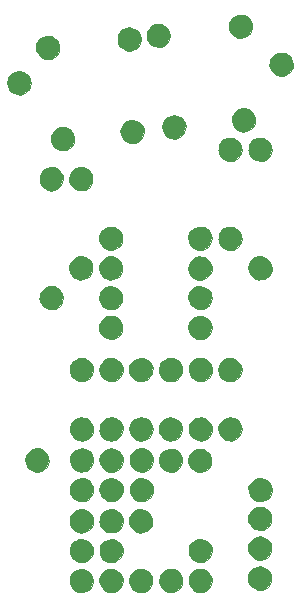
<source format=gbr>
G04 #@! TF.GenerationSoftware,KiCad,Pcbnew,5.0.2-bee76a0~70~ubuntu18.04.1*
G04 #@! TF.CreationDate,2019-04-12T02:47:20+03:00*
G04 #@! TF.ProjectId,CiiVIi_Dongle_Production_PCB,43696956-4969-45f4-946f-6e676c655f50,rev?*
G04 #@! TF.SameCoordinates,Original*
G04 #@! TF.FileFunction,Soldermask,Bot*
G04 #@! TF.FilePolarity,Negative*
%FSLAX46Y46*%
G04 Gerber Fmt 4.6, Leading zero omitted, Abs format (unit mm)*
G04 Created by KiCad (PCBNEW 5.0.2-bee76a0~70~ubuntu18.04.1) date pe 12. huhtikuuta 2019 02.47.20*
%MOMM*%
%LPD*%
G01*
G04 APERTURE LIST*
%ADD10C,0.010000*%
%ADD11C,0.100000*%
G04 APERTURE END LIST*
D10*
G04 #@! TO.C,G\002A\002A\002A*
G36*
X-5925207Y-22941217D02*
X-5670001Y-23021102D01*
X-5442528Y-23168345D01*
X-5289956Y-23334747D01*
X-5158447Y-23578904D01*
X-5102314Y-23830387D01*
X-5114185Y-24078604D01*
X-5186687Y-24312965D01*
X-5312447Y-24522877D01*
X-5484094Y-24697748D01*
X-5694253Y-24826988D01*
X-5935553Y-24900003D01*
X-6200622Y-24906203D01*
X-6362130Y-24875069D01*
X-6613227Y-24767161D01*
X-6813393Y-24603398D01*
X-6959991Y-24397468D01*
X-7050380Y-24163062D01*
X-7077933Y-23945378D01*
X-6536281Y-23945378D01*
X-6486588Y-24114982D01*
X-6413442Y-24214728D01*
X-6265505Y-24327843D01*
X-6106143Y-24362712D01*
X-5922837Y-24321032D01*
X-5854499Y-24290544D01*
X-5773827Y-24222043D01*
X-5699997Y-24115112D01*
X-5692821Y-24100720D01*
X-5647188Y-23925775D01*
X-5671538Y-23767420D01*
X-5751473Y-23635314D01*
X-5872594Y-23539118D01*
X-6020500Y-23488493D01*
X-6180795Y-23493099D01*
X-6339077Y-23562597D01*
X-6408690Y-23620436D01*
X-6510261Y-23773773D01*
X-6536281Y-23945378D01*
X-7077933Y-23945378D01*
X-7081922Y-23913867D01*
X-7051978Y-23663572D01*
X-6957909Y-23425868D01*
X-6797076Y-23214442D01*
X-6698759Y-23128872D01*
X-6455432Y-22992787D01*
X-6192299Y-22931007D01*
X-5925207Y-22941217D01*
X-5925207Y-22941217D01*
G37*
X-5925207Y-22941217D02*
X-5670001Y-23021102D01*
X-5442528Y-23168345D01*
X-5289956Y-23334747D01*
X-5158447Y-23578904D01*
X-5102314Y-23830387D01*
X-5114185Y-24078604D01*
X-5186687Y-24312965D01*
X-5312447Y-24522877D01*
X-5484094Y-24697748D01*
X-5694253Y-24826988D01*
X-5935553Y-24900003D01*
X-6200622Y-24906203D01*
X-6362130Y-24875069D01*
X-6613227Y-24767161D01*
X-6813393Y-24603398D01*
X-6959991Y-24397468D01*
X-7050380Y-24163062D01*
X-7077933Y-23945378D01*
X-6536281Y-23945378D01*
X-6486588Y-24114982D01*
X-6413442Y-24214728D01*
X-6265505Y-24327843D01*
X-6106143Y-24362712D01*
X-5922837Y-24321032D01*
X-5854499Y-24290544D01*
X-5773827Y-24222043D01*
X-5699997Y-24115112D01*
X-5692821Y-24100720D01*
X-5647188Y-23925775D01*
X-5671538Y-23767420D01*
X-5751473Y-23635314D01*
X-5872594Y-23539118D01*
X-6020500Y-23488493D01*
X-6180795Y-23493099D01*
X-6339077Y-23562597D01*
X-6408690Y-23620436D01*
X-6510261Y-23773773D01*
X-6536281Y-23945378D01*
X-7077933Y-23945378D01*
X-7081922Y-23913867D01*
X-7051978Y-23663572D01*
X-6957909Y-23425868D01*
X-6797076Y-23214442D01*
X-6698759Y-23128872D01*
X-6455432Y-22992787D01*
X-6192299Y-22931007D01*
X-5925207Y-22941217D01*
G36*
X-3299198Y-22968715D02*
X-3055233Y-23076359D01*
X-2853706Y-23241699D01*
X-2703051Y-23453229D01*
X-2611703Y-23699439D01*
X-2588094Y-23968821D01*
X-2631464Y-24220659D01*
X-2718391Y-24403824D01*
X-2858281Y-24587175D01*
X-3025199Y-24740179D01*
X-3127626Y-24804761D01*
X-3322481Y-24875622D01*
X-3540442Y-24911249D01*
X-3740869Y-24906013D01*
X-3788834Y-24896324D01*
X-4062227Y-24783286D01*
X-4301156Y-24592966D01*
X-4305272Y-24588695D01*
X-4466457Y-24366992D01*
X-4554265Y-24126271D01*
X-4571167Y-23914623D01*
X-4021667Y-23914623D01*
X-3985830Y-24098540D01*
X-3889258Y-24239298D01*
X-3748367Y-24328622D01*
X-3579567Y-24358236D01*
X-3399273Y-24319865D01*
X-3310694Y-24273086D01*
X-3200575Y-24154453D01*
X-3146057Y-23989140D01*
X-3148364Y-23840472D01*
X-3195886Y-23684606D01*
X-3291680Y-23577179D01*
X-3422047Y-23507524D01*
X-3596541Y-23475266D01*
X-3762087Y-23514655D01*
X-3900290Y-23613201D01*
X-3992750Y-23758412D01*
X-4021667Y-23914623D01*
X-4571167Y-23914623D01*
X-4574037Y-23878695D01*
X-4531110Y-23636427D01*
X-4430825Y-23411628D01*
X-4278522Y-23216461D01*
X-4079541Y-23063087D01*
X-3839220Y-22963669D01*
X-3577167Y-22930276D01*
X-3299198Y-22968715D01*
X-3299198Y-22968715D01*
G37*
X-3299198Y-22968715D02*
X-3055233Y-23076359D01*
X-2853706Y-23241699D01*
X-2703051Y-23453229D01*
X-2611703Y-23699439D01*
X-2588094Y-23968821D01*
X-2631464Y-24220659D01*
X-2718391Y-24403824D01*
X-2858281Y-24587175D01*
X-3025199Y-24740179D01*
X-3127626Y-24804761D01*
X-3322481Y-24875622D01*
X-3540442Y-24911249D01*
X-3740869Y-24906013D01*
X-3788834Y-24896324D01*
X-4062227Y-24783286D01*
X-4301156Y-24592966D01*
X-4305272Y-24588695D01*
X-4466457Y-24366992D01*
X-4554265Y-24126271D01*
X-4571167Y-23914623D01*
X-4021667Y-23914623D01*
X-3985830Y-24098540D01*
X-3889258Y-24239298D01*
X-3748367Y-24328622D01*
X-3579567Y-24358236D01*
X-3399273Y-24319865D01*
X-3310694Y-24273086D01*
X-3200575Y-24154453D01*
X-3146057Y-23989140D01*
X-3148364Y-23840472D01*
X-3195886Y-23684606D01*
X-3291680Y-23577179D01*
X-3422047Y-23507524D01*
X-3596541Y-23475266D01*
X-3762087Y-23514655D01*
X-3900290Y-23613201D01*
X-3992750Y-23758412D01*
X-4021667Y-23914623D01*
X-4571167Y-23914623D01*
X-4574037Y-23878695D01*
X-4531110Y-23636427D01*
X-4430825Y-23411628D01*
X-4278522Y-23216461D01*
X-4079541Y-23063087D01*
X-3839220Y-22963669D01*
X-3577167Y-22930276D01*
X-3299198Y-22968715D01*
G36*
X-803504Y-22966013D02*
X-567864Y-23065292D01*
X-375505Y-23216214D01*
X-229351Y-23406881D01*
X-132326Y-23625393D01*
X-87355Y-23859853D01*
X-97361Y-24098361D01*
X-165270Y-24329018D01*
X-294005Y-24539927D01*
X-486490Y-24719188D01*
X-620064Y-24799713D01*
X-822639Y-24874428D01*
X-1044973Y-24911495D01*
X-1248012Y-24905291D01*
X-1291167Y-24896324D01*
X-1554670Y-24789636D01*
X-1779098Y-24611345D01*
X-1830455Y-24554764D01*
X-1981282Y-24321217D01*
X-2057621Y-24072556D01*
X-2062215Y-23918333D01*
X-1524000Y-23918333D01*
X-1487448Y-24073609D01*
X-1393353Y-24218659D01*
X-1265054Y-24318236D01*
X-1256678Y-24322038D01*
X-1146679Y-24366575D01*
X-1071120Y-24377297D01*
X-986983Y-24354570D01*
X-914340Y-24324972D01*
X-758203Y-24221575D01*
X-664612Y-24080662D01*
X-632775Y-23920897D01*
X-661897Y-23760950D01*
X-751188Y-23619487D01*
X-899855Y-23515174D01*
X-949532Y-23495979D01*
X-1121104Y-23479620D01*
X-1283599Y-23532899D01*
X-1417460Y-23641436D01*
X-1503129Y-23790853D01*
X-1524000Y-23918333D01*
X-2062215Y-23918333D01*
X-2065116Y-23820996D01*
X-2009413Y-23578749D01*
X-1896159Y-23358029D01*
X-1731000Y-23171050D01*
X-1519581Y-23030025D01*
X-1267548Y-22947168D01*
X-1079500Y-22930276D01*
X-803504Y-22966013D01*
X-803504Y-22966013D01*
G37*
X-803504Y-22966013D02*
X-567864Y-23065292D01*
X-375505Y-23216214D01*
X-229351Y-23406881D01*
X-132326Y-23625393D01*
X-87355Y-23859853D01*
X-97361Y-24098361D01*
X-165270Y-24329018D01*
X-294005Y-24539927D01*
X-486490Y-24719188D01*
X-620064Y-24799713D01*
X-822639Y-24874428D01*
X-1044973Y-24911495D01*
X-1248012Y-24905291D01*
X-1291167Y-24896324D01*
X-1554670Y-24789636D01*
X-1779098Y-24611345D01*
X-1830455Y-24554764D01*
X-1981282Y-24321217D01*
X-2057621Y-24072556D01*
X-2062215Y-23918333D01*
X-1524000Y-23918333D01*
X-1487448Y-24073609D01*
X-1393353Y-24218659D01*
X-1265054Y-24318236D01*
X-1256678Y-24322038D01*
X-1146679Y-24366575D01*
X-1071120Y-24377297D01*
X-986983Y-24354570D01*
X-914340Y-24324972D01*
X-758203Y-24221575D01*
X-664612Y-24080662D01*
X-632775Y-23920897D01*
X-661897Y-23760950D01*
X-751188Y-23619487D01*
X-899855Y-23515174D01*
X-949532Y-23495979D01*
X-1121104Y-23479620D01*
X-1283599Y-23532899D01*
X-1417460Y-23641436D01*
X-1503129Y-23790853D01*
X-1524000Y-23918333D01*
X-2062215Y-23918333D01*
X-2065116Y-23820996D01*
X-2009413Y-23578749D01*
X-1896159Y-23358029D01*
X-1731000Y-23171050D01*
X-1519581Y-23030025D01*
X-1267548Y-22947168D01*
X-1079500Y-22930276D01*
X-803504Y-22966013D01*
G36*
X1740985Y-22960887D02*
X1978225Y-23064068D01*
X2179448Y-23225582D01*
X2333165Y-23436656D01*
X2427885Y-23688515D01*
X2453473Y-23918333D01*
X2415532Y-24196084D01*
X2309498Y-24440162D01*
X2147056Y-24642154D01*
X1939891Y-24793650D01*
X1699688Y-24886238D01*
X1438133Y-24911508D01*
X1166911Y-24861047D01*
X1151299Y-24855679D01*
X886981Y-24723004D01*
X687216Y-24536508D01*
X555176Y-24300691D01*
X494039Y-24020053D01*
X489964Y-23918333D01*
X1016000Y-23918333D01*
X1052552Y-24073609D01*
X1146647Y-24218659D01*
X1274946Y-24318236D01*
X1283322Y-24322038D01*
X1393321Y-24366575D01*
X1468880Y-24377297D01*
X1553017Y-24354570D01*
X1625660Y-24324972D01*
X1781797Y-24221575D01*
X1875388Y-24080662D01*
X1907225Y-23920897D01*
X1878103Y-23760950D01*
X1788812Y-23619487D01*
X1640145Y-23515174D01*
X1590468Y-23495979D01*
X1418896Y-23479620D01*
X1256401Y-23532899D01*
X1122540Y-23641436D01*
X1036871Y-23790853D01*
X1016000Y-23918333D01*
X489964Y-23918333D01*
X527810Y-23625397D01*
X637928Y-23373363D01*
X815184Y-23169081D01*
X1054449Y-23019401D01*
X1204418Y-22964617D01*
X1479220Y-22924812D01*
X1740985Y-22960887D01*
X1740985Y-22960887D01*
G37*
X1740985Y-22960887D02*
X1978225Y-23064068D01*
X2179448Y-23225582D01*
X2333165Y-23436656D01*
X2427885Y-23688515D01*
X2453473Y-23918333D01*
X2415532Y-24196084D01*
X2309498Y-24440162D01*
X2147056Y-24642154D01*
X1939891Y-24793650D01*
X1699688Y-24886238D01*
X1438133Y-24911508D01*
X1166911Y-24861047D01*
X1151299Y-24855679D01*
X886981Y-24723004D01*
X687216Y-24536508D01*
X555176Y-24300691D01*
X494039Y-24020053D01*
X489964Y-23918333D01*
X1016000Y-23918333D01*
X1052552Y-24073609D01*
X1146647Y-24218659D01*
X1274946Y-24318236D01*
X1283322Y-24322038D01*
X1393321Y-24366575D01*
X1468880Y-24377297D01*
X1553017Y-24354570D01*
X1625660Y-24324972D01*
X1781797Y-24221575D01*
X1875388Y-24080662D01*
X1907225Y-23920897D01*
X1878103Y-23760950D01*
X1788812Y-23619487D01*
X1640145Y-23515174D01*
X1590468Y-23495979D01*
X1418896Y-23479620D01*
X1256401Y-23532899D01*
X1122540Y-23641436D01*
X1036871Y-23790853D01*
X1016000Y-23918333D01*
X489964Y-23918333D01*
X527810Y-23625397D01*
X637928Y-23373363D01*
X815184Y-23169081D01*
X1054449Y-23019401D01*
X1204418Y-22964617D01*
X1479220Y-22924812D01*
X1740985Y-22960887D01*
G36*
X4207449Y-22954635D02*
X4444957Y-23045794D01*
X4655350Y-23201250D01*
X4824777Y-23420971D01*
X4929831Y-23681115D01*
X4958949Y-23947073D01*
X4917933Y-24205406D01*
X4812586Y-24442676D01*
X4648709Y-24645446D01*
X4432104Y-24800277D01*
X4191000Y-24888886D01*
X4061478Y-24916961D01*
X3971739Y-24926809D01*
X3884742Y-24917366D01*
X3763446Y-24887565D01*
X3717736Y-24875279D01*
X3455032Y-24762035D01*
X3235789Y-24577678D01*
X3103728Y-24395724D01*
X3009767Y-24157275D01*
X2983652Y-23912078D01*
X3529866Y-23912078D01*
X3553430Y-24071340D01*
X3632340Y-24204050D01*
X3752086Y-24300523D01*
X3898161Y-24351074D01*
X4056056Y-24346021D01*
X4211263Y-24275680D01*
X4286250Y-24209918D01*
X4375475Y-24080186D01*
X4402602Y-23928256D01*
X4402666Y-23918333D01*
X4368270Y-23739355D01*
X4276865Y-23604162D01*
X4146124Y-23516654D01*
X3993722Y-23480733D01*
X3837332Y-23500297D01*
X3694630Y-23579247D01*
X3583288Y-23721483D01*
X3576154Y-23735946D01*
X3529866Y-23912078D01*
X2983652Y-23912078D01*
X2981653Y-23893311D01*
X3019730Y-23631964D01*
X3092200Y-23454110D01*
X3259992Y-23227718D01*
X3469099Y-23064312D01*
X3705834Y-22964156D01*
X3956513Y-22927509D01*
X4207449Y-22954635D01*
X4207449Y-22954635D01*
G37*
X4207449Y-22954635D02*
X4444957Y-23045794D01*
X4655350Y-23201250D01*
X4824777Y-23420971D01*
X4929831Y-23681115D01*
X4958949Y-23947073D01*
X4917933Y-24205406D01*
X4812586Y-24442676D01*
X4648709Y-24645446D01*
X4432104Y-24800277D01*
X4191000Y-24888886D01*
X4061478Y-24916961D01*
X3971739Y-24926809D01*
X3884742Y-24917366D01*
X3763446Y-24887565D01*
X3717736Y-24875279D01*
X3455032Y-24762035D01*
X3235789Y-24577678D01*
X3103728Y-24395724D01*
X3009767Y-24157275D01*
X2983652Y-23912078D01*
X3529866Y-23912078D01*
X3553430Y-24071340D01*
X3632340Y-24204050D01*
X3752086Y-24300523D01*
X3898161Y-24351074D01*
X4056056Y-24346021D01*
X4211263Y-24275680D01*
X4286250Y-24209918D01*
X4375475Y-24080186D01*
X4402602Y-23928256D01*
X4402666Y-23918333D01*
X4368270Y-23739355D01*
X4276865Y-23604162D01*
X4146124Y-23516654D01*
X3993722Y-23480733D01*
X3837332Y-23500297D01*
X3694630Y-23579247D01*
X3583288Y-23721483D01*
X3576154Y-23735946D01*
X3529866Y-23912078D01*
X2983652Y-23912078D01*
X2981653Y-23893311D01*
X3019730Y-23631964D01*
X3092200Y-23454110D01*
X3259992Y-23227718D01*
X3469099Y-23064312D01*
X3705834Y-22964156D01*
X3956513Y-22927509D01*
X4207449Y-22954635D01*
G36*
X9197914Y-22731341D02*
X9471168Y-22825369D01*
X9689362Y-22981646D01*
X9860501Y-23205929D01*
X9862444Y-23209304D01*
X9966898Y-23469001D01*
X9995051Y-23734893D01*
X9952797Y-23993445D01*
X9846030Y-24231119D01*
X9680646Y-24434379D01*
X9462538Y-24589686D01*
X9222932Y-24677995D01*
X9097589Y-24705476D01*
X9009745Y-24715159D01*
X8923473Y-24705863D01*
X8802845Y-24676406D01*
X8750870Y-24662461D01*
X8497922Y-24552301D01*
X8279215Y-24373426D01*
X8128330Y-24168549D01*
X8046113Y-23947529D01*
X8019357Y-23695044D01*
X8028629Y-23615125D01*
X8576547Y-23615125D01*
X8578390Y-23792149D01*
X8589826Y-23837542D01*
X8680733Y-24003565D01*
X8832487Y-24113800D01*
X8912931Y-24141453D01*
X8986096Y-24160846D01*
X9007776Y-24167422D01*
X9050521Y-24156061D01*
X9140521Y-24121756D01*
X9160993Y-24113305D01*
X9318964Y-24007732D01*
X9414725Y-23860553D01*
X9443421Y-23691101D01*
X9400198Y-23518709D01*
X9335328Y-23419039D01*
X9194757Y-23305088D01*
X9039152Y-23261398D01*
X8884020Y-23279263D01*
X8744870Y-23349976D01*
X8637210Y-23464832D01*
X8576547Y-23615125D01*
X8028629Y-23615125D01*
X8048489Y-23443968D01*
X8116488Y-23258158D01*
X8279830Y-23030744D01*
X8493554Y-22858620D01*
X8741641Y-22749590D01*
X9008073Y-22711458D01*
X9197914Y-22731341D01*
X9197914Y-22731341D01*
G37*
X9197914Y-22731341D02*
X9471168Y-22825369D01*
X9689362Y-22981646D01*
X9860501Y-23205929D01*
X9862444Y-23209304D01*
X9966898Y-23469001D01*
X9995051Y-23734893D01*
X9952797Y-23993445D01*
X9846030Y-24231119D01*
X9680646Y-24434379D01*
X9462538Y-24589686D01*
X9222932Y-24677995D01*
X9097589Y-24705476D01*
X9009745Y-24715159D01*
X8923473Y-24705863D01*
X8802845Y-24676406D01*
X8750870Y-24662461D01*
X8497922Y-24552301D01*
X8279215Y-24373426D01*
X8128330Y-24168549D01*
X8046113Y-23947529D01*
X8019357Y-23695044D01*
X8028629Y-23615125D01*
X8576547Y-23615125D01*
X8578390Y-23792149D01*
X8589826Y-23837542D01*
X8680733Y-24003565D01*
X8832487Y-24113800D01*
X8912931Y-24141453D01*
X8986096Y-24160846D01*
X9007776Y-24167422D01*
X9050521Y-24156061D01*
X9140521Y-24121756D01*
X9160993Y-24113305D01*
X9318964Y-24007732D01*
X9414725Y-23860553D01*
X9443421Y-23691101D01*
X9400198Y-23518709D01*
X9335328Y-23419039D01*
X9194757Y-23305088D01*
X9039152Y-23261398D01*
X8884020Y-23279263D01*
X8744870Y-23349976D01*
X8637210Y-23464832D01*
X8576547Y-23615125D01*
X8028629Y-23615125D01*
X8048489Y-23443968D01*
X8116488Y-23258158D01*
X8279830Y-23030744D01*
X8493554Y-22858620D01*
X8741641Y-22749590D01*
X9008073Y-22711458D01*
X9197914Y-22731341D01*
G36*
X-5799818Y-20442732D02*
X-5547168Y-20552358D01*
X-5342141Y-20727552D01*
X-5192751Y-20961924D01*
X-5120475Y-21179603D01*
X-5099426Y-21448985D01*
X-5151796Y-21702167D01*
X-5266778Y-21929265D01*
X-5433564Y-22120396D01*
X-5641349Y-22265676D01*
X-5879325Y-22355222D01*
X-6136686Y-22379150D01*
X-6382945Y-22334181D01*
X-6647458Y-22207956D01*
X-6855787Y-22022515D01*
X-7000701Y-21785925D01*
X-7064538Y-21573875D01*
X-7075219Y-21359092D01*
X-6534426Y-21359092D01*
X-6516185Y-21515578D01*
X-6435727Y-21660257D01*
X-6288646Y-21776134D01*
X-6286479Y-21777270D01*
X-6171908Y-21828356D01*
X-6077820Y-21838125D01*
X-5964931Y-21807063D01*
X-5902617Y-21782023D01*
X-5770339Y-21686322D01*
X-5678433Y-21542374D01*
X-5642564Y-21380354D01*
X-5651440Y-21298237D01*
X-5731183Y-21131661D01*
X-5865571Y-21012358D01*
X-6034159Y-20956960D01*
X-6073335Y-20955000D01*
X-6259905Y-20988754D01*
X-6401880Y-21078684D01*
X-6494856Y-21207796D01*
X-6534426Y-21359092D01*
X-7075219Y-21359092D01*
X-7078962Y-21283832D01*
X-7014816Y-21014562D01*
X-6877251Y-20777297D01*
X-6671422Y-20583273D01*
X-6584871Y-20528039D01*
X-6439040Y-20454892D01*
X-6303020Y-20417544D01*
X-6134367Y-20405401D01*
X-6092076Y-20405064D01*
X-5799818Y-20442732D01*
X-5799818Y-20442732D01*
G37*
X-5799818Y-20442732D02*
X-5547168Y-20552358D01*
X-5342141Y-20727552D01*
X-5192751Y-20961924D01*
X-5120475Y-21179603D01*
X-5099426Y-21448985D01*
X-5151796Y-21702167D01*
X-5266778Y-21929265D01*
X-5433564Y-22120396D01*
X-5641349Y-22265676D01*
X-5879325Y-22355222D01*
X-6136686Y-22379150D01*
X-6382945Y-22334181D01*
X-6647458Y-22207956D01*
X-6855787Y-22022515D01*
X-7000701Y-21785925D01*
X-7064538Y-21573875D01*
X-7075219Y-21359092D01*
X-6534426Y-21359092D01*
X-6516185Y-21515578D01*
X-6435727Y-21660257D01*
X-6288646Y-21776134D01*
X-6286479Y-21777270D01*
X-6171908Y-21828356D01*
X-6077820Y-21838125D01*
X-5964931Y-21807063D01*
X-5902617Y-21782023D01*
X-5770339Y-21686322D01*
X-5678433Y-21542374D01*
X-5642564Y-21380354D01*
X-5651440Y-21298237D01*
X-5731183Y-21131661D01*
X-5865571Y-21012358D01*
X-6034159Y-20956960D01*
X-6073335Y-20955000D01*
X-6259905Y-20988754D01*
X-6401880Y-21078684D01*
X-6494856Y-21207796D01*
X-6534426Y-21359092D01*
X-7075219Y-21359092D01*
X-7078962Y-21283832D01*
X-7014816Y-21014562D01*
X-6877251Y-20777297D01*
X-6671422Y-20583273D01*
X-6584871Y-20528039D01*
X-6439040Y-20454892D01*
X-6303020Y-20417544D01*
X-6134367Y-20405401D01*
X-6092076Y-20405064D01*
X-5799818Y-20442732D01*
G36*
X-3293894Y-20438943D02*
X-3055689Y-20539532D01*
X-2851238Y-20713303D01*
X-2830185Y-20737262D01*
X-2675112Y-20976792D01*
X-2594577Y-21236360D01*
X-2588632Y-21501504D01*
X-2657326Y-21757757D01*
X-2800710Y-21990656D01*
X-2825680Y-22019395D01*
X-3043118Y-22206080D01*
X-3291749Y-22328249D01*
X-3554545Y-22380470D01*
X-3814476Y-22357309D01*
X-3852334Y-22346947D01*
X-4006410Y-22278639D01*
X-4174835Y-22171499D01*
X-4317928Y-22051884D01*
X-4352073Y-22015056D01*
X-4490318Y-21789803D01*
X-4560175Y-21534340D01*
X-4561373Y-21362759D01*
X-4028936Y-21362759D01*
X-4002688Y-21521172D01*
X-3911682Y-21668118D01*
X-3796715Y-21761440D01*
X-3642844Y-21830812D01*
X-3504821Y-21829397D01*
X-3353967Y-21756347D01*
X-3341375Y-21747983D01*
X-3207517Y-21613027D01*
X-3144408Y-21448299D01*
X-3153739Y-21273005D01*
X-3237198Y-21106351D01*
X-3280631Y-21057187D01*
X-3378081Y-20986371D01*
X-3502983Y-20957611D01*
X-3578499Y-20955000D01*
X-3765207Y-20988999D01*
X-3905588Y-21079644D01*
X-3995034Y-21209907D01*
X-4028936Y-21362759D01*
X-4561373Y-21362759D01*
X-4562036Y-21267827D01*
X-4496296Y-21009423D01*
X-4363347Y-20778288D01*
X-4325767Y-20733720D01*
X-4117210Y-20551522D01*
X-3882006Y-20444726D01*
X-3605183Y-20406787D01*
X-3577167Y-20406526D01*
X-3293894Y-20438943D01*
X-3293894Y-20438943D01*
G37*
X-3293894Y-20438943D02*
X-3055689Y-20539532D01*
X-2851238Y-20713303D01*
X-2830185Y-20737262D01*
X-2675112Y-20976792D01*
X-2594577Y-21236360D01*
X-2588632Y-21501504D01*
X-2657326Y-21757757D01*
X-2800710Y-21990656D01*
X-2825680Y-22019395D01*
X-3043118Y-22206080D01*
X-3291749Y-22328249D01*
X-3554545Y-22380470D01*
X-3814476Y-22357309D01*
X-3852334Y-22346947D01*
X-4006410Y-22278639D01*
X-4174835Y-22171499D01*
X-4317928Y-22051884D01*
X-4352073Y-22015056D01*
X-4490318Y-21789803D01*
X-4560175Y-21534340D01*
X-4561373Y-21362759D01*
X-4028936Y-21362759D01*
X-4002688Y-21521172D01*
X-3911682Y-21668118D01*
X-3796715Y-21761440D01*
X-3642844Y-21830812D01*
X-3504821Y-21829397D01*
X-3353967Y-21756347D01*
X-3341375Y-21747983D01*
X-3207517Y-21613027D01*
X-3144408Y-21448299D01*
X-3153739Y-21273005D01*
X-3237198Y-21106351D01*
X-3280631Y-21057187D01*
X-3378081Y-20986371D01*
X-3502983Y-20957611D01*
X-3578499Y-20955000D01*
X-3765207Y-20988999D01*
X-3905588Y-21079644D01*
X-3995034Y-21209907D01*
X-4028936Y-21362759D01*
X-4561373Y-21362759D01*
X-4562036Y-21267827D01*
X-4496296Y-21009423D01*
X-4363347Y-20778288D01*
X-4325767Y-20733720D01*
X-4117210Y-20551522D01*
X-3882006Y-20444726D01*
X-3605183Y-20406787D01*
X-3577167Y-20406526D01*
X-3293894Y-20438943D01*
G36*
X4270749Y-20443397D02*
X4519430Y-20551839D01*
X4719660Y-20721890D01*
X4862940Y-20945054D01*
X4940772Y-21212831D01*
X4952602Y-21375551D01*
X4916455Y-21672364D01*
X4809817Y-21925557D01*
X4636779Y-22129502D01*
X4401431Y-22278570D01*
X4257399Y-22332049D01*
X4082224Y-22376194D01*
X3941359Y-22386669D01*
X3792278Y-22365363D01*
X3746500Y-22354749D01*
X3482953Y-22250729D01*
X3267180Y-22086024D01*
X3106750Y-21873578D01*
X3009231Y-21626337D01*
X2986200Y-21397142D01*
X3530661Y-21397142D01*
X3572501Y-21564198D01*
X3674841Y-21713865D01*
X3819056Y-21801491D01*
X3986050Y-21823778D01*
X4156727Y-21777429D01*
X4284718Y-21687161D01*
X4383022Y-21539876D01*
X4410036Y-21369957D01*
X4365975Y-21200103D01*
X4278923Y-21078743D01*
X4126447Y-20978052D01*
X3955528Y-20947298D01*
X3789231Y-20986759D01*
X3672772Y-21071417D01*
X3560822Y-21231534D01*
X3530661Y-21397142D01*
X2986200Y-21397142D01*
X2982190Y-21357246D01*
X3021921Y-21115310D01*
X3139821Y-20843825D01*
X3314075Y-20634548D01*
X3540233Y-20490772D01*
X3813844Y-20415790D01*
X3982115Y-20405064D01*
X4270749Y-20443397D01*
X4270749Y-20443397D01*
G37*
X4270749Y-20443397D02*
X4519430Y-20551839D01*
X4719660Y-20721890D01*
X4862940Y-20945054D01*
X4940772Y-21212831D01*
X4952602Y-21375551D01*
X4916455Y-21672364D01*
X4809817Y-21925557D01*
X4636779Y-22129502D01*
X4401431Y-22278570D01*
X4257399Y-22332049D01*
X4082224Y-22376194D01*
X3941359Y-22386669D01*
X3792278Y-22365363D01*
X3746500Y-22354749D01*
X3482953Y-22250729D01*
X3267180Y-22086024D01*
X3106750Y-21873578D01*
X3009231Y-21626337D01*
X2986200Y-21397142D01*
X3530661Y-21397142D01*
X3572501Y-21564198D01*
X3674841Y-21713865D01*
X3819056Y-21801491D01*
X3986050Y-21823778D01*
X4156727Y-21777429D01*
X4284718Y-21687161D01*
X4383022Y-21539876D01*
X4410036Y-21369957D01*
X4365975Y-21200103D01*
X4278923Y-21078743D01*
X4126447Y-20978052D01*
X3955528Y-20947298D01*
X3789231Y-20986759D01*
X3672772Y-21071417D01*
X3560822Y-21231534D01*
X3530661Y-21397142D01*
X2986200Y-21397142D01*
X2982190Y-21357246D01*
X3021921Y-21115310D01*
X3139821Y-20843825D01*
X3314075Y-20634548D01*
X3540233Y-20490772D01*
X3813844Y-20415790D01*
X3982115Y-20405064D01*
X4270749Y-20443397D01*
G36*
X9236263Y-20211255D02*
X9472037Y-20298245D01*
X9683082Y-20449172D01*
X9853083Y-20660736D01*
X9934829Y-20810793D01*
X9976323Y-20941020D01*
X9990078Y-21096424D01*
X9990666Y-21155618D01*
X9953539Y-21452743D01*
X9845385Y-21708101D01*
X9671042Y-21915036D01*
X9435350Y-22066896D01*
X9287347Y-22122735D01*
X9111616Y-22166373D01*
X8966714Y-22174400D01*
X8807530Y-22148639D01*
X8784166Y-22143082D01*
X8527343Y-22040775D01*
X8312764Y-21877199D01*
X8149054Y-21666477D01*
X8044833Y-21422727D01*
X8021943Y-21256215D01*
X8575098Y-21256215D01*
X8613826Y-21376386D01*
X8729138Y-21518709D01*
X8881798Y-21596784D01*
X9051237Y-21608117D01*
X9216883Y-21550215D01*
X9323916Y-21462437D01*
X9417714Y-21307100D01*
X9439938Y-21143210D01*
X9399983Y-20986957D01*
X9307245Y-20854531D01*
X9171120Y-20762122D01*
X9001004Y-20725919D01*
X8901621Y-20734797D01*
X8754777Y-20802109D01*
X8644504Y-20926840D01*
X8581160Y-21085904D01*
X8575098Y-21256215D01*
X8021943Y-21256215D01*
X8008726Y-21160073D01*
X8040122Y-20924592D01*
X8147591Y-20668233D01*
X8309383Y-20464305D01*
X8512321Y-20314725D01*
X8743230Y-20221412D01*
X8988936Y-20186283D01*
X9236263Y-20211255D01*
X9236263Y-20211255D01*
G37*
X9236263Y-20211255D02*
X9472037Y-20298245D01*
X9683082Y-20449172D01*
X9853083Y-20660736D01*
X9934829Y-20810793D01*
X9976323Y-20941020D01*
X9990078Y-21096424D01*
X9990666Y-21155618D01*
X9953539Y-21452743D01*
X9845385Y-21708101D01*
X9671042Y-21915036D01*
X9435350Y-22066896D01*
X9287347Y-22122735D01*
X9111616Y-22166373D01*
X8966714Y-22174400D01*
X8807530Y-22148639D01*
X8784166Y-22143082D01*
X8527343Y-22040775D01*
X8312764Y-21877199D01*
X8149054Y-21666477D01*
X8044833Y-21422727D01*
X8021943Y-21256215D01*
X8575098Y-21256215D01*
X8613826Y-21376386D01*
X8729138Y-21518709D01*
X8881798Y-21596784D01*
X9051237Y-21608117D01*
X9216883Y-21550215D01*
X9323916Y-21462437D01*
X9417714Y-21307100D01*
X9439938Y-21143210D01*
X9399983Y-20986957D01*
X9307245Y-20854531D01*
X9171120Y-20762122D01*
X9001004Y-20725919D01*
X8901621Y-20734797D01*
X8754777Y-20802109D01*
X8644504Y-20926840D01*
X8581160Y-21085904D01*
X8575098Y-21256215D01*
X8021943Y-21256215D01*
X8008726Y-21160073D01*
X8040122Y-20924592D01*
X8147591Y-20668233D01*
X8309383Y-20464305D01*
X8512321Y-20314725D01*
X8743230Y-20221412D01*
X8988936Y-20186283D01*
X9236263Y-20211255D01*
G36*
X-5693089Y-17955926D02*
X-5459220Y-18108845D01*
X-5268158Y-18322803D01*
X-5148314Y-18567519D01*
X-5100343Y-18828763D01*
X-5124896Y-19092302D01*
X-5222629Y-19343906D01*
X-5392216Y-19567370D01*
X-5601737Y-19722377D01*
X-5850385Y-19819935D01*
X-6114744Y-19855304D01*
X-6371400Y-19823745D01*
X-6477000Y-19786941D01*
X-6710901Y-19642379D01*
X-6896837Y-19439951D01*
X-7023253Y-19196959D01*
X-7078589Y-18930704D01*
X-7079863Y-18891362D01*
X-6533423Y-18891362D01*
X-6493368Y-19048598D01*
X-6383732Y-19195940D01*
X-6369552Y-19208750D01*
X-6222304Y-19286113D01*
X-6049836Y-19301882D01*
X-5885810Y-19255303D01*
X-5832273Y-19220768D01*
X-5708409Y-19077915D01*
X-5653296Y-18912012D01*
X-5666252Y-18743088D01*
X-5746595Y-18591173D01*
X-5856948Y-18496548D01*
X-6030231Y-18429508D01*
X-6192260Y-18433613D01*
X-6333315Y-18495358D01*
X-6443675Y-18601235D01*
X-6513618Y-18737739D01*
X-6533423Y-18891362D01*
X-7079863Y-18891362D01*
X-7080098Y-18884111D01*
X-7045106Y-18589725D01*
X-6937084Y-18337970D01*
X-6757167Y-18130640D01*
X-6506493Y-17969529D01*
X-6498167Y-17965559D01*
X-6225442Y-17879674D01*
X-5954091Y-17876876D01*
X-5693089Y-17955926D01*
X-5693089Y-17955926D01*
G37*
X-5693089Y-17955926D02*
X-5459220Y-18108845D01*
X-5268158Y-18322803D01*
X-5148314Y-18567519D01*
X-5100343Y-18828763D01*
X-5124896Y-19092302D01*
X-5222629Y-19343906D01*
X-5392216Y-19567370D01*
X-5601737Y-19722377D01*
X-5850385Y-19819935D01*
X-6114744Y-19855304D01*
X-6371400Y-19823745D01*
X-6477000Y-19786941D01*
X-6710901Y-19642379D01*
X-6896837Y-19439951D01*
X-7023253Y-19196959D01*
X-7078589Y-18930704D01*
X-7079863Y-18891362D01*
X-6533423Y-18891362D01*
X-6493368Y-19048598D01*
X-6383732Y-19195940D01*
X-6369552Y-19208750D01*
X-6222304Y-19286113D01*
X-6049836Y-19301882D01*
X-5885810Y-19255303D01*
X-5832273Y-19220768D01*
X-5708409Y-19077915D01*
X-5653296Y-18912012D01*
X-5666252Y-18743088D01*
X-5746595Y-18591173D01*
X-5856948Y-18496548D01*
X-6030231Y-18429508D01*
X-6192260Y-18433613D01*
X-6333315Y-18495358D01*
X-6443675Y-18601235D01*
X-6513618Y-18737739D01*
X-6533423Y-18891362D01*
X-7079863Y-18891362D01*
X-7080098Y-18884111D01*
X-7045106Y-18589725D01*
X-6937084Y-18337970D01*
X-6757167Y-18130640D01*
X-6506493Y-17969529D01*
X-6498167Y-17965559D01*
X-6225442Y-17879674D01*
X-5954091Y-17876876D01*
X-5693089Y-17955926D01*
G36*
X-3402156Y-17890916D02*
X-3275937Y-17912118D01*
X-3162942Y-17958371D01*
X-3066966Y-18013952D01*
X-2849794Y-18194078D01*
X-2696551Y-18417476D01*
X-2609582Y-18669316D01*
X-2591235Y-18934764D01*
X-2643856Y-19198989D01*
X-2769792Y-19447161D01*
X-2828160Y-19523388D01*
X-3014109Y-19682567D01*
X-3250011Y-19790956D01*
X-3514389Y-19843220D01*
X-3785769Y-19834028D01*
X-3937000Y-19798727D01*
X-4100606Y-19713248D01*
X-4265865Y-19571665D01*
X-4409605Y-19398819D01*
X-4508656Y-19219553D01*
X-4526658Y-19166581D01*
X-4567099Y-18877433D01*
X-4562668Y-18844683D01*
X-4020167Y-18844683D01*
X-3982241Y-19036631D01*
X-3883387Y-19183177D01*
X-3739283Y-19274984D01*
X-3565604Y-19302710D01*
X-3378025Y-19257016D01*
X-3350473Y-19243675D01*
X-3216885Y-19135163D01*
X-3147182Y-18994132D01*
X-3137140Y-18838360D01*
X-3182536Y-18685625D01*
X-3279144Y-18553704D01*
X-3422743Y-18460375D01*
X-3544235Y-18428137D01*
X-3659032Y-18419772D01*
X-3741320Y-18442318D01*
X-3827404Y-18509651D01*
X-3872318Y-18553518D01*
X-3973926Y-18674767D01*
X-4016337Y-18786003D01*
X-4020167Y-18844683D01*
X-4562668Y-18844683D01*
X-4529442Y-18599161D01*
X-4418858Y-18345330D01*
X-4240517Y-18129506D01*
X-4087368Y-18013952D01*
X-3961267Y-17943421D01*
X-3848254Y-17904548D01*
X-3712759Y-17888402D01*
X-3577167Y-17885833D01*
X-3402156Y-17890916D01*
X-3402156Y-17890916D01*
G37*
X-3402156Y-17890916D02*
X-3275937Y-17912118D01*
X-3162942Y-17958371D01*
X-3066966Y-18013952D01*
X-2849794Y-18194078D01*
X-2696551Y-18417476D01*
X-2609582Y-18669316D01*
X-2591235Y-18934764D01*
X-2643856Y-19198989D01*
X-2769792Y-19447161D01*
X-2828160Y-19523388D01*
X-3014109Y-19682567D01*
X-3250011Y-19790956D01*
X-3514389Y-19843220D01*
X-3785769Y-19834028D01*
X-3937000Y-19798727D01*
X-4100606Y-19713248D01*
X-4265865Y-19571665D01*
X-4409605Y-19398819D01*
X-4508656Y-19219553D01*
X-4526658Y-19166581D01*
X-4567099Y-18877433D01*
X-4562668Y-18844683D01*
X-4020167Y-18844683D01*
X-3982241Y-19036631D01*
X-3883387Y-19183177D01*
X-3739283Y-19274984D01*
X-3565604Y-19302710D01*
X-3378025Y-19257016D01*
X-3350473Y-19243675D01*
X-3216885Y-19135163D01*
X-3147182Y-18994132D01*
X-3137140Y-18838360D01*
X-3182536Y-18685625D01*
X-3279144Y-18553704D01*
X-3422743Y-18460375D01*
X-3544235Y-18428137D01*
X-3659032Y-18419772D01*
X-3741320Y-18442318D01*
X-3827404Y-18509651D01*
X-3872318Y-18553518D01*
X-3973926Y-18674767D01*
X-4016337Y-18786003D01*
X-4020167Y-18844683D01*
X-4562668Y-18844683D01*
X-4529442Y-18599161D01*
X-4418858Y-18345330D01*
X-4240517Y-18129506D01*
X-4087368Y-18013952D01*
X-3961267Y-17943421D01*
X-3848254Y-17904548D01*
X-3712759Y-17888402D01*
X-3577167Y-17885833D01*
X-3402156Y-17890916D01*
G36*
X-775805Y-17922061D02*
X-545554Y-18028089D01*
X-347057Y-18193267D01*
X-194550Y-18416541D01*
X-181420Y-18444106D01*
X-100598Y-18708066D01*
X-90190Y-18977415D01*
X-148932Y-19231461D01*
X-240130Y-19403120D01*
X-427251Y-19618151D01*
X-639119Y-19757626D01*
X-890529Y-19830069D01*
X-1001666Y-19841939D01*
X-1171510Y-19848148D01*
X-1296618Y-19834579D01*
X-1416026Y-19793712D01*
X-1524000Y-19741305D01*
X-1757495Y-19577577D01*
X-1928383Y-19366795D01*
X-2032993Y-19122694D01*
X-2056538Y-18943552D01*
X-1519144Y-18943552D01*
X-1495420Y-19025663D01*
X-1426275Y-19112950D01*
X-1385483Y-19154651D01*
X-1220322Y-19274600D01*
X-1051783Y-19311823D01*
X-886553Y-19266114D01*
X-765257Y-19173743D01*
X-655259Y-19015661D01*
X-628351Y-18849096D01*
X-684329Y-18680736D01*
X-784349Y-18553518D01*
X-882931Y-18463594D01*
X-962775Y-18424363D01*
X-1059805Y-18421861D01*
X-1108309Y-18427589D01*
X-1298242Y-18489985D01*
X-1432891Y-18615106D01*
X-1505849Y-18796547D01*
X-1511411Y-18830692D01*
X-1519144Y-18943552D01*
X-2056538Y-18943552D01*
X-2067650Y-18859010D01*
X-2028682Y-18589478D01*
X-1912415Y-18327835D01*
X-1905122Y-18316176D01*
X-1729636Y-18110598D01*
X-1514725Y-17969454D01*
X-1274626Y-17891687D01*
X-1023574Y-17876242D01*
X-775805Y-17922061D01*
X-775805Y-17922061D01*
G37*
X-775805Y-17922061D02*
X-545554Y-18028089D01*
X-347057Y-18193267D01*
X-194550Y-18416541D01*
X-181420Y-18444106D01*
X-100598Y-18708066D01*
X-90190Y-18977415D01*
X-148932Y-19231461D01*
X-240130Y-19403120D01*
X-427251Y-19618151D01*
X-639119Y-19757626D01*
X-890529Y-19830069D01*
X-1001666Y-19841939D01*
X-1171510Y-19848148D01*
X-1296618Y-19834579D01*
X-1416026Y-19793712D01*
X-1524000Y-19741305D01*
X-1757495Y-19577577D01*
X-1928383Y-19366795D01*
X-2032993Y-19122694D01*
X-2056538Y-18943552D01*
X-1519144Y-18943552D01*
X-1495420Y-19025663D01*
X-1426275Y-19112950D01*
X-1385483Y-19154651D01*
X-1220322Y-19274600D01*
X-1051783Y-19311823D01*
X-886553Y-19266114D01*
X-765257Y-19173743D01*
X-655259Y-19015661D01*
X-628351Y-18849096D01*
X-684329Y-18680736D01*
X-784349Y-18553518D01*
X-882931Y-18463594D01*
X-962775Y-18424363D01*
X-1059805Y-18421861D01*
X-1108309Y-18427589D01*
X-1298242Y-18489985D01*
X-1432891Y-18615106D01*
X-1505849Y-18796547D01*
X-1511411Y-18830692D01*
X-1519144Y-18943552D01*
X-2056538Y-18943552D01*
X-2067650Y-18859010D01*
X-2028682Y-18589478D01*
X-1912415Y-18327835D01*
X-1905122Y-18316176D01*
X-1729636Y-18110598D01*
X-1514725Y-17969454D01*
X-1274626Y-17891687D01*
X-1023574Y-17876242D01*
X-775805Y-17922061D01*
G36*
X9294401Y-17703390D02*
X9420896Y-17753197D01*
X9668105Y-17909576D01*
X9846673Y-18114988D01*
X9954559Y-18366191D01*
X9989736Y-18657057D01*
X9951138Y-18939921D01*
X9845238Y-19184674D01*
X9683463Y-19384351D01*
X9477243Y-19531985D01*
X9238004Y-19620611D01*
X8977176Y-19643264D01*
X8706186Y-19592976D01*
X8555768Y-19531115D01*
X8323703Y-19372816D01*
X8154451Y-19168770D01*
X8050448Y-18932583D01*
X8014128Y-18677860D01*
X8026872Y-18579949D01*
X8573749Y-18579949D01*
X8574699Y-18738183D01*
X8633379Y-18880089D01*
X8736413Y-18994687D01*
X8870428Y-19070996D01*
X9022049Y-19098037D01*
X9177900Y-19064830D01*
X9316589Y-18968590D01*
X9401586Y-18862350D01*
X9436209Y-18745731D01*
X9440333Y-18657271D01*
X9405845Y-18472356D01*
X9313949Y-18332432D01*
X9181996Y-18242747D01*
X9027339Y-18208550D01*
X8867328Y-18235089D01*
X8719315Y-18327614D01*
X8643904Y-18416364D01*
X8573749Y-18579949D01*
X8026872Y-18579949D01*
X8047926Y-18418208D01*
X8154278Y-18167234D01*
X8280925Y-17995316D01*
X8503800Y-17803766D01*
X8753132Y-17689960D01*
X9019729Y-17655851D01*
X9294401Y-17703390D01*
X9294401Y-17703390D01*
G37*
X9294401Y-17703390D02*
X9420896Y-17753197D01*
X9668105Y-17909576D01*
X9846673Y-18114988D01*
X9954559Y-18366191D01*
X9989736Y-18657057D01*
X9951138Y-18939921D01*
X9845238Y-19184674D01*
X9683463Y-19384351D01*
X9477243Y-19531985D01*
X9238004Y-19620611D01*
X8977176Y-19643264D01*
X8706186Y-19592976D01*
X8555768Y-19531115D01*
X8323703Y-19372816D01*
X8154451Y-19168770D01*
X8050448Y-18932583D01*
X8014128Y-18677860D01*
X8026872Y-18579949D01*
X8573749Y-18579949D01*
X8574699Y-18738183D01*
X8633379Y-18880089D01*
X8736413Y-18994687D01*
X8870428Y-19070996D01*
X9022049Y-19098037D01*
X9177900Y-19064830D01*
X9316589Y-18968590D01*
X9401586Y-18862350D01*
X9436209Y-18745731D01*
X9440333Y-18657271D01*
X9405845Y-18472356D01*
X9313949Y-18332432D01*
X9181996Y-18242747D01*
X9027339Y-18208550D01*
X8867328Y-18235089D01*
X8719315Y-18327614D01*
X8643904Y-18416364D01*
X8573749Y-18579949D01*
X8026872Y-18579949D01*
X8047926Y-18418208D01*
X8154278Y-18167234D01*
X8280925Y-17995316D01*
X8503800Y-17803766D01*
X8753132Y-17689960D01*
X9019729Y-17655851D01*
X9294401Y-17703390D01*
G36*
X-5866961Y-15259373D02*
X-5631552Y-15345216D01*
X-5406375Y-15501656D01*
X-5242778Y-15702298D01*
X-5140735Y-15933267D01*
X-5100221Y-16180687D01*
X-5121211Y-16430679D01*
X-5203679Y-16669369D01*
X-5347599Y-16882880D01*
X-5552947Y-17057334D01*
X-5634776Y-17104271D01*
X-5825248Y-17171842D01*
X-6048862Y-17206901D01*
X-6262484Y-17204192D01*
X-6340027Y-17190232D01*
X-6583967Y-17088020D01*
X-6791045Y-16922404D01*
X-6950895Y-16709382D01*
X-7053148Y-16464952D01*
X-7087438Y-16205110D01*
X-7087328Y-16203983D01*
X-6527871Y-16203983D01*
X-6509449Y-16360825D01*
X-6432766Y-16502637D01*
X-6293641Y-16611220D01*
X-6291247Y-16612408D01*
X-6171515Y-16663227D01*
X-6075527Y-16672719D01*
X-5962368Y-16641406D01*
X-5902617Y-16617357D01*
X-5766591Y-16518448D01*
X-5675422Y-16369275D01*
X-5643804Y-16198681D01*
X-5652212Y-16125759D01*
X-5724551Y-15978024D01*
X-5855929Y-15862730D01*
X-6021929Y-15798068D01*
X-6102505Y-15790333D01*
X-6275346Y-15825287D01*
X-6406640Y-15918013D01*
X-6492208Y-16050312D01*
X-6527871Y-16203983D01*
X-7087328Y-16203983D01*
X-7073128Y-16059038D01*
X-6983516Y-15788892D01*
X-6832267Y-15565039D01*
X-6632182Y-15393822D01*
X-6396067Y-15281578D01*
X-6136726Y-15234649D01*
X-5866961Y-15259373D01*
X-5866961Y-15259373D01*
G37*
X-5866961Y-15259373D02*
X-5631552Y-15345216D01*
X-5406375Y-15501656D01*
X-5242778Y-15702298D01*
X-5140735Y-15933267D01*
X-5100221Y-16180687D01*
X-5121211Y-16430679D01*
X-5203679Y-16669369D01*
X-5347599Y-16882880D01*
X-5552947Y-17057334D01*
X-5634776Y-17104271D01*
X-5825248Y-17171842D01*
X-6048862Y-17206901D01*
X-6262484Y-17204192D01*
X-6340027Y-17190232D01*
X-6583967Y-17088020D01*
X-6791045Y-16922404D01*
X-6950895Y-16709382D01*
X-7053148Y-16464952D01*
X-7087438Y-16205110D01*
X-7087328Y-16203983D01*
X-6527871Y-16203983D01*
X-6509449Y-16360825D01*
X-6432766Y-16502637D01*
X-6293641Y-16611220D01*
X-6291247Y-16612408D01*
X-6171515Y-16663227D01*
X-6075527Y-16672719D01*
X-5962368Y-16641406D01*
X-5902617Y-16617357D01*
X-5766591Y-16518448D01*
X-5675422Y-16369275D01*
X-5643804Y-16198681D01*
X-5652212Y-16125759D01*
X-5724551Y-15978024D01*
X-5855929Y-15862730D01*
X-6021929Y-15798068D01*
X-6102505Y-15790333D01*
X-6275346Y-15825287D01*
X-6406640Y-15918013D01*
X-6492208Y-16050312D01*
X-6527871Y-16203983D01*
X-7087328Y-16203983D01*
X-7073128Y-16059038D01*
X-6983516Y-15788892D01*
X-6832267Y-15565039D01*
X-6632182Y-15393822D01*
X-6396067Y-15281578D01*
X-6136726Y-15234649D01*
X-5866961Y-15259373D01*
G36*
X-3290715Y-15279501D02*
X-3043032Y-15385681D01*
X-2841562Y-15550277D01*
X-2693749Y-15763168D01*
X-2607034Y-16014234D01*
X-2588861Y-16293353D01*
X-2628980Y-16531167D01*
X-2707669Y-16696531D01*
X-2843533Y-16866962D01*
X-3013493Y-17020544D01*
X-3194470Y-17135364D01*
X-3312520Y-17180236D01*
X-3497103Y-17217677D01*
X-3649895Y-17220714D01*
X-3815593Y-17188114D01*
X-3897855Y-17164093D01*
X-4124213Y-17052724D01*
X-4318540Y-16877946D01*
X-4466462Y-16659159D01*
X-4553602Y-16415758D01*
X-4570835Y-16256000D01*
X-4568135Y-16227183D01*
X-4023029Y-16227183D01*
X-3988022Y-16388616D01*
X-3898221Y-16529268D01*
X-3761309Y-16631116D01*
X-3584970Y-16676135D01*
X-3572844Y-16676650D01*
X-3481077Y-16655384D01*
X-3366524Y-16599377D01*
X-3341375Y-16583316D01*
X-3210439Y-16449491D01*
X-3144163Y-16279935D01*
X-3150250Y-16107041D01*
X-3228376Y-15948313D01*
X-3357647Y-15839997D01*
X-3517567Y-15787382D01*
X-3687637Y-15795759D01*
X-3847363Y-15870417D01*
X-3897924Y-15914077D01*
X-3995557Y-16062995D01*
X-4023029Y-16227183D01*
X-4568135Y-16227183D01*
X-4546019Y-15991210D01*
X-4462804Y-15767864D01*
X-4331115Y-15580733D01*
X-4128935Y-15395307D01*
X-3898202Y-15284669D01*
X-3625152Y-15242632D01*
X-3577167Y-15241859D01*
X-3290715Y-15279501D01*
X-3290715Y-15279501D01*
G37*
X-3290715Y-15279501D02*
X-3043032Y-15385681D01*
X-2841562Y-15550277D01*
X-2693749Y-15763168D01*
X-2607034Y-16014234D01*
X-2588861Y-16293353D01*
X-2628980Y-16531167D01*
X-2707669Y-16696531D01*
X-2843533Y-16866962D01*
X-3013493Y-17020544D01*
X-3194470Y-17135364D01*
X-3312520Y-17180236D01*
X-3497103Y-17217677D01*
X-3649895Y-17220714D01*
X-3815593Y-17188114D01*
X-3897855Y-17164093D01*
X-4124213Y-17052724D01*
X-4318540Y-16877946D01*
X-4466462Y-16659159D01*
X-4553602Y-16415758D01*
X-4570835Y-16256000D01*
X-4568135Y-16227183D01*
X-4023029Y-16227183D01*
X-3988022Y-16388616D01*
X-3898221Y-16529268D01*
X-3761309Y-16631116D01*
X-3584970Y-16676135D01*
X-3572844Y-16676650D01*
X-3481077Y-16655384D01*
X-3366524Y-16599377D01*
X-3341375Y-16583316D01*
X-3210439Y-16449491D01*
X-3144163Y-16279935D01*
X-3150250Y-16107041D01*
X-3228376Y-15948313D01*
X-3357647Y-15839997D01*
X-3517567Y-15787382D01*
X-3687637Y-15795759D01*
X-3847363Y-15870417D01*
X-3897924Y-15914077D01*
X-3995557Y-16062995D01*
X-4023029Y-16227183D01*
X-4568135Y-16227183D01*
X-4546019Y-15991210D01*
X-4462804Y-15767864D01*
X-4331115Y-15580733D01*
X-4128935Y-15395307D01*
X-3898202Y-15284669D01*
X-3625152Y-15242632D01*
X-3577167Y-15241859D01*
X-3290715Y-15279501D01*
G36*
X-669880Y-15302109D02*
X-435421Y-15428363D01*
X-240723Y-15617554D01*
X-122761Y-15811500D01*
X-67729Y-15995052D01*
X-45076Y-16214917D01*
X-55921Y-16433002D01*
X-99419Y-16606610D01*
X-239370Y-16839596D01*
X-434831Y-17024033D01*
X-669549Y-17152571D01*
X-927271Y-17217859D01*
X-1191744Y-17212546D01*
X-1348864Y-17171706D01*
X-1468823Y-17112122D01*
X-1604810Y-17022134D01*
X-1656409Y-16981509D01*
X-1845428Y-16773460D01*
X-1964129Y-16535960D01*
X-2014094Y-16283023D01*
X-2008893Y-16206042D01*
X-1461371Y-16206042D01*
X-1441735Y-16360773D01*
X-1372359Y-16499606D01*
X-1262812Y-16608072D01*
X-1122667Y-16671706D01*
X-961494Y-16676040D01*
X-833301Y-16632045D01*
X-685892Y-16515095D01*
X-607688Y-16349789D01*
X-593608Y-16220993D01*
X-628107Y-16039838D01*
X-721978Y-15901770D01*
X-857697Y-15814441D01*
X-1017741Y-15785505D01*
X-1184587Y-15822615D01*
X-1313136Y-15906750D01*
X-1421695Y-16049879D01*
X-1461371Y-16206042D01*
X-2008893Y-16206042D01*
X-1996906Y-16028660D01*
X-1914149Y-15786887D01*
X-1767406Y-15571715D01*
X-1558260Y-15397159D01*
X-1471970Y-15348930D01*
X-1202140Y-15257598D01*
X-930115Y-15243589D01*
X-669880Y-15302109D01*
X-669880Y-15302109D01*
G37*
X-669880Y-15302109D02*
X-435421Y-15428363D01*
X-240723Y-15617554D01*
X-122761Y-15811500D01*
X-67729Y-15995052D01*
X-45076Y-16214917D01*
X-55921Y-16433002D01*
X-99419Y-16606610D01*
X-239370Y-16839596D01*
X-434831Y-17024033D01*
X-669549Y-17152571D01*
X-927271Y-17217859D01*
X-1191744Y-17212546D01*
X-1348864Y-17171706D01*
X-1468823Y-17112122D01*
X-1604810Y-17022134D01*
X-1656409Y-16981509D01*
X-1845428Y-16773460D01*
X-1964129Y-16535960D01*
X-2014094Y-16283023D01*
X-2008893Y-16206042D01*
X-1461371Y-16206042D01*
X-1441735Y-16360773D01*
X-1372359Y-16499606D01*
X-1262812Y-16608072D01*
X-1122667Y-16671706D01*
X-961494Y-16676040D01*
X-833301Y-16632045D01*
X-685892Y-16515095D01*
X-607688Y-16349789D01*
X-593608Y-16220993D01*
X-628107Y-16039838D01*
X-721978Y-15901770D01*
X-857697Y-15814441D01*
X-1017741Y-15785505D01*
X-1184587Y-15822615D01*
X-1313136Y-15906750D01*
X-1421695Y-16049879D01*
X-1461371Y-16206042D01*
X-2008893Y-16206042D01*
X-1996906Y-16028660D01*
X-1914149Y-15786887D01*
X-1767406Y-15571715D01*
X-1558260Y-15397159D01*
X-1471970Y-15348930D01*
X-1202140Y-15257598D01*
X-930115Y-15243589D01*
X-669880Y-15302109D01*
G36*
X9381441Y-15305831D02*
X9463229Y-15340197D01*
X9696127Y-15488416D01*
X9865560Y-15677743D01*
X9973798Y-15895928D01*
X10023113Y-16130720D01*
X10015774Y-16369865D01*
X9954052Y-16601115D01*
X9840217Y-16812216D01*
X9676540Y-16990917D01*
X9465291Y-17124968D01*
X9208741Y-17202116D01*
X9116189Y-17212878D01*
X8903329Y-17211238D01*
X8725106Y-17177165D01*
X8709997Y-17171846D01*
X8452356Y-17033718D01*
X8251690Y-16832973D01*
X8153543Y-16672205D01*
X8058849Y-16395853D01*
X8052833Y-16258131D01*
X8593666Y-16258131D01*
X8631931Y-16403728D01*
X8731459Y-16536859D01*
X8869353Y-16635826D01*
X9022714Y-16678930D01*
X9038166Y-16679333D01*
X9162324Y-16661576D01*
X9272052Y-16596760D01*
X9338733Y-16535400D01*
X9446390Y-16380882D01*
X9481494Y-16220801D01*
X9453993Y-16068615D01*
X9373836Y-15937781D01*
X9250973Y-15841758D01*
X9095352Y-15794002D01*
X8916921Y-15807972D01*
X8825317Y-15840908D01*
X8702593Y-15939767D01*
X8620589Y-16092854D01*
X8593666Y-16258131D01*
X8052833Y-16258131D01*
X8046857Y-16121330D01*
X8116001Y-15858272D01*
X8264712Y-15616316D01*
X8338495Y-15535162D01*
X8569944Y-15358712D01*
X8827612Y-15260514D01*
X9101457Y-15242307D01*
X9381441Y-15305831D01*
X9381441Y-15305831D01*
G37*
X9381441Y-15305831D02*
X9463229Y-15340197D01*
X9696127Y-15488416D01*
X9865560Y-15677743D01*
X9973798Y-15895928D01*
X10023113Y-16130720D01*
X10015774Y-16369865D01*
X9954052Y-16601115D01*
X9840217Y-16812216D01*
X9676540Y-16990917D01*
X9465291Y-17124968D01*
X9208741Y-17202116D01*
X9116189Y-17212878D01*
X8903329Y-17211238D01*
X8725106Y-17177165D01*
X8709997Y-17171846D01*
X8452356Y-17033718D01*
X8251690Y-16832973D01*
X8153543Y-16672205D01*
X8058849Y-16395853D01*
X8052833Y-16258131D01*
X8593666Y-16258131D01*
X8631931Y-16403728D01*
X8731459Y-16536859D01*
X8869353Y-16635826D01*
X9022714Y-16678930D01*
X9038166Y-16679333D01*
X9162324Y-16661576D01*
X9272052Y-16596760D01*
X9338733Y-16535400D01*
X9446390Y-16380882D01*
X9481494Y-16220801D01*
X9453993Y-16068615D01*
X9373836Y-15937781D01*
X9250973Y-15841758D01*
X9095352Y-15794002D01*
X8916921Y-15807972D01*
X8825317Y-15840908D01*
X8702593Y-15939767D01*
X8620589Y-16092854D01*
X8593666Y-16258131D01*
X8052833Y-16258131D01*
X8046857Y-16121330D01*
X8116001Y-15858272D01*
X8264712Y-15616316D01*
X8338495Y-15535162D01*
X8569944Y-15358712D01*
X8827612Y-15260514D01*
X9101457Y-15242307D01*
X9381441Y-15305831D01*
G36*
X-9708245Y-12734721D02*
X-9462866Y-12808644D01*
X-9242831Y-12943337D01*
X-9061142Y-13133901D01*
X-8930800Y-13375439D01*
X-8887224Y-13521371D01*
X-8868486Y-13787896D01*
X-8924980Y-14046522D01*
X-9047589Y-14281996D01*
X-9227199Y-14479067D01*
X-9454693Y-14622480D01*
X-9571100Y-14665696D01*
X-9725036Y-14708129D01*
X-9838119Y-14724587D01*
X-9948516Y-14715489D01*
X-10094391Y-14681250D01*
X-10129796Y-14671794D01*
X-10380178Y-14565288D01*
X-10579966Y-14402693D01*
X-10726518Y-14197696D01*
X-10817196Y-13963984D01*
X-10845012Y-13748857D01*
X-10294304Y-13748857D01*
X-10251049Y-13908513D01*
X-10146679Y-14044536D01*
X-9987918Y-14141146D01*
X-9848898Y-14176756D01*
X-9789976Y-14163289D01*
X-9691461Y-14123812D01*
X-9672253Y-14114895D01*
X-9538033Y-14011495D01*
X-9446044Y-13863529D01*
X-9411824Y-13700588D01*
X-9418925Y-13632436D01*
X-9492737Y-13465469D01*
X-9617374Y-13349089D01*
X-9773101Y-13288825D01*
X-9940185Y-13290209D01*
X-10098890Y-13358773D01*
X-10170584Y-13421755D01*
X-10269724Y-13581345D01*
X-10294304Y-13748857D01*
X-10845012Y-13748857D01*
X-10849358Y-13715246D01*
X-10820365Y-13465169D01*
X-10727578Y-13227440D01*
X-10568355Y-13015747D01*
X-10466426Y-12926539D01*
X-10223026Y-12788771D01*
X-9965965Y-12726464D01*
X-9708245Y-12734721D01*
X-9708245Y-12734721D01*
G37*
X-9708245Y-12734721D02*
X-9462866Y-12808644D01*
X-9242831Y-12943337D01*
X-9061142Y-13133901D01*
X-8930800Y-13375439D01*
X-8887224Y-13521371D01*
X-8868486Y-13787896D01*
X-8924980Y-14046522D01*
X-9047589Y-14281996D01*
X-9227199Y-14479067D01*
X-9454693Y-14622480D01*
X-9571100Y-14665696D01*
X-9725036Y-14708129D01*
X-9838119Y-14724587D01*
X-9948516Y-14715489D01*
X-10094391Y-14681250D01*
X-10129796Y-14671794D01*
X-10380178Y-14565288D01*
X-10579966Y-14402693D01*
X-10726518Y-14197696D01*
X-10817196Y-13963984D01*
X-10845012Y-13748857D01*
X-10294304Y-13748857D01*
X-10251049Y-13908513D01*
X-10146679Y-14044536D01*
X-9987918Y-14141146D01*
X-9848898Y-14176756D01*
X-9789976Y-14163289D01*
X-9691461Y-14123812D01*
X-9672253Y-14114895D01*
X-9538033Y-14011495D01*
X-9446044Y-13863529D01*
X-9411824Y-13700588D01*
X-9418925Y-13632436D01*
X-9492737Y-13465469D01*
X-9617374Y-13349089D01*
X-9773101Y-13288825D01*
X-9940185Y-13290209D01*
X-10098890Y-13358773D01*
X-10170584Y-13421755D01*
X-10269724Y-13581345D01*
X-10294304Y-13748857D01*
X-10845012Y-13748857D01*
X-10849358Y-13715246D01*
X-10820365Y-13465169D01*
X-10727578Y-13227440D01*
X-10568355Y-13015747D01*
X-10466426Y-12926539D01*
X-10223026Y-12788771D01*
X-9965965Y-12726464D01*
X-9708245Y-12734721D01*
G36*
X-3298722Y-12765361D02*
X-3060745Y-12870103D01*
X-2850568Y-13051841D01*
X-2826513Y-13079219D01*
X-2676158Y-13312811D01*
X-2600173Y-13562942D01*
X-2593489Y-13816860D01*
X-2651036Y-14061812D01*
X-2767746Y-14285045D01*
X-2938549Y-14473807D01*
X-3158379Y-14615344D01*
X-3422164Y-14696904D01*
X-3472327Y-14704044D01*
X-3621711Y-14710854D01*
X-3759344Y-14700079D01*
X-3788834Y-14693991D01*
X-4062227Y-14580952D01*
X-4301156Y-14390633D01*
X-4305272Y-14386362D01*
X-4467006Y-14164198D01*
X-4555183Y-13923380D01*
X-4572202Y-13712289D01*
X-4021667Y-13712289D01*
X-3985946Y-13896196D01*
X-3889942Y-14036872D01*
X-3750392Y-14126249D01*
X-3584035Y-14156255D01*
X-3407607Y-14118820D01*
X-3302000Y-14059283D01*
X-3194442Y-13933484D01*
X-3146193Y-13768706D01*
X-3162822Y-13591397D01*
X-3189005Y-13522640D01*
X-3296010Y-13379138D01*
X-3436926Y-13298455D01*
X-3593786Y-13276498D01*
X-3748624Y-13309177D01*
X-3883473Y-13392398D01*
X-3980366Y-13522070D01*
X-4021336Y-13694100D01*
X-4021667Y-13712289D01*
X-4572202Y-13712289D01*
X-4575128Y-13676009D01*
X-4532167Y-13434187D01*
X-4431625Y-13210015D01*
X-4278828Y-13015597D01*
X-4079100Y-12863034D01*
X-3837768Y-12764428D01*
X-3577167Y-12731750D01*
X-3298722Y-12765361D01*
X-3298722Y-12765361D01*
G37*
X-3298722Y-12765361D02*
X-3060745Y-12870103D01*
X-2850568Y-13051841D01*
X-2826513Y-13079219D01*
X-2676158Y-13312811D01*
X-2600173Y-13562942D01*
X-2593489Y-13816860D01*
X-2651036Y-14061812D01*
X-2767746Y-14285045D01*
X-2938549Y-14473807D01*
X-3158379Y-14615344D01*
X-3422164Y-14696904D01*
X-3472327Y-14704044D01*
X-3621711Y-14710854D01*
X-3759344Y-14700079D01*
X-3788834Y-14693991D01*
X-4062227Y-14580952D01*
X-4301156Y-14390633D01*
X-4305272Y-14386362D01*
X-4467006Y-14164198D01*
X-4555183Y-13923380D01*
X-4572202Y-13712289D01*
X-4021667Y-13712289D01*
X-3985946Y-13896196D01*
X-3889942Y-14036872D01*
X-3750392Y-14126249D01*
X-3584035Y-14156255D01*
X-3407607Y-14118820D01*
X-3302000Y-14059283D01*
X-3194442Y-13933484D01*
X-3146193Y-13768706D01*
X-3162822Y-13591397D01*
X-3189005Y-13522640D01*
X-3296010Y-13379138D01*
X-3436926Y-13298455D01*
X-3593786Y-13276498D01*
X-3748624Y-13309177D01*
X-3883473Y-13392398D01*
X-3980366Y-13522070D01*
X-4021336Y-13694100D01*
X-4021667Y-13712289D01*
X-4572202Y-13712289D01*
X-4575128Y-13676009D01*
X-4532167Y-13434187D01*
X-4431625Y-13210015D01*
X-4278828Y-13015597D01*
X-4079100Y-12863034D01*
X-3837768Y-12764428D01*
X-3577167Y-12731750D01*
X-3298722Y-12765361D01*
G36*
X-860578Y-12734721D02*
X-615199Y-12808644D01*
X-395164Y-12943337D01*
X-213475Y-13133901D01*
X-83133Y-13375439D01*
X-39557Y-13521371D01*
X-20820Y-13787896D01*
X-77314Y-14046522D01*
X-199923Y-14281996D01*
X-379532Y-14479067D01*
X-607026Y-14622480D01*
X-723433Y-14665696D01*
X-877369Y-14708129D01*
X-990452Y-14724587D01*
X-1100849Y-14715489D01*
X-1246724Y-14681250D01*
X-1282130Y-14671794D01*
X-1532512Y-14565288D01*
X-1732299Y-14402693D01*
X-1878851Y-14197696D01*
X-1969529Y-13963984D01*
X-1999355Y-13733312D01*
X-1452163Y-13733312D01*
X-1413481Y-13899001D01*
X-1314106Y-14042598D01*
X-1164167Y-14141279D01*
X-1051633Y-14174314D01*
X-946625Y-14164073D01*
X-824586Y-14114895D01*
X-696343Y-14017972D01*
X-614177Y-13901244D01*
X-568034Y-13725265D01*
X-591910Y-13566002D01*
X-671449Y-13433165D01*
X-792296Y-13336460D01*
X-940094Y-13285596D01*
X-1100486Y-13290278D01*
X-1259116Y-13360216D01*
X-1328690Y-13418102D01*
X-1425462Y-13566142D01*
X-1452163Y-13733312D01*
X-1999355Y-13733312D01*
X-2001691Y-13715246D01*
X-1972699Y-13465169D01*
X-1879911Y-13227440D01*
X-1720688Y-13015747D01*
X-1618759Y-12926539D01*
X-1375360Y-12788771D01*
X-1118299Y-12726464D01*
X-860578Y-12734721D01*
X-860578Y-12734721D01*
G37*
X-860578Y-12734721D02*
X-615199Y-12808644D01*
X-395164Y-12943337D01*
X-213475Y-13133901D01*
X-83133Y-13375439D01*
X-39557Y-13521371D01*
X-20820Y-13787896D01*
X-77314Y-14046522D01*
X-199923Y-14281996D01*
X-379532Y-14479067D01*
X-607026Y-14622480D01*
X-723433Y-14665696D01*
X-877369Y-14708129D01*
X-990452Y-14724587D01*
X-1100849Y-14715489D01*
X-1246724Y-14681250D01*
X-1282130Y-14671794D01*
X-1532512Y-14565288D01*
X-1732299Y-14402693D01*
X-1878851Y-14197696D01*
X-1969529Y-13963984D01*
X-1999355Y-13733312D01*
X-1452163Y-13733312D01*
X-1413481Y-13899001D01*
X-1314106Y-14042598D01*
X-1164167Y-14141279D01*
X-1051633Y-14174314D01*
X-946625Y-14164073D01*
X-824586Y-14114895D01*
X-696343Y-14017972D01*
X-614177Y-13901244D01*
X-568034Y-13725265D01*
X-591910Y-13566002D01*
X-671449Y-13433165D01*
X-792296Y-13336460D01*
X-940094Y-13285596D01*
X-1100486Y-13290278D01*
X-1259116Y-13360216D01*
X-1328690Y-13418102D01*
X-1425462Y-13566142D01*
X-1452163Y-13733312D01*
X-1999355Y-13733312D01*
X-2001691Y-13715246D01*
X-1972699Y-13465169D01*
X-1879911Y-13227440D01*
X-1720688Y-13015747D01*
X-1618759Y-12926539D01*
X-1375360Y-12788771D01*
X-1118299Y-12726464D01*
X-860578Y-12734721D01*
G36*
X1748504Y-12780798D02*
X1998680Y-12891084D01*
X2202364Y-13065528D01*
X2350895Y-13296467D01*
X2435611Y-13576238D01*
X2440629Y-13609426D01*
X2440396Y-13874861D01*
X2361703Y-14119891D01*
X2201880Y-14351690D01*
X2140000Y-14417437D01*
X1905286Y-14602941D01*
X1654934Y-14705775D01*
X1390914Y-14725456D01*
X1125674Y-14665399D01*
X867364Y-14530010D01*
X669367Y-14336247D01*
X567358Y-14165454D01*
X479755Y-13889229D01*
X472387Y-13707034D01*
X1016000Y-13707034D01*
X1053747Y-13895820D01*
X1156918Y-14047965D01*
X1310406Y-14147583D01*
X1464822Y-14178983D01*
X1556394Y-14157757D01*
X1671222Y-14101802D01*
X1697656Y-14084993D01*
X1831512Y-13950892D01*
X1893923Y-13786493D01*
X1880057Y-13609986D01*
X1845655Y-13527719D01*
X1731897Y-13388565D01*
X1586846Y-13310837D01*
X1428325Y-13290682D01*
X1274157Y-13324249D01*
X1142166Y-13407686D01*
X1050173Y-13537140D01*
X1016000Y-13707034D01*
X472387Y-13707034D01*
X468829Y-13619056D01*
X527542Y-13366147D01*
X648856Y-13141714D01*
X825734Y-12956971D01*
X1051140Y-12823131D01*
X1318036Y-12751406D01*
X1460500Y-12742333D01*
X1748504Y-12780798D01*
X1748504Y-12780798D01*
G37*
X1748504Y-12780798D02*
X1998680Y-12891084D01*
X2202364Y-13065528D01*
X2350895Y-13296467D01*
X2435611Y-13576238D01*
X2440629Y-13609426D01*
X2440396Y-13874861D01*
X2361703Y-14119891D01*
X2201880Y-14351690D01*
X2140000Y-14417437D01*
X1905286Y-14602941D01*
X1654934Y-14705775D01*
X1390914Y-14725456D01*
X1125674Y-14665399D01*
X867364Y-14530010D01*
X669367Y-14336247D01*
X567358Y-14165454D01*
X479755Y-13889229D01*
X472387Y-13707034D01*
X1016000Y-13707034D01*
X1053747Y-13895820D01*
X1156918Y-14047965D01*
X1310406Y-14147583D01*
X1464822Y-14178983D01*
X1556394Y-14157757D01*
X1671222Y-14101802D01*
X1697656Y-14084993D01*
X1831512Y-13950892D01*
X1893923Y-13786493D01*
X1880057Y-13609986D01*
X1845655Y-13527719D01*
X1731897Y-13388565D01*
X1586846Y-13310837D01*
X1428325Y-13290682D01*
X1274157Y-13324249D01*
X1142166Y-13407686D01*
X1050173Y-13537140D01*
X1016000Y-13707034D01*
X472387Y-13707034D01*
X468829Y-13619056D01*
X527542Y-13366147D01*
X648856Y-13141714D01*
X825734Y-12956971D01*
X1051140Y-12823131D01*
X1318036Y-12751406D01*
X1460500Y-12742333D01*
X1748504Y-12780798D01*
G36*
X4267301Y-12794500D02*
X4494130Y-12907940D01*
X4683441Y-13076144D01*
X4823559Y-13292133D01*
X4902810Y-13548929D01*
X4916278Y-13711911D01*
X4880069Y-14004472D01*
X4772065Y-14260303D01*
X4597615Y-14470238D01*
X4391939Y-14610472D01*
X4220933Y-14672681D01*
X4019669Y-14709755D01*
X3824555Y-14717359D01*
X3682725Y-14694912D01*
X3413076Y-14568368D01*
X3197426Y-14389223D01*
X3042252Y-14168935D01*
X2954032Y-13918963D01*
X2946762Y-13787102D01*
X3489378Y-13787102D01*
X3549666Y-13943146D01*
X3659902Y-14068939D01*
X3803883Y-14150987D01*
X3965404Y-14175795D01*
X4119699Y-14134378D01*
X4267108Y-14017429D01*
X4345312Y-13852123D01*
X4359392Y-13723327D01*
X4324671Y-13542768D01*
X4230189Y-13404679D01*
X4093534Y-13317100D01*
X3932295Y-13288072D01*
X3764061Y-13325634D01*
X3648535Y-13398375D01*
X3557462Y-13497407D01*
X3499091Y-13601412D01*
X3495244Y-13614304D01*
X3489378Y-13787102D01*
X2946762Y-13787102D01*
X2939244Y-13650767D01*
X2978708Y-13449508D01*
X3093547Y-13190747D01*
X3265056Y-12991401D01*
X3478461Y-12852543D01*
X3747791Y-12759823D01*
X4014630Y-12742802D01*
X4267301Y-12794500D01*
X4267301Y-12794500D01*
G37*
X4267301Y-12794500D02*
X4494130Y-12907940D01*
X4683441Y-13076144D01*
X4823559Y-13292133D01*
X4902810Y-13548929D01*
X4916278Y-13711911D01*
X4880069Y-14004472D01*
X4772065Y-14260303D01*
X4597615Y-14470238D01*
X4391939Y-14610472D01*
X4220933Y-14672681D01*
X4019669Y-14709755D01*
X3824555Y-14717359D01*
X3682725Y-14694912D01*
X3413076Y-14568368D01*
X3197426Y-14389223D01*
X3042252Y-14168935D01*
X2954032Y-13918963D01*
X2946762Y-13787102D01*
X3489378Y-13787102D01*
X3549666Y-13943146D01*
X3659902Y-14068939D01*
X3803883Y-14150987D01*
X3965404Y-14175795D01*
X4119699Y-14134378D01*
X4267108Y-14017429D01*
X4345312Y-13852123D01*
X4359392Y-13723327D01*
X4324671Y-13542768D01*
X4230189Y-13404679D01*
X4093534Y-13317100D01*
X3932295Y-13288072D01*
X3764061Y-13325634D01*
X3648535Y-13398375D01*
X3557462Y-13497407D01*
X3499091Y-13601412D01*
X3495244Y-13614304D01*
X3489378Y-13787102D01*
X2946762Y-13787102D01*
X2939244Y-13650767D01*
X2978708Y-13449508D01*
X3093547Y-13190747D01*
X3265056Y-12991401D01*
X3478461Y-12852543D01*
X3747791Y-12759823D01*
X4014630Y-12742802D01*
X4267301Y-12794500D01*
G36*
X-5796614Y-12756189D02*
X-5534219Y-12873957D01*
X-5324769Y-13053989D01*
X-5176267Y-13286798D01*
X-5096716Y-13562892D01*
X-5093124Y-13590284D01*
X-5100141Y-13870828D01*
X-5182935Y-14133623D01*
X-5333113Y-14363260D01*
X-5542281Y-14544331D01*
X-5643813Y-14601278D01*
X-5865228Y-14669901D01*
X-6117978Y-14688293D01*
X-6364970Y-14656082D01*
X-6500530Y-14609820D01*
X-6726208Y-14463788D01*
X-6898564Y-14263893D01*
X-7012319Y-14025988D01*
X-7062192Y-13765928D01*
X-7055713Y-13676437D01*
X-6519334Y-13676437D01*
X-6493329Y-13829360D01*
X-6426806Y-13976162D01*
X-6337004Y-14081079D01*
X-6318251Y-14093608D01*
X-6205842Y-14127372D01*
X-6055765Y-14136360D01*
X-5911375Y-14120380D01*
X-5839656Y-14095745D01*
X-5762521Y-14027681D01*
X-5694272Y-13928514D01*
X-5633896Y-13739071D01*
X-5656887Y-13563445D01*
X-5753861Y-13409751D01*
X-5847005Y-13320825D01*
X-5941004Y-13280732D01*
X-6074834Y-13271500D01*
X-6210399Y-13281084D01*
X-6304054Y-13321819D01*
X-6395806Y-13409751D01*
X-6493114Y-13558859D01*
X-6519334Y-13676437D01*
X-7055713Y-13676437D01*
X-7042905Y-13499566D01*
X-6953250Y-13250413D01*
X-6786316Y-13017464D01*
X-6570399Y-12846878D01*
X-6318915Y-12744389D01*
X-6045280Y-12715729D01*
X-5796614Y-12756189D01*
X-5796614Y-12756189D01*
G37*
X-5796614Y-12756189D02*
X-5534219Y-12873957D01*
X-5324769Y-13053989D01*
X-5176267Y-13286798D01*
X-5096716Y-13562892D01*
X-5093124Y-13590284D01*
X-5100141Y-13870828D01*
X-5182935Y-14133623D01*
X-5333113Y-14363260D01*
X-5542281Y-14544331D01*
X-5643813Y-14601278D01*
X-5865228Y-14669901D01*
X-6117978Y-14688293D01*
X-6364970Y-14656082D01*
X-6500530Y-14609820D01*
X-6726208Y-14463788D01*
X-6898564Y-14263893D01*
X-7012319Y-14025988D01*
X-7062192Y-13765928D01*
X-7055713Y-13676437D01*
X-6519334Y-13676437D01*
X-6493329Y-13829360D01*
X-6426806Y-13976162D01*
X-6337004Y-14081079D01*
X-6318251Y-14093608D01*
X-6205842Y-14127372D01*
X-6055765Y-14136360D01*
X-5911375Y-14120380D01*
X-5839656Y-14095745D01*
X-5762521Y-14027681D01*
X-5694272Y-13928514D01*
X-5633896Y-13739071D01*
X-5656887Y-13563445D01*
X-5753861Y-13409751D01*
X-5847005Y-13320825D01*
X-5941004Y-13280732D01*
X-6074834Y-13271500D01*
X-6210399Y-13281084D01*
X-6304054Y-13321819D01*
X-6395806Y-13409751D01*
X-6493114Y-13558859D01*
X-6519334Y-13676437D01*
X-7055713Y-13676437D01*
X-7042905Y-13499566D01*
X-6953250Y-13250413D01*
X-6786316Y-13017464D01*
X-6570399Y-12846878D01*
X-6318915Y-12744389D01*
X-6045280Y-12715729D01*
X-5796614Y-12756189D01*
G36*
X-5849931Y-10117424D02*
X-5651500Y-10189241D01*
X-5415862Y-10357452D01*
X-5242862Y-10570191D01*
X-5135337Y-10813796D01*
X-5096123Y-11074605D01*
X-5128057Y-11338953D01*
X-5233974Y-11593178D01*
X-5331304Y-11731671D01*
X-5522022Y-11899123D01*
X-5759049Y-12011361D01*
X-6020734Y-12063670D01*
X-6285429Y-12051336D01*
X-6498167Y-11985797D01*
X-6740067Y-11832840D01*
X-6917343Y-11627318D01*
X-7026730Y-11375003D01*
X-7055035Y-11157853D01*
X-6517794Y-11157853D01*
X-6454164Y-11319169D01*
X-6395590Y-11390923D01*
X-6240112Y-11492866D01*
X-6066058Y-11517934D01*
X-5891317Y-11465661D01*
X-5804355Y-11406281D01*
X-5694697Y-11268582D01*
X-5652101Y-11112210D01*
X-5668759Y-10954232D01*
X-5736867Y-10811713D01*
X-5848619Y-10701719D01*
X-5996209Y-10641318D01*
X-6153249Y-10643466D01*
X-6324881Y-10714300D01*
X-6446971Y-10836353D01*
X-6513335Y-10990559D01*
X-6517794Y-11157853D01*
X-7055035Y-11157853D01*
X-7064966Y-11081668D01*
X-7062182Y-10988210D01*
X-7010986Y-10718324D01*
X-6891345Y-10492292D01*
X-6697889Y-10301478D01*
X-6588621Y-10226836D01*
X-6360743Y-10130208D01*
X-6104705Y-10093344D01*
X-5849931Y-10117424D01*
X-5849931Y-10117424D01*
G37*
X-5849931Y-10117424D02*
X-5651500Y-10189241D01*
X-5415862Y-10357452D01*
X-5242862Y-10570191D01*
X-5135337Y-10813796D01*
X-5096123Y-11074605D01*
X-5128057Y-11338953D01*
X-5233974Y-11593178D01*
X-5331304Y-11731671D01*
X-5522022Y-11899123D01*
X-5759049Y-12011361D01*
X-6020734Y-12063670D01*
X-6285429Y-12051336D01*
X-6498167Y-11985797D01*
X-6740067Y-11832840D01*
X-6917343Y-11627318D01*
X-7026730Y-11375003D01*
X-7055035Y-11157853D01*
X-6517794Y-11157853D01*
X-6454164Y-11319169D01*
X-6395590Y-11390923D01*
X-6240112Y-11492866D01*
X-6066058Y-11517934D01*
X-5891317Y-11465661D01*
X-5804355Y-11406281D01*
X-5694697Y-11268582D01*
X-5652101Y-11112210D01*
X-5668759Y-10954232D01*
X-5736867Y-10811713D01*
X-5848619Y-10701719D01*
X-5996209Y-10641318D01*
X-6153249Y-10643466D01*
X-6324881Y-10714300D01*
X-6446971Y-10836353D01*
X-6513335Y-10990559D01*
X-6517794Y-11157853D01*
X-7055035Y-11157853D01*
X-7064966Y-11081668D01*
X-7062182Y-10988210D01*
X-7010986Y-10718324D01*
X-6891345Y-10492292D01*
X-6697889Y-10301478D01*
X-6588621Y-10226836D01*
X-6360743Y-10130208D01*
X-6104705Y-10093344D01*
X-5849931Y-10117424D01*
G36*
X-3275830Y-10141821D02*
X-3042181Y-10257674D01*
X-2844664Y-10429611D01*
X-2694908Y-10648107D01*
X-2604545Y-10903640D01*
X-2582747Y-11117411D01*
X-2622288Y-11351297D01*
X-2729994Y-11581855D01*
X-2891220Y-11788136D01*
X-3091319Y-11949193D01*
X-3205391Y-12007915D01*
X-3385431Y-12052273D01*
X-3604151Y-12062050D01*
X-3823456Y-12038365D01*
X-4000500Y-11984573D01*
X-4233884Y-11835835D01*
X-4404976Y-11644042D01*
X-4515114Y-11421990D01*
X-4565639Y-11182476D01*
X-4562338Y-11078484D01*
X-4023843Y-11078484D01*
X-3995576Y-11241741D01*
X-3899175Y-11389666D01*
X-3897924Y-11390923D01*
X-3750166Y-11487352D01*
X-3578638Y-11522231D01*
X-3410286Y-11494619D01*
X-3280631Y-11412479D01*
X-3173229Y-11255300D01*
X-3138719Y-11087529D01*
X-3169924Y-10926092D01*
X-3259665Y-10787917D01*
X-3400765Y-10689929D01*
X-3586047Y-10649056D01*
X-3604482Y-10648757D01*
X-3774295Y-10685031D01*
X-3905756Y-10781298D01*
X-3991421Y-10918726D01*
X-4023843Y-11078484D01*
X-4562338Y-11078484D01*
X-4557888Y-10938296D01*
X-4493202Y-10702247D01*
X-4372920Y-10487126D01*
X-4198381Y-10305729D01*
X-3970923Y-10170854D01*
X-3805001Y-10116467D01*
X-3533980Y-10091578D01*
X-3275830Y-10141821D01*
X-3275830Y-10141821D01*
G37*
X-3275830Y-10141821D02*
X-3042181Y-10257674D01*
X-2844664Y-10429611D01*
X-2694908Y-10648107D01*
X-2604545Y-10903640D01*
X-2582747Y-11117411D01*
X-2622288Y-11351297D01*
X-2729994Y-11581855D01*
X-2891220Y-11788136D01*
X-3091319Y-11949193D01*
X-3205391Y-12007915D01*
X-3385431Y-12052273D01*
X-3604151Y-12062050D01*
X-3823456Y-12038365D01*
X-4000500Y-11984573D01*
X-4233884Y-11835835D01*
X-4404976Y-11644042D01*
X-4515114Y-11421990D01*
X-4565639Y-11182476D01*
X-4562338Y-11078484D01*
X-4023843Y-11078484D01*
X-3995576Y-11241741D01*
X-3899175Y-11389666D01*
X-3897924Y-11390923D01*
X-3750166Y-11487352D01*
X-3578638Y-11522231D01*
X-3410286Y-11494619D01*
X-3280631Y-11412479D01*
X-3173229Y-11255300D01*
X-3138719Y-11087529D01*
X-3169924Y-10926092D01*
X-3259665Y-10787917D01*
X-3400765Y-10689929D01*
X-3586047Y-10649056D01*
X-3604482Y-10648757D01*
X-3774295Y-10685031D01*
X-3905756Y-10781298D01*
X-3991421Y-10918726D01*
X-4023843Y-11078484D01*
X-4562338Y-11078484D01*
X-4557888Y-10938296D01*
X-4493202Y-10702247D01*
X-4372920Y-10487126D01*
X-4198381Y-10305729D01*
X-3970923Y-10170854D01*
X-3805001Y-10116467D01*
X-3533980Y-10091578D01*
X-3275830Y-10141821D01*
G36*
X-801197Y-10121355D02*
X-613834Y-10189439D01*
X-379416Y-10355424D01*
X-208546Y-10562365D01*
X-101624Y-10797056D01*
X-59048Y-11046291D01*
X-81219Y-11296865D01*
X-168535Y-11535572D01*
X-321397Y-11749208D01*
X-540203Y-11924566D01*
X-560972Y-11936777D01*
X-828460Y-12044751D01*
X-1104958Y-12069381D01*
X-1384213Y-12010603D01*
X-1529096Y-11946711D01*
X-1750869Y-11788209D01*
X-1910405Y-11586104D01*
X-2007761Y-11354137D01*
X-2042991Y-11106049D01*
X-2040007Y-11078200D01*
X-1498990Y-11078200D01*
X-1469545Y-11225726D01*
X-1391434Y-11354803D01*
X-1276037Y-11453405D01*
X-1134738Y-11509507D01*
X-978916Y-11511083D01*
X-819955Y-11446110D01*
X-768361Y-11407689D01*
X-647948Y-11260487D01*
X-609231Y-11091415D01*
X-650432Y-10908030D01*
X-753696Y-10756769D01*
X-899209Y-10666392D01*
X-1066754Y-10640631D01*
X-1236114Y-10683218D01*
X-1366352Y-10775897D01*
X-1468386Y-10924248D01*
X-1498990Y-11078200D01*
X-2040007Y-11078200D01*
X-2016153Y-10855579D01*
X-1927301Y-10616467D01*
X-1776491Y-10402454D01*
X-1563780Y-10227281D01*
X-1522024Y-10202664D01*
X-1301478Y-10121026D01*
X-1050198Y-10093762D01*
X-801197Y-10121355D01*
X-801197Y-10121355D01*
G37*
X-801197Y-10121355D02*
X-613834Y-10189439D01*
X-379416Y-10355424D01*
X-208546Y-10562365D01*
X-101624Y-10797056D01*
X-59048Y-11046291D01*
X-81219Y-11296865D01*
X-168535Y-11535572D01*
X-321397Y-11749208D01*
X-540203Y-11924566D01*
X-560972Y-11936777D01*
X-828460Y-12044751D01*
X-1104958Y-12069381D01*
X-1384213Y-12010603D01*
X-1529096Y-11946711D01*
X-1750869Y-11788209D01*
X-1910405Y-11586104D01*
X-2007761Y-11354137D01*
X-2042991Y-11106049D01*
X-2040007Y-11078200D01*
X-1498990Y-11078200D01*
X-1469545Y-11225726D01*
X-1391434Y-11354803D01*
X-1276037Y-11453405D01*
X-1134738Y-11509507D01*
X-978916Y-11511083D01*
X-819955Y-11446110D01*
X-768361Y-11407689D01*
X-647948Y-11260487D01*
X-609231Y-11091415D01*
X-650432Y-10908030D01*
X-753696Y-10756769D01*
X-899209Y-10666392D01*
X-1066754Y-10640631D01*
X-1236114Y-10683218D01*
X-1366352Y-10775897D01*
X-1468386Y-10924248D01*
X-1498990Y-11078200D01*
X-2040007Y-11078200D01*
X-2016153Y-10855579D01*
X-1927301Y-10616467D01*
X-1776491Y-10402454D01*
X-1563780Y-10227281D01*
X-1522024Y-10202664D01*
X-1301478Y-10121026D01*
X-1050198Y-10093762D01*
X-801197Y-10121355D01*
G36*
X1676337Y-10119234D02*
X1922396Y-10216940D01*
X2145647Y-10384619D01*
X2212945Y-10456645D01*
X2360275Y-10688266D01*
X2434167Y-10940717D01*
X2438162Y-11199573D01*
X2375798Y-11450408D01*
X2250617Y-11678797D01*
X2066157Y-11870316D01*
X1832276Y-12007915D01*
X1652235Y-12052273D01*
X1433516Y-12062050D01*
X1214211Y-12038365D01*
X1037166Y-11984573D01*
X800362Y-11831678D01*
X623223Y-11628085D01*
X510383Y-11387441D01*
X467854Y-11131677D01*
X1013312Y-11131677D01*
X1058326Y-11288113D01*
X1159915Y-11415003D01*
X1310235Y-11494969D01*
X1446660Y-11513725D01*
X1602080Y-11493397D01*
X1717750Y-11441531D01*
X1720128Y-11439642D01*
X1850881Y-11289210D01*
X1899926Y-11118824D01*
X1866132Y-10933744D01*
X1840783Y-10878281D01*
X1725287Y-10735433D01*
X1572815Y-10656705D01*
X1404231Y-10644388D01*
X1240397Y-10700769D01*
X1124385Y-10799687D01*
X1032717Y-10963075D01*
X1013312Y-11131677D01*
X467854Y-11131677D01*
X466476Y-11123390D01*
X496135Y-10849576D01*
X577218Y-10630101D01*
X734475Y-10399455D01*
X936538Y-10231611D01*
X1169885Y-10128003D01*
X1420993Y-10090066D01*
X1676337Y-10119234D01*
X1676337Y-10119234D01*
G37*
X1676337Y-10119234D02*
X1922396Y-10216940D01*
X2145647Y-10384619D01*
X2212945Y-10456645D01*
X2360275Y-10688266D01*
X2434167Y-10940717D01*
X2438162Y-11199573D01*
X2375798Y-11450408D01*
X2250617Y-11678797D01*
X2066157Y-11870316D01*
X1832276Y-12007915D01*
X1652235Y-12052273D01*
X1433516Y-12062050D01*
X1214211Y-12038365D01*
X1037166Y-11984573D01*
X800362Y-11831678D01*
X623223Y-11628085D01*
X510383Y-11387441D01*
X467854Y-11131677D01*
X1013312Y-11131677D01*
X1058326Y-11288113D01*
X1159915Y-11415003D01*
X1310235Y-11494969D01*
X1446660Y-11513725D01*
X1602080Y-11493397D01*
X1717750Y-11441531D01*
X1720128Y-11439642D01*
X1850881Y-11289210D01*
X1899926Y-11118824D01*
X1866132Y-10933744D01*
X1840783Y-10878281D01*
X1725287Y-10735433D01*
X1572815Y-10656705D01*
X1404231Y-10644388D01*
X1240397Y-10700769D01*
X1124385Y-10799687D01*
X1032717Y-10963075D01*
X1013312Y-11131677D01*
X467854Y-11131677D01*
X466476Y-11123390D01*
X496135Y-10849576D01*
X577218Y-10630101D01*
X734475Y-10399455D01*
X936538Y-10231611D01*
X1169885Y-10128003D01*
X1420993Y-10090066D01*
X1676337Y-10119234D01*
G36*
X4255695Y-10129123D02*
X4443023Y-10202664D01*
X4664019Y-10370583D01*
X4831114Y-10588448D01*
X4935855Y-10838964D01*
X4969792Y-11104835D01*
X4955276Y-11251021D01*
X4866877Y-11516921D01*
X4716858Y-11737685D01*
X4518421Y-11907165D01*
X4284769Y-12019219D01*
X4029106Y-12067699D01*
X3764634Y-12046461D01*
X3504557Y-11949359D01*
X3481971Y-11936777D01*
X3257768Y-11765124D01*
X3099542Y-11554116D01*
X3006894Y-11316959D01*
X2984877Y-11116491D01*
X3527592Y-11116491D01*
X3535545Y-11179241D01*
X3607611Y-11328157D01*
X3735691Y-11438663D01*
X3896408Y-11501770D01*
X4066386Y-11508490D01*
X4222247Y-11449836D01*
X4228385Y-11445634D01*
X4353715Y-11313396D01*
X4411904Y-11154136D01*
X4406221Y-10987854D01*
X4339934Y-10834552D01*
X4216312Y-10714228D01*
X4100192Y-10661159D01*
X3971814Y-10633783D01*
X3866696Y-10648330D01*
X3785025Y-10682457D01*
X3647186Y-10790125D01*
X3556521Y-10944469D01*
X3527592Y-11116491D01*
X2984877Y-11116491D01*
X2979425Y-11066858D01*
X3016734Y-10817019D01*
X3118423Y-10580647D01*
X3284092Y-10370948D01*
X3513341Y-10201127D01*
X3534833Y-10189439D01*
X3755417Y-10114224D01*
X4006709Y-10094279D01*
X4255695Y-10129123D01*
X4255695Y-10129123D01*
G37*
X4255695Y-10129123D02*
X4443023Y-10202664D01*
X4664019Y-10370583D01*
X4831114Y-10588448D01*
X4935855Y-10838964D01*
X4969792Y-11104835D01*
X4955276Y-11251021D01*
X4866877Y-11516921D01*
X4716858Y-11737685D01*
X4518421Y-11907165D01*
X4284769Y-12019219D01*
X4029106Y-12067699D01*
X3764634Y-12046461D01*
X3504557Y-11949359D01*
X3481971Y-11936777D01*
X3257768Y-11765124D01*
X3099542Y-11554116D01*
X3006894Y-11316959D01*
X2984877Y-11116491D01*
X3527592Y-11116491D01*
X3535545Y-11179241D01*
X3607611Y-11328157D01*
X3735691Y-11438663D01*
X3896408Y-11501770D01*
X4066386Y-11508490D01*
X4222247Y-11449836D01*
X4228385Y-11445634D01*
X4353715Y-11313396D01*
X4411904Y-11154136D01*
X4406221Y-10987854D01*
X4339934Y-10834552D01*
X4216312Y-10714228D01*
X4100192Y-10661159D01*
X3971814Y-10633783D01*
X3866696Y-10648330D01*
X3785025Y-10682457D01*
X3647186Y-10790125D01*
X3556521Y-10944469D01*
X3527592Y-11116491D01*
X2984877Y-11116491D01*
X2979425Y-11066858D01*
X3016734Y-10817019D01*
X3118423Y-10580647D01*
X3284092Y-10370948D01*
X3513341Y-10201127D01*
X3534833Y-10189439D01*
X3755417Y-10114224D01*
X4006709Y-10094279D01*
X4255695Y-10129123D01*
G36*
X6723069Y-10117424D02*
X6921500Y-10189241D01*
X7161017Y-10358945D01*
X7336227Y-10571716D01*
X7444137Y-10814653D01*
X7481754Y-11074856D01*
X7446083Y-11339422D01*
X7334133Y-11595452D01*
X7269597Y-11689619D01*
X7076842Y-11875639D01*
X6839065Y-12001884D01*
X6575639Y-12063548D01*
X6305939Y-12055825D01*
X6074833Y-11986020D01*
X5898826Y-11873644D01*
X5732171Y-11712229D01*
X5601224Y-11530483D01*
X5546110Y-11410179D01*
X5520137Y-11278313D01*
X5508647Y-11105669D01*
X5508809Y-11097838D01*
X6053666Y-11097838D01*
X6089508Y-11272511D01*
X6185125Y-11405705D01*
X6322652Y-11489714D01*
X6484225Y-11516829D01*
X6651978Y-11479344D01*
X6768645Y-11406281D01*
X6883763Y-11261381D01*
X6927313Y-11095374D01*
X6901690Y-10928359D01*
X6809290Y-10780432D01*
X6682807Y-10686137D01*
X6512000Y-10639413D01*
X6346640Y-10665330D01*
X6203867Y-10752672D01*
X6100819Y-10890224D01*
X6054634Y-11066770D01*
X6053666Y-11097838D01*
X5508809Y-11097838D01*
X5511202Y-10982183D01*
X5563367Y-10713728D01*
X5685681Y-10487355D01*
X5882630Y-10295903D01*
X5984379Y-10226836D01*
X6212257Y-10130208D01*
X6468295Y-10093344D01*
X6723069Y-10117424D01*
X6723069Y-10117424D01*
G37*
X6723069Y-10117424D02*
X6921500Y-10189241D01*
X7161017Y-10358945D01*
X7336227Y-10571716D01*
X7444137Y-10814653D01*
X7481754Y-11074856D01*
X7446083Y-11339422D01*
X7334133Y-11595452D01*
X7269597Y-11689619D01*
X7076842Y-11875639D01*
X6839065Y-12001884D01*
X6575639Y-12063548D01*
X6305939Y-12055825D01*
X6074833Y-11986020D01*
X5898826Y-11873644D01*
X5732171Y-11712229D01*
X5601224Y-11530483D01*
X5546110Y-11410179D01*
X5520137Y-11278313D01*
X5508647Y-11105669D01*
X5508809Y-11097838D01*
X6053666Y-11097838D01*
X6089508Y-11272511D01*
X6185125Y-11405705D01*
X6322652Y-11489714D01*
X6484225Y-11516829D01*
X6651978Y-11479344D01*
X6768645Y-11406281D01*
X6883763Y-11261381D01*
X6927313Y-11095374D01*
X6901690Y-10928359D01*
X6809290Y-10780432D01*
X6682807Y-10686137D01*
X6512000Y-10639413D01*
X6346640Y-10665330D01*
X6203867Y-10752672D01*
X6100819Y-10890224D01*
X6054634Y-11066770D01*
X6053666Y-11097838D01*
X5508809Y-11097838D01*
X5511202Y-10982183D01*
X5563367Y-10713728D01*
X5685681Y-10487355D01*
X5882630Y-10295903D01*
X5984379Y-10226836D01*
X6212257Y-10130208D01*
X6468295Y-10093344D01*
X6723069Y-10117424D01*
G36*
X-5901175Y-5081328D02*
X-5670900Y-5154266D01*
X-5460439Y-5288550D01*
X-5281681Y-5487008D01*
X-5209312Y-5608444D01*
X-5116600Y-5873150D01*
X-5101370Y-6140046D01*
X-5157858Y-6395882D01*
X-5280299Y-6627408D01*
X-5462929Y-6821374D01*
X-5699984Y-6964531D01*
X-5817934Y-7007382D01*
X-5990552Y-7051683D01*
X-6127446Y-7062419D01*
X-6270705Y-7039389D01*
X-6392334Y-7004618D01*
X-6651426Y-6883820D01*
X-6852602Y-6703985D01*
X-6990845Y-6472180D01*
X-7061135Y-6195477D01*
X-7068072Y-6072175D01*
X-6521681Y-6072175D01*
X-6480568Y-6243258D01*
X-6428820Y-6326651D01*
X-6291452Y-6458133D01*
X-6143327Y-6508397D01*
X-5972088Y-6480270D01*
X-5896107Y-6448538D01*
X-5750260Y-6338217D01*
X-5667066Y-6188070D01*
X-5649850Y-6018678D01*
X-5701939Y-5850620D01*
X-5782222Y-5743991D01*
X-5939546Y-5639408D01*
X-6115991Y-5616277D01*
X-6249207Y-5650877D01*
X-6400298Y-5754527D01*
X-6493024Y-5902112D01*
X-6521681Y-6072175D01*
X-7068072Y-6072175D01*
X-7069270Y-6050884D01*
X-7033171Y-5773587D01*
X-6933668Y-5537839D01*
X-6782648Y-5346470D01*
X-6592001Y-5202306D01*
X-6373614Y-5108175D01*
X-6139376Y-5066907D01*
X-5901175Y-5081328D01*
X-5901175Y-5081328D01*
G37*
X-5901175Y-5081328D02*
X-5670900Y-5154266D01*
X-5460439Y-5288550D01*
X-5281681Y-5487008D01*
X-5209312Y-5608444D01*
X-5116600Y-5873150D01*
X-5101370Y-6140046D01*
X-5157858Y-6395882D01*
X-5280299Y-6627408D01*
X-5462929Y-6821374D01*
X-5699984Y-6964531D01*
X-5817934Y-7007382D01*
X-5990552Y-7051683D01*
X-6127446Y-7062419D01*
X-6270705Y-7039389D01*
X-6392334Y-7004618D01*
X-6651426Y-6883820D01*
X-6852602Y-6703985D01*
X-6990845Y-6472180D01*
X-7061135Y-6195477D01*
X-7068072Y-6072175D01*
X-6521681Y-6072175D01*
X-6480568Y-6243258D01*
X-6428820Y-6326651D01*
X-6291452Y-6458133D01*
X-6143327Y-6508397D01*
X-5972088Y-6480270D01*
X-5896107Y-6448538D01*
X-5750260Y-6338217D01*
X-5667066Y-6188070D01*
X-5649850Y-6018678D01*
X-5701939Y-5850620D01*
X-5782222Y-5743991D01*
X-5939546Y-5639408D01*
X-6115991Y-5616277D01*
X-6249207Y-5650877D01*
X-6400298Y-5754527D01*
X-6493024Y-5902112D01*
X-6521681Y-6072175D01*
X-7068072Y-6072175D01*
X-7069270Y-6050884D01*
X-7033171Y-5773587D01*
X-6933668Y-5537839D01*
X-6782648Y-5346470D01*
X-6592001Y-5202306D01*
X-6373614Y-5108175D01*
X-6139376Y-5066907D01*
X-5901175Y-5081328D01*
G36*
X-3307393Y-5104561D02*
X-3055638Y-5212583D01*
X-2848308Y-5392500D01*
X-2687197Y-5643174D01*
X-2683226Y-5651500D01*
X-2597342Y-5924225D01*
X-2594543Y-6195576D01*
X-2673594Y-6456578D01*
X-2826513Y-6690447D01*
X-3027523Y-6870077D01*
X-3264618Y-6992692D01*
X-3517080Y-7050945D01*
X-3764188Y-7037492D01*
X-3788834Y-7031658D01*
X-4053623Y-6926085D01*
X-4268643Y-6765479D01*
X-4429867Y-6562689D01*
X-4533269Y-6330565D01*
X-4574824Y-6081959D01*
X-4570936Y-6041622D01*
X-4023405Y-6041622D01*
X-4006030Y-6191668D01*
X-3930290Y-6329493D01*
X-3790380Y-6439928D01*
X-3751652Y-6458504D01*
X-3643661Y-6502184D01*
X-3568732Y-6512583D01*
X-3484454Y-6489782D01*
X-3409286Y-6459168D01*
X-3270004Y-6360019D01*
X-3170625Y-6211236D01*
X-3132825Y-6045283D01*
X-3132825Y-6045185D01*
X-3168875Y-5895579D01*
X-3260992Y-5756453D01*
X-3385836Y-5658885D01*
X-3437971Y-5638909D01*
X-3625350Y-5622559D01*
X-3783388Y-5669823D01*
X-3906279Y-5765532D01*
X-3988220Y-5894521D01*
X-4023405Y-6041622D01*
X-4570936Y-6041622D01*
X-4550505Y-5829720D01*
X-4456287Y-5586700D01*
X-4305272Y-5383207D01*
X-4080183Y-5199996D01*
X-3830360Y-5096648D01*
X-3601779Y-5069569D01*
X-3307393Y-5104561D01*
X-3307393Y-5104561D01*
G37*
X-3307393Y-5104561D02*
X-3055638Y-5212583D01*
X-2848308Y-5392500D01*
X-2687197Y-5643174D01*
X-2683226Y-5651500D01*
X-2597342Y-5924225D01*
X-2594543Y-6195576D01*
X-2673594Y-6456578D01*
X-2826513Y-6690447D01*
X-3027523Y-6870077D01*
X-3264618Y-6992692D01*
X-3517080Y-7050945D01*
X-3764188Y-7037492D01*
X-3788834Y-7031658D01*
X-4053623Y-6926085D01*
X-4268643Y-6765479D01*
X-4429867Y-6562689D01*
X-4533269Y-6330565D01*
X-4574824Y-6081959D01*
X-4570936Y-6041622D01*
X-4023405Y-6041622D01*
X-4006030Y-6191668D01*
X-3930290Y-6329493D01*
X-3790380Y-6439928D01*
X-3751652Y-6458504D01*
X-3643661Y-6502184D01*
X-3568732Y-6512583D01*
X-3484454Y-6489782D01*
X-3409286Y-6459168D01*
X-3270004Y-6360019D01*
X-3170625Y-6211236D01*
X-3132825Y-6045283D01*
X-3132825Y-6045185D01*
X-3168875Y-5895579D01*
X-3260992Y-5756453D01*
X-3385836Y-5658885D01*
X-3437971Y-5638909D01*
X-3625350Y-5622559D01*
X-3783388Y-5669823D01*
X-3906279Y-5765532D01*
X-3988220Y-5894521D01*
X-4023405Y-6041622D01*
X-4570936Y-6041622D01*
X-4550505Y-5829720D01*
X-4456287Y-5586700D01*
X-4305272Y-5383207D01*
X-4080183Y-5199996D01*
X-3830360Y-5096648D01*
X-3601779Y-5069569D01*
X-3307393Y-5104561D01*
G36*
X-875761Y-5078515D02*
X-634329Y-5154041D01*
X-413831Y-5296605D01*
X-268873Y-5450908D01*
X-132015Y-5690642D01*
X-70254Y-5939141D01*
X-76222Y-6186000D01*
X-142548Y-6420818D01*
X-261860Y-6633192D01*
X-426790Y-6812719D01*
X-629965Y-6948997D01*
X-864017Y-7031622D01*
X-1121574Y-7050191D01*
X-1368631Y-7003142D01*
X-1612500Y-6883685D01*
X-1811111Y-6703167D01*
X-1955490Y-6477029D01*
X-2036663Y-6220707D01*
X-2042893Y-6032889D01*
X-1495036Y-6032889D01*
X-1478393Y-6190956D01*
X-1403006Y-6334904D01*
X-1264667Y-6446767D01*
X-1253581Y-6452408D01*
X-1126070Y-6505124D01*
X-1023937Y-6510868D01*
X-904063Y-6469808D01*
X-869777Y-6453918D01*
X-725204Y-6346824D01*
X-643546Y-6205825D01*
X-620758Y-6048836D01*
X-652795Y-5893768D01*
X-735612Y-5758534D01*
X-865166Y-5661048D01*
X-1037413Y-5619222D01*
X-1058334Y-5618788D01*
X-1234584Y-5653653D01*
X-1368923Y-5746270D01*
X-1457143Y-5878671D01*
X-1495036Y-6032889D01*
X-2042893Y-6032889D01*
X-2045655Y-5949641D01*
X-2031818Y-5862287D01*
X-1939336Y-5599658D01*
X-1789345Y-5385761D01*
X-1594918Y-5223648D01*
X-1369129Y-5116369D01*
X-1125053Y-5066974D01*
X-875761Y-5078515D01*
X-875761Y-5078515D01*
G37*
X-875761Y-5078515D02*
X-634329Y-5154041D01*
X-413831Y-5296605D01*
X-268873Y-5450908D01*
X-132015Y-5690642D01*
X-70254Y-5939141D01*
X-76222Y-6186000D01*
X-142548Y-6420818D01*
X-261860Y-6633192D01*
X-426790Y-6812719D01*
X-629965Y-6948997D01*
X-864017Y-7031622D01*
X-1121574Y-7050191D01*
X-1368631Y-7003142D01*
X-1612500Y-6883685D01*
X-1811111Y-6703167D01*
X-1955490Y-6477029D01*
X-2036663Y-6220707D01*
X-2042893Y-6032889D01*
X-1495036Y-6032889D01*
X-1478393Y-6190956D01*
X-1403006Y-6334904D01*
X-1264667Y-6446767D01*
X-1253581Y-6452408D01*
X-1126070Y-6505124D01*
X-1023937Y-6510868D01*
X-904063Y-6469808D01*
X-869777Y-6453918D01*
X-725204Y-6346824D01*
X-643546Y-6205825D01*
X-620758Y-6048836D01*
X-652795Y-5893768D01*
X-735612Y-5758534D01*
X-865166Y-5661048D01*
X-1037413Y-5619222D01*
X-1058334Y-5618788D01*
X-1234584Y-5653653D01*
X-1368923Y-5746270D01*
X-1457143Y-5878671D01*
X-1495036Y-6032889D01*
X-2042893Y-6032889D01*
X-2045655Y-5949641D01*
X-2031818Y-5862287D01*
X-1939336Y-5599658D01*
X-1789345Y-5385761D01*
X-1594918Y-5223648D01*
X-1369129Y-5116369D01*
X-1125053Y-5066974D01*
X-875761Y-5078515D01*
G36*
X1675087Y-5095847D02*
X1914199Y-5184699D01*
X2128212Y-5335509D01*
X2303385Y-5548221D01*
X2328002Y-5589977D01*
X2404395Y-5793798D01*
X2435611Y-6030350D01*
X2420675Y-6266121D01*
X2358612Y-6467602D01*
X2353824Y-6477000D01*
X2184125Y-6720449D01*
X1968698Y-6900872D01*
X1719501Y-7012784D01*
X1448493Y-7050702D01*
X1183377Y-7013654D01*
X928868Y-6902631D01*
X724320Y-6732926D01*
X575371Y-6517997D01*
X487658Y-6271301D01*
X470546Y-6053667D01*
X1016000Y-6053667D01*
X1053975Y-6239799D01*
X1164390Y-6384417D01*
X1286014Y-6458504D01*
X1394006Y-6502184D01*
X1468935Y-6512583D01*
X1553212Y-6489782D01*
X1628381Y-6459168D01*
X1767662Y-6360019D01*
X1867042Y-6211236D01*
X1904841Y-6045283D01*
X1904841Y-6045185D01*
X1866426Y-5887859D01*
X1766547Y-5746655D01*
X1627497Y-5650087D01*
X1583966Y-5634760D01*
X1394528Y-5620109D01*
X1227778Y-5676133D01*
X1099850Y-5790932D01*
X1026877Y-5952606D01*
X1016000Y-6053667D01*
X470546Y-6053667D01*
X466820Y-6006293D01*
X518493Y-5736431D01*
X583955Y-5582904D01*
X742457Y-5361132D01*
X944562Y-5201595D01*
X1176529Y-5104240D01*
X1424617Y-5069009D01*
X1675087Y-5095847D01*
X1675087Y-5095847D01*
G37*
X1675087Y-5095847D02*
X1914199Y-5184699D01*
X2128212Y-5335509D01*
X2303385Y-5548221D01*
X2328002Y-5589977D01*
X2404395Y-5793798D01*
X2435611Y-6030350D01*
X2420675Y-6266121D01*
X2358612Y-6467602D01*
X2353824Y-6477000D01*
X2184125Y-6720449D01*
X1968698Y-6900872D01*
X1719501Y-7012784D01*
X1448493Y-7050702D01*
X1183377Y-7013654D01*
X928868Y-6902631D01*
X724320Y-6732926D01*
X575371Y-6517997D01*
X487658Y-6271301D01*
X470546Y-6053667D01*
X1016000Y-6053667D01*
X1053975Y-6239799D01*
X1164390Y-6384417D01*
X1286014Y-6458504D01*
X1394006Y-6502184D01*
X1468935Y-6512583D01*
X1553212Y-6489782D01*
X1628381Y-6459168D01*
X1767662Y-6360019D01*
X1867042Y-6211236D01*
X1904841Y-6045283D01*
X1904841Y-6045185D01*
X1866426Y-5887859D01*
X1766547Y-5746655D01*
X1627497Y-5650087D01*
X1583966Y-5634760D01*
X1394528Y-5620109D01*
X1227778Y-5676133D01*
X1099850Y-5790932D01*
X1026877Y-5952606D01*
X1016000Y-6053667D01*
X470546Y-6053667D01*
X466820Y-6006293D01*
X518493Y-5736431D01*
X583955Y-5582904D01*
X742457Y-5361132D01*
X944562Y-5201595D01*
X1176529Y-5104240D01*
X1424617Y-5069009D01*
X1675087Y-5095847D01*
G36*
X4190679Y-5090113D02*
X4415929Y-5168581D01*
X4616298Y-5298350D01*
X4779947Y-5476399D01*
X4895037Y-5699706D01*
X4949726Y-5965250D01*
X4952602Y-6044443D01*
X4943548Y-6211400D01*
X4919750Y-6365126D01*
X4895915Y-6446610D01*
X4756018Y-6676949D01*
X4558830Y-6858564D01*
X4321153Y-6983700D01*
X4059786Y-7044608D01*
X3791532Y-7033534D01*
X3683000Y-7006241D01*
X3418082Y-6881270D01*
X3211851Y-6698018D01*
X3069843Y-6464107D01*
X2997596Y-6187164D01*
X2990479Y-6070120D01*
X3532038Y-6070120D01*
X3569390Y-6237320D01*
X3671896Y-6379337D01*
X3772772Y-6448631D01*
X3955210Y-6500641D01*
X4126264Y-6469201D01*
X4280843Y-6355297D01*
X4286250Y-6349437D01*
X4382338Y-6189228D01*
X4404617Y-6017134D01*
X4357500Y-5853214D01*
X4245400Y-5717526D01*
X4132539Y-5650877D01*
X3948044Y-5614451D01*
X3776071Y-5660791D01*
X3665554Y-5743991D01*
X3563030Y-5898692D01*
X3532038Y-6070120D01*
X2990479Y-6070120D01*
X2989321Y-6051091D01*
X2996428Y-5872463D01*
X3026012Y-5736922D01*
X3087958Y-5603834D01*
X3105614Y-5573056D01*
X3277671Y-5349691D01*
X3484045Y-5192736D01*
X3712898Y-5099169D01*
X3952389Y-5065968D01*
X4190679Y-5090113D01*
X4190679Y-5090113D01*
G37*
X4190679Y-5090113D02*
X4415929Y-5168581D01*
X4616298Y-5298350D01*
X4779947Y-5476399D01*
X4895037Y-5699706D01*
X4949726Y-5965250D01*
X4952602Y-6044443D01*
X4943548Y-6211400D01*
X4919750Y-6365126D01*
X4895915Y-6446610D01*
X4756018Y-6676949D01*
X4558830Y-6858564D01*
X4321153Y-6983700D01*
X4059786Y-7044608D01*
X3791532Y-7033534D01*
X3683000Y-7006241D01*
X3418082Y-6881270D01*
X3211851Y-6698018D01*
X3069843Y-6464107D01*
X2997596Y-6187164D01*
X2990479Y-6070120D01*
X3532038Y-6070120D01*
X3569390Y-6237320D01*
X3671896Y-6379337D01*
X3772772Y-6448631D01*
X3955210Y-6500641D01*
X4126264Y-6469201D01*
X4280843Y-6355297D01*
X4286250Y-6349437D01*
X4382338Y-6189228D01*
X4404617Y-6017134D01*
X4357500Y-5853214D01*
X4245400Y-5717526D01*
X4132539Y-5650877D01*
X3948044Y-5614451D01*
X3776071Y-5660791D01*
X3665554Y-5743991D01*
X3563030Y-5898692D01*
X3532038Y-6070120D01*
X2990479Y-6070120D01*
X2989321Y-6051091D01*
X2996428Y-5872463D01*
X3026012Y-5736922D01*
X3087958Y-5603834D01*
X3105614Y-5573056D01*
X3277671Y-5349691D01*
X3484045Y-5192736D01*
X3712898Y-5099169D01*
X3952389Y-5065968D01*
X4190679Y-5090113D01*
G36*
X6751287Y-5101256D02*
X6988834Y-5203964D01*
X7199034Y-5371659D01*
X7350718Y-5573056D01*
X7420547Y-5710680D01*
X7455979Y-5842396D01*
X7466902Y-6008842D01*
X7467011Y-6051091D01*
X7428143Y-6345525D01*
X7317277Y-6598575D01*
X7139347Y-6803614D01*
X6899290Y-6954014D01*
X6755066Y-7007382D01*
X6608365Y-7047653D01*
X6498475Y-7062622D01*
X6388094Y-7052433D01*
X6239919Y-7017228D01*
X6210870Y-7009461D01*
X5949193Y-6898972D01*
X5742157Y-6727359D01*
X5595915Y-6502903D01*
X5516620Y-6233889D01*
X5504797Y-6072175D01*
X6051319Y-6072175D01*
X6092432Y-6243258D01*
X6144180Y-6326651D01*
X6281548Y-6458133D01*
X6429673Y-6508397D01*
X6600912Y-6480270D01*
X6676893Y-6448538D01*
X6822740Y-6338217D01*
X6905934Y-6188070D01*
X6923150Y-6018678D01*
X6871061Y-5850620D01*
X6790778Y-5743991D01*
X6633454Y-5639408D01*
X6457009Y-5616277D01*
X6323793Y-5650877D01*
X6172702Y-5754527D01*
X6079976Y-5902112D01*
X6051319Y-6072175D01*
X5504797Y-6072175D01*
X5503730Y-6057591D01*
X5512027Y-5877055D01*
X5543368Y-5737820D01*
X5608342Y-5597441D01*
X5626705Y-5564796D01*
X5798120Y-5341595D01*
X6009810Y-5183705D01*
X6248251Y-5091062D01*
X6499918Y-5063600D01*
X6751287Y-5101256D01*
X6751287Y-5101256D01*
G37*
X6751287Y-5101256D02*
X6988834Y-5203964D01*
X7199034Y-5371659D01*
X7350718Y-5573056D01*
X7420547Y-5710680D01*
X7455979Y-5842396D01*
X7466902Y-6008842D01*
X7467011Y-6051091D01*
X7428143Y-6345525D01*
X7317277Y-6598575D01*
X7139347Y-6803614D01*
X6899290Y-6954014D01*
X6755066Y-7007382D01*
X6608365Y-7047653D01*
X6498475Y-7062622D01*
X6388094Y-7052433D01*
X6239919Y-7017228D01*
X6210870Y-7009461D01*
X5949193Y-6898972D01*
X5742157Y-6727359D01*
X5595915Y-6502903D01*
X5516620Y-6233889D01*
X5504797Y-6072175D01*
X6051319Y-6072175D01*
X6092432Y-6243258D01*
X6144180Y-6326651D01*
X6281548Y-6458133D01*
X6429673Y-6508397D01*
X6600912Y-6480270D01*
X6676893Y-6448538D01*
X6822740Y-6338217D01*
X6905934Y-6188070D01*
X6923150Y-6018678D01*
X6871061Y-5850620D01*
X6790778Y-5743991D01*
X6633454Y-5639408D01*
X6457009Y-5616277D01*
X6323793Y-5650877D01*
X6172702Y-5754527D01*
X6079976Y-5902112D01*
X6051319Y-6072175D01*
X5504797Y-6072175D01*
X5503730Y-6057591D01*
X5512027Y-5877055D01*
X5543368Y-5737820D01*
X5608342Y-5597441D01*
X5626705Y-5564796D01*
X5798120Y-5341595D01*
X6009810Y-5183705D01*
X6248251Y-5091062D01*
X6499918Y-5063600D01*
X6751287Y-5101256D01*
G36*
X-3324296Y-1535151D02*
X-3107441Y-1629974D01*
X-2879394Y-1806190D01*
X-2724150Y-2025356D01*
X-2641118Y-2288532D01*
X-2625597Y-2492253D01*
X-2664347Y-2772601D01*
X-2770693Y-3015418D01*
X-2933249Y-3213682D01*
X-3140631Y-3360369D01*
X-3381454Y-3448456D01*
X-3644334Y-3470919D01*
X-3917885Y-3420734D01*
X-4047788Y-3369642D01*
X-4280707Y-3217528D01*
X-4455412Y-3012419D01*
X-4566001Y-2767892D01*
X-4606567Y-2497528D01*
X-4604798Y-2483383D01*
X-4042834Y-2483383D01*
X-4032014Y-2618144D01*
X-3986761Y-2713224D01*
X-3904583Y-2797472D01*
X-3736395Y-2900857D01*
X-3561145Y-2925381D01*
X-3393283Y-2871051D01*
X-3298744Y-2797256D01*
X-3199834Y-2648127D01*
X-3170708Y-2485589D01*
X-3202482Y-2326632D01*
X-3286271Y-2188244D01*
X-3413194Y-2087413D01*
X-3574365Y-2041127D01*
X-3690627Y-2047833D01*
X-3867313Y-2118380D01*
X-3986179Y-2247999D01*
X-4040249Y-2428065D01*
X-4042834Y-2483383D01*
X-4604798Y-2483383D01*
X-4571208Y-2214906D01*
X-4562852Y-2185078D01*
X-4476862Y-2008762D01*
X-4333758Y-1830346D01*
X-4157279Y-1672842D01*
X-3971168Y-1559263D01*
X-3883479Y-1526568D01*
X-3603768Y-1491094D01*
X-3324296Y-1535151D01*
X-3324296Y-1535151D01*
G37*
X-3324296Y-1535151D02*
X-3107441Y-1629974D01*
X-2879394Y-1806190D01*
X-2724150Y-2025356D01*
X-2641118Y-2288532D01*
X-2625597Y-2492253D01*
X-2664347Y-2772601D01*
X-2770693Y-3015418D01*
X-2933249Y-3213682D01*
X-3140631Y-3360369D01*
X-3381454Y-3448456D01*
X-3644334Y-3470919D01*
X-3917885Y-3420734D01*
X-4047788Y-3369642D01*
X-4280707Y-3217528D01*
X-4455412Y-3012419D01*
X-4566001Y-2767892D01*
X-4606567Y-2497528D01*
X-4604798Y-2483383D01*
X-4042834Y-2483383D01*
X-4032014Y-2618144D01*
X-3986761Y-2713224D01*
X-3904583Y-2797472D01*
X-3736395Y-2900857D01*
X-3561145Y-2925381D01*
X-3393283Y-2871051D01*
X-3298744Y-2797256D01*
X-3199834Y-2648127D01*
X-3170708Y-2485589D01*
X-3202482Y-2326632D01*
X-3286271Y-2188244D01*
X-3413194Y-2087413D01*
X-3574365Y-2041127D01*
X-3690627Y-2047833D01*
X-3867313Y-2118380D01*
X-3986179Y-2247999D01*
X-4040249Y-2428065D01*
X-4042834Y-2483383D01*
X-4604798Y-2483383D01*
X-4571208Y-2214906D01*
X-4562852Y-2185078D01*
X-4476862Y-2008762D01*
X-4333758Y-1830346D01*
X-4157279Y-1672842D01*
X-3971168Y-1559263D01*
X-3883479Y-1526568D01*
X-3603768Y-1491094D01*
X-3324296Y-1535151D01*
G36*
X4108874Y-1504496D02*
X4359238Y-1586033D01*
X4580943Y-1729275D01*
X4761381Y-1922777D01*
X4887944Y-2155095D01*
X4948026Y-2414781D01*
X4951141Y-2502578D01*
X4908763Y-2765579D01*
X4797492Y-2999241D01*
X4630421Y-3195350D01*
X4420645Y-3345694D01*
X4181261Y-3442059D01*
X3925361Y-3476232D01*
X3666041Y-3439999D01*
X3534833Y-3390906D01*
X3296113Y-3236000D01*
X3116435Y-3025660D01*
X3003082Y-2771452D01*
X2971699Y-2545233D01*
X3512459Y-2545233D01*
X3565958Y-2704856D01*
X3637410Y-2797256D01*
X3793350Y-2900756D01*
X3965689Y-2925405D01*
X4139977Y-2871196D01*
X4243248Y-2797472D01*
X4351528Y-2652072D01*
X4389529Y-2488404D01*
X4362791Y-2325880D01*
X4276856Y-2183912D01*
X4137263Y-2081915D01*
X4029293Y-2047833D01*
X3850961Y-2050589D01*
X3701228Y-2118695D01*
X3588977Y-2235164D01*
X3523093Y-2383006D01*
X3512459Y-2545233D01*
X2971699Y-2545233D01*
X2963334Y-2484943D01*
X2963333Y-2483029D01*
X3002272Y-2196872D01*
X3113135Y-1945855D01*
X3286988Y-1740008D01*
X3514899Y-1589360D01*
X3787934Y-1503938D01*
X3842460Y-1496111D01*
X4108874Y-1504496D01*
X4108874Y-1504496D01*
G37*
X4108874Y-1504496D02*
X4359238Y-1586033D01*
X4580943Y-1729275D01*
X4761381Y-1922777D01*
X4887944Y-2155095D01*
X4948026Y-2414781D01*
X4951141Y-2502578D01*
X4908763Y-2765579D01*
X4797492Y-2999241D01*
X4630421Y-3195350D01*
X4420645Y-3345694D01*
X4181261Y-3442059D01*
X3925361Y-3476232D01*
X3666041Y-3439999D01*
X3534833Y-3390906D01*
X3296113Y-3236000D01*
X3116435Y-3025660D01*
X3003082Y-2771452D01*
X2971699Y-2545233D01*
X3512459Y-2545233D01*
X3565958Y-2704856D01*
X3637410Y-2797256D01*
X3793350Y-2900756D01*
X3965689Y-2925405D01*
X4139977Y-2871196D01*
X4243248Y-2797472D01*
X4351528Y-2652072D01*
X4389529Y-2488404D01*
X4362791Y-2325880D01*
X4276856Y-2183912D01*
X4137263Y-2081915D01*
X4029293Y-2047833D01*
X3850961Y-2050589D01*
X3701228Y-2118695D01*
X3588977Y-2235164D01*
X3523093Y-2383006D01*
X3512459Y-2545233D01*
X2971699Y-2545233D01*
X2963334Y-2484943D01*
X2963333Y-2483029D01*
X3002272Y-2196872D01*
X3113135Y-1945855D01*
X3286988Y-1740008D01*
X3514899Y-1589360D01*
X3787934Y-1503938D01*
X3842460Y-1496111D01*
X4108874Y-1504496D01*
G36*
X-8422148Y995936D02*
X-8244030Y945750D01*
X-8221564Y935043D01*
X-7982213Y768361D01*
X-7806260Y554917D01*
X-7698024Y307709D01*
X-7661824Y39735D01*
X-7701980Y-236004D01*
X-7772544Y-416205D01*
X-7928119Y-648591D01*
X-8133873Y-815107D01*
X-8365653Y-913735D01*
X-8541384Y-957373D01*
X-8686286Y-965400D01*
X-8845470Y-939639D01*
X-8868834Y-934082D01*
X-9133512Y-827665D01*
X-9356147Y-651871D01*
X-9526936Y-415607D01*
X-9589162Y-279327D01*
X-9643521Y-25037D01*
X-9639761Y22330D01*
X-9093855Y22330D01*
X-9040430Y-164737D01*
X-9035428Y-174631D01*
X-8921989Y-312863D01*
X-8770350Y-388261D01*
X-8601557Y-398477D01*
X-8436652Y-341163D01*
X-8329084Y-253437D01*
X-8232491Y-95042D01*
X-8208262Y71286D01*
X-8248680Y227912D01*
X-8346030Y357199D01*
X-8492593Y441513D01*
X-8643327Y464726D01*
X-8837815Y428997D01*
X-8983658Y333692D01*
X-9071967Y193305D01*
X-9093855Y22330D01*
X-9639761Y22330D01*
X-9622983Y233678D01*
X-9534807Y480774D01*
X-9386251Y700210D01*
X-9184573Y875940D01*
X-9028944Y958915D01*
X-8851511Y1003610D01*
X-8636943Y1015587D01*
X-8422148Y995936D01*
X-8422148Y995936D01*
G37*
X-8422148Y995936D02*
X-8244030Y945750D01*
X-8221564Y935043D01*
X-7982213Y768361D01*
X-7806260Y554917D01*
X-7698024Y307709D01*
X-7661824Y39735D01*
X-7701980Y-236004D01*
X-7772544Y-416205D01*
X-7928119Y-648591D01*
X-8133873Y-815107D01*
X-8365653Y-913735D01*
X-8541384Y-957373D01*
X-8686286Y-965400D01*
X-8845470Y-939639D01*
X-8868834Y-934082D01*
X-9133512Y-827665D01*
X-9356147Y-651871D01*
X-9526936Y-415607D01*
X-9589162Y-279327D01*
X-9643521Y-25037D01*
X-9639761Y22330D01*
X-9093855Y22330D01*
X-9040430Y-164737D01*
X-9035428Y-174631D01*
X-8921989Y-312863D01*
X-8770350Y-388261D01*
X-8601557Y-398477D01*
X-8436652Y-341163D01*
X-8329084Y-253437D01*
X-8232491Y-95042D01*
X-8208262Y71286D01*
X-8248680Y227912D01*
X-8346030Y357199D01*
X-8492593Y441513D01*
X-8643327Y464726D01*
X-8837815Y428997D01*
X-8983658Y333692D01*
X-9071967Y193305D01*
X-9093855Y22330D01*
X-9639761Y22330D01*
X-9622983Y233678D01*
X-9534807Y480774D01*
X-9386251Y700210D01*
X-9184573Y875940D01*
X-9028944Y958915D01*
X-8851511Y1003610D01*
X-8636943Y1015587D01*
X-8422148Y995936D01*
G36*
X-3319621Y978360D02*
X-3078304Y873151D01*
X-2881028Y711942D01*
X-2734764Y506301D01*
X-2646485Y267795D01*
X-2623161Y7992D01*
X-2671764Y-261540D01*
X-2734877Y-416205D01*
X-2890452Y-648591D01*
X-3096207Y-815107D01*
X-3327987Y-913735D01*
X-3503718Y-957373D01*
X-3648620Y-965400D01*
X-3807804Y-939639D01*
X-3831167Y-934082D01*
X-4101863Y-828184D01*
X-4319918Y-660046D01*
X-4478231Y-438805D01*
X-4569697Y-173600D01*
X-4588278Y22330D01*
X-4056188Y22330D01*
X-4002764Y-164737D01*
X-3997761Y-174631D01*
X-3884322Y-312863D01*
X-3732684Y-388261D01*
X-3563890Y-398477D01*
X-3398986Y-341163D01*
X-3291417Y-253437D01*
X-3194824Y-95042D01*
X-3170595Y71286D01*
X-3211014Y227912D01*
X-3308363Y357199D01*
X-3454927Y441513D01*
X-3605661Y464726D01*
X-3800148Y428997D01*
X-3945991Y333692D01*
X-4034301Y193305D01*
X-4056188Y22330D01*
X-4588278Y22330D01*
X-4590175Y42333D01*
X-4553080Y335445D01*
X-4446707Y584826D01*
X-4277944Y783714D01*
X-4053682Y925349D01*
X-3780811Y1002968D01*
X-3598007Y1016000D01*
X-3319621Y978360D01*
X-3319621Y978360D01*
G37*
X-3319621Y978360D02*
X-3078304Y873151D01*
X-2881028Y711942D01*
X-2734764Y506301D01*
X-2646485Y267795D01*
X-2623161Y7992D01*
X-2671764Y-261540D01*
X-2734877Y-416205D01*
X-2890452Y-648591D01*
X-3096207Y-815107D01*
X-3327987Y-913735D01*
X-3503718Y-957373D01*
X-3648620Y-965400D01*
X-3807804Y-939639D01*
X-3831167Y-934082D01*
X-4101863Y-828184D01*
X-4319918Y-660046D01*
X-4478231Y-438805D01*
X-4569697Y-173600D01*
X-4588278Y22330D01*
X-4056188Y22330D01*
X-4002764Y-164737D01*
X-3997761Y-174631D01*
X-3884322Y-312863D01*
X-3732684Y-388261D01*
X-3563890Y-398477D01*
X-3398986Y-341163D01*
X-3291417Y-253437D01*
X-3194824Y-95042D01*
X-3170595Y71286D01*
X-3211014Y227912D01*
X-3308363Y357199D01*
X-3454927Y441513D01*
X-3605661Y464726D01*
X-3800148Y428997D01*
X-3945991Y333692D01*
X-4034301Y193305D01*
X-4056188Y22330D01*
X-4588278Y22330D01*
X-4590175Y42333D01*
X-4553080Y335445D01*
X-4446707Y584826D01*
X-4277944Y783714D01*
X-4053682Y925349D01*
X-3780811Y1002968D01*
X-3598007Y1016000D01*
X-3319621Y978360D01*
G36*
X4235224Y979725D02*
X4489270Y875407D01*
X4691920Y709808D01*
X4836286Y489689D01*
X4915476Y221812D01*
X4928841Y42333D01*
X4904851Y-215619D01*
X4825116Y-430677D01*
X4678421Y-631958D01*
X4662417Y-649460D01*
X4456635Y-812505D01*
X4208536Y-916536D01*
X3941914Y-955345D01*
X3680563Y-922727D01*
X3650055Y-913514D01*
X3403969Y-793875D01*
X3208644Y-619378D01*
X3067584Y-404193D01*
X2984293Y-162488D01*
X2967228Y34432D01*
X3508169Y34432D01*
X3545219Y-133523D01*
X3604180Y-230651D01*
X3741217Y-361686D01*
X3890315Y-412287D01*
X4065343Y-385977D01*
X4126048Y-363168D01*
X4272255Y-261776D01*
X4365716Y-114974D01*
X4397237Y53663D01*
X4357627Y220561D01*
X4355378Y225033D01*
X4238428Y372442D01*
X4073122Y450646D01*
X3944326Y464726D01*
X3765325Y429548D01*
X3627067Y334050D01*
X3538400Y196317D01*
X3508169Y34432D01*
X2967228Y34432D01*
X2962276Y91570D01*
X3005036Y343813D01*
X3116077Y580071D01*
X3242469Y734506D01*
X3458609Y901458D01*
X3699930Y992740D01*
X3936673Y1016000D01*
X4235224Y979725D01*
X4235224Y979725D01*
G37*
X4235224Y979725D02*
X4489270Y875407D01*
X4691920Y709808D01*
X4836286Y489689D01*
X4915476Y221812D01*
X4928841Y42333D01*
X4904851Y-215619D01*
X4825116Y-430677D01*
X4678421Y-631958D01*
X4662417Y-649460D01*
X4456635Y-812505D01*
X4208536Y-916536D01*
X3941914Y-955345D01*
X3680563Y-922727D01*
X3650055Y-913514D01*
X3403969Y-793875D01*
X3208644Y-619378D01*
X3067584Y-404193D01*
X2984293Y-162488D01*
X2967228Y34432D01*
X3508169Y34432D01*
X3545219Y-133523D01*
X3604180Y-230651D01*
X3741217Y-361686D01*
X3890315Y-412287D01*
X4065343Y-385977D01*
X4126048Y-363168D01*
X4272255Y-261776D01*
X4365716Y-114974D01*
X4397237Y53663D01*
X4357627Y220561D01*
X4355378Y225033D01*
X4238428Y372442D01*
X4073122Y450646D01*
X3944326Y464726D01*
X3765325Y429548D01*
X3627067Y334050D01*
X3538400Y196317D01*
X3508169Y34432D01*
X2967228Y34432D01*
X2962276Y91570D01*
X3005036Y343813D01*
X3116077Y580071D01*
X3242469Y734506D01*
X3458609Y901458D01*
X3699930Y992740D01*
X3936673Y1016000D01*
X4235224Y979725D01*
G36*
X-5826474Y3486148D02*
X-5602532Y3375229D01*
X-5406389Y3199338D01*
X-5292890Y3037362D01*
X-5212214Y2874949D01*
X-5174391Y2725958D01*
X-5165994Y2561167D01*
X-5204161Y2267552D01*
X-5311129Y2014310D01*
X-5477557Y1809224D01*
X-5694102Y1660077D01*
X-5951423Y1574653D01*
X-6240178Y1560734D01*
X-6350000Y1574722D01*
X-6597609Y1658165D01*
X-6812101Y1808061D01*
X-6982320Y2009094D01*
X-7097106Y2245948D01*
X-7140207Y2476102D01*
X-6585552Y2476102D01*
X-6516623Y2306051D01*
X-6395145Y2185445D01*
X-6240612Y2120438D01*
X-6072522Y2117183D01*
X-5910370Y2181832D01*
X-5838744Y2240410D01*
X-5745034Y2386752D01*
X-5718085Y2553270D01*
X-5751805Y2718568D01*
X-5840102Y2861251D01*
X-5976883Y2959923D01*
X-6050426Y2983788D01*
X-6224025Y2983478D01*
X-6381468Y2916109D01*
X-6505592Y2797962D01*
X-6579237Y2645318D01*
X-6585552Y2476102D01*
X-7140207Y2476102D01*
X-7145302Y2503306D01*
X-7138241Y2656708D01*
X-7064439Y2929480D01*
X-6932253Y3155058D01*
X-6753994Y3330902D01*
X-6541975Y3454472D01*
X-6308508Y3523230D01*
X-6065904Y3534635D01*
X-5826474Y3486148D01*
X-5826474Y3486148D01*
G37*
X-5826474Y3486148D02*
X-5602532Y3375229D01*
X-5406389Y3199338D01*
X-5292890Y3037362D01*
X-5212214Y2874949D01*
X-5174391Y2725958D01*
X-5165994Y2561167D01*
X-5204161Y2267552D01*
X-5311129Y2014310D01*
X-5477557Y1809224D01*
X-5694102Y1660077D01*
X-5951423Y1574653D01*
X-6240178Y1560734D01*
X-6350000Y1574722D01*
X-6597609Y1658165D01*
X-6812101Y1808061D01*
X-6982320Y2009094D01*
X-7097106Y2245948D01*
X-7140207Y2476102D01*
X-6585552Y2476102D01*
X-6516623Y2306051D01*
X-6395145Y2185445D01*
X-6240612Y2120438D01*
X-6072522Y2117183D01*
X-5910370Y2181832D01*
X-5838744Y2240410D01*
X-5745034Y2386752D01*
X-5718085Y2553270D01*
X-5751805Y2718568D01*
X-5840102Y2861251D01*
X-5976883Y2959923D01*
X-6050426Y2983788D01*
X-6224025Y2983478D01*
X-6381468Y2916109D01*
X-6505592Y2797962D01*
X-6579237Y2645318D01*
X-6585552Y2476102D01*
X-7140207Y2476102D01*
X-7145302Y2503306D01*
X-7138241Y2656708D01*
X-7064439Y2929480D01*
X-6932253Y3155058D01*
X-6753994Y3330902D01*
X-6541975Y3454472D01*
X-6308508Y3523230D01*
X-6065904Y3534635D01*
X-5826474Y3486148D01*
G36*
X-3467204Y3529294D02*
X-3209276Y3458108D01*
X-2986968Y3327919D01*
X-2830375Y3161972D01*
X-2710075Y2942958D01*
X-2639105Y2699219D01*
X-2625597Y2542272D01*
X-2664865Y2257892D01*
X-2773542Y2010805D01*
X-2941496Y1809287D01*
X-3158595Y1661614D01*
X-3414710Y1576062D01*
X-3699708Y1560907D01*
X-3810000Y1574722D01*
X-4057609Y1658165D01*
X-4272101Y1808061D01*
X-4442320Y2009094D01*
X-4557106Y2245948D01*
X-4603961Y2496146D01*
X-4056960Y2496146D01*
X-4016712Y2357300D01*
X-3899763Y2209891D01*
X-3734457Y2131688D01*
X-3605661Y2117608D01*
X-3463507Y2131762D01*
X-3355943Y2188463D01*
X-3298744Y2240410D01*
X-3205034Y2386752D01*
X-3178085Y2553270D01*
X-3211805Y2718568D01*
X-3300102Y2861251D01*
X-3436883Y2959923D01*
X-3510426Y2983788D01*
X-3683441Y2984487D01*
X-3837980Y2919519D01*
X-3960664Y2805437D01*
X-4038116Y2658795D01*
X-4056960Y2496146D01*
X-4603961Y2496146D01*
X-4605302Y2503306D01*
X-4598241Y2656708D01*
X-4522666Y2930478D01*
X-4385027Y3159949D01*
X-4197992Y3339844D01*
X-3974231Y3464884D01*
X-3726412Y3529794D01*
X-3467204Y3529294D01*
X-3467204Y3529294D01*
G37*
X-3467204Y3529294D02*
X-3209276Y3458108D01*
X-2986968Y3327919D01*
X-2830375Y3161972D01*
X-2710075Y2942958D01*
X-2639105Y2699219D01*
X-2625597Y2542272D01*
X-2664865Y2257892D01*
X-2773542Y2010805D01*
X-2941496Y1809287D01*
X-3158595Y1661614D01*
X-3414710Y1576062D01*
X-3699708Y1560907D01*
X-3810000Y1574722D01*
X-4057609Y1658165D01*
X-4272101Y1808061D01*
X-4442320Y2009094D01*
X-4557106Y2245948D01*
X-4603961Y2496146D01*
X-4056960Y2496146D01*
X-4016712Y2357300D01*
X-3899763Y2209891D01*
X-3734457Y2131688D01*
X-3605661Y2117608D01*
X-3463507Y2131762D01*
X-3355943Y2188463D01*
X-3298744Y2240410D01*
X-3205034Y2386752D01*
X-3178085Y2553270D01*
X-3211805Y2718568D01*
X-3300102Y2861251D01*
X-3436883Y2959923D01*
X-3510426Y2983788D01*
X-3683441Y2984487D01*
X-3837980Y2919519D01*
X-3960664Y2805437D01*
X-4038116Y2658795D01*
X-4056960Y2496146D01*
X-4603961Y2496146D01*
X-4605302Y2503306D01*
X-4598241Y2656708D01*
X-4522666Y2930478D01*
X-4385027Y3159949D01*
X-4197992Y3339844D01*
X-3974231Y3464884D01*
X-3726412Y3529794D01*
X-3467204Y3529294D01*
G36*
X4120905Y3519981D02*
X4351626Y3448259D01*
X4560908Y3323101D01*
X4736527Y3146747D01*
X4866259Y2921440D01*
X4936906Y2656708D01*
X4934412Y2388376D01*
X4858757Y2140596D01*
X4720823Y1923694D01*
X4531498Y1748000D01*
X4301665Y1623839D01*
X4042209Y1561541D01*
X3788833Y1567421D01*
X3525112Y1645654D01*
X3304608Y1787335D01*
X3133716Y1979670D01*
X3018829Y2209869D01*
X2966340Y2465138D01*
X2968391Y2498800D01*
X3510904Y2498800D01*
X3556571Y2342530D01*
X3658668Y2215790D01*
X3809247Y2136070D01*
X3944326Y2117608D01*
X4099747Y2137937D01*
X4215417Y2189803D01*
X4217795Y2191691D01*
X4340773Y2337213D01*
X4393241Y2503306D01*
X4377672Y2670790D01*
X4296537Y2820485D01*
X4152311Y2933211D01*
X4120302Y2947902D01*
X3932026Y2989135D01*
X3763523Y2948179D01*
X3620644Y2829973D01*
X3529612Y2667111D01*
X3510904Y2498800D01*
X2968391Y2498800D01*
X2982644Y2732687D01*
X3073543Y2998539D01*
X3228104Y3227642D01*
X3422345Y3392095D01*
X3644041Y3494141D01*
X3880969Y3536022D01*
X4120905Y3519981D01*
X4120905Y3519981D01*
G37*
X4120905Y3519981D02*
X4351626Y3448259D01*
X4560908Y3323101D01*
X4736527Y3146747D01*
X4866259Y2921440D01*
X4936906Y2656708D01*
X4934412Y2388376D01*
X4858757Y2140596D01*
X4720823Y1923694D01*
X4531498Y1748000D01*
X4301665Y1623839D01*
X4042209Y1561541D01*
X3788833Y1567421D01*
X3525112Y1645654D01*
X3304608Y1787335D01*
X3133716Y1979670D01*
X3018829Y2209869D01*
X2966340Y2465138D01*
X2968391Y2498800D01*
X3510904Y2498800D01*
X3556571Y2342530D01*
X3658668Y2215790D01*
X3809247Y2136070D01*
X3944326Y2117608D01*
X4099747Y2137937D01*
X4215417Y2189803D01*
X4217795Y2191691D01*
X4340773Y2337213D01*
X4393241Y2503306D01*
X4377672Y2670790D01*
X4296537Y2820485D01*
X4152311Y2933211D01*
X4120302Y2947902D01*
X3932026Y2989135D01*
X3763523Y2948179D01*
X3620644Y2829973D01*
X3529612Y2667111D01*
X3510904Y2498800D01*
X2968391Y2498800D01*
X2982644Y2732687D01*
X3073543Y2998539D01*
X3228104Y3227642D01*
X3422345Y3392095D01*
X3644041Y3494141D01*
X3880969Y3536022D01*
X4120905Y3519981D01*
G36*
X9399100Y3464990D02*
X9631742Y3333012D01*
X9742417Y3231794D01*
X9892797Y3035506D01*
X9977478Y2830046D01*
X10007740Y2585762D01*
X10008270Y2532904D01*
X10000806Y2358265D01*
X9973219Y2228406D01*
X9915246Y2104012D01*
X9881496Y2047379D01*
X9771584Y1902133D01*
X9636326Y1765830D01*
X9573493Y1715968D01*
X9464727Y1647302D01*
X9361070Y1606537D01*
X9231637Y1585097D01*
X9066495Y1575194D01*
X8892286Y1571738D01*
X8770015Y1582400D01*
X8667257Y1614110D01*
X8551589Y1673802D01*
X8520128Y1691997D01*
X8308270Y1860290D01*
X8156073Y2073284D01*
X8064919Y2315621D01*
X8036188Y2571944D01*
X8042728Y2619485D01*
X8596103Y2619485D01*
X8600410Y2450816D01*
X8673364Y2291521D01*
X8717410Y2240410D01*
X8868842Y2141150D01*
X9041063Y2109336D01*
X9209311Y2145574D01*
X9326041Y2225587D01*
X9436742Y2386114D01*
X9464497Y2563568D01*
X9423090Y2727638D01*
X9326161Y2863886D01*
X9181940Y2957631D01*
X9019209Y2993663D01*
X8936904Y2984561D01*
X8770166Y2906076D01*
X8654627Y2777811D01*
X8596103Y2619485D01*
X8042728Y2619485D01*
X8071261Y2826898D01*
X8171520Y3065124D01*
X8338345Y3271267D01*
X8375217Y3303506D01*
X8611592Y3449048D01*
X8872228Y3523888D01*
X9140330Y3528909D01*
X9399100Y3464990D01*
X9399100Y3464990D01*
G37*
X9399100Y3464990D02*
X9631742Y3333012D01*
X9742417Y3231794D01*
X9892797Y3035506D01*
X9977478Y2830046D01*
X10007740Y2585762D01*
X10008270Y2532904D01*
X10000806Y2358265D01*
X9973219Y2228406D01*
X9915246Y2104012D01*
X9881496Y2047379D01*
X9771584Y1902133D01*
X9636326Y1765830D01*
X9573493Y1715968D01*
X9464727Y1647302D01*
X9361070Y1606537D01*
X9231637Y1585097D01*
X9066495Y1575194D01*
X8892286Y1571738D01*
X8770015Y1582400D01*
X8667257Y1614110D01*
X8551589Y1673802D01*
X8520128Y1691997D01*
X8308270Y1860290D01*
X8156073Y2073284D01*
X8064919Y2315621D01*
X8036188Y2571944D01*
X8042728Y2619485D01*
X8596103Y2619485D01*
X8600410Y2450816D01*
X8673364Y2291521D01*
X8717410Y2240410D01*
X8868842Y2141150D01*
X9041063Y2109336D01*
X9209311Y2145574D01*
X9326041Y2225587D01*
X9436742Y2386114D01*
X9464497Y2563568D01*
X9423090Y2727638D01*
X9326161Y2863886D01*
X9181940Y2957631D01*
X9019209Y2993663D01*
X8936904Y2984561D01*
X8770166Y2906076D01*
X8654627Y2777811D01*
X8596103Y2619485D01*
X8042728Y2619485D01*
X8071261Y2826898D01*
X8171520Y3065124D01*
X8338345Y3271267D01*
X8375217Y3303506D01*
X8611592Y3449048D01*
X8872228Y3523888D01*
X9140330Y3528909D01*
X9399100Y3464990D01*
G36*
X-3286074Y5991888D02*
X-3194437Y5953469D01*
X-2947228Y5797091D01*
X-2768660Y5591679D01*
X-2660774Y5340476D01*
X-2625597Y5049610D01*
X-2660565Y4767794D01*
X-2766458Y4528167D01*
X-2948254Y4319823D01*
X-2965400Y4304886D01*
X-3209269Y4147677D01*
X-3474410Y4070268D01*
X-3750494Y4073911D01*
X-4027193Y4159858D01*
X-4054303Y4172930D01*
X-4285350Y4332575D01*
X-4457696Y4544595D01*
X-4564691Y4794589D01*
X-4597611Y5051950D01*
X-4042834Y5051950D01*
X-4032014Y4917189D01*
X-3986761Y4822109D01*
X-3904583Y4737861D01*
X-3736395Y4634477D01*
X-3561145Y4609952D01*
X-3393283Y4664282D01*
X-3298744Y4738077D01*
X-3200618Y4888425D01*
X-3169853Y5058465D01*
X-3202434Y5226126D01*
X-3294347Y5369334D01*
X-3430359Y5461563D01*
X-3615491Y5498543D01*
X-3785844Y5461993D01*
X-3924795Y5363030D01*
X-4015721Y5212771D01*
X-4042834Y5051950D01*
X-4597611Y5051950D01*
X-4599684Y5068153D01*
X-4571624Y5293235D01*
X-4521928Y5444879D01*
X-4442081Y5579039D01*
X-4312937Y5727316D01*
X-4301518Y5739080D01*
X-4069335Y5927018D01*
X-3821410Y6032048D01*
X-3559679Y6053797D01*
X-3286074Y5991888D01*
X-3286074Y5991888D01*
G37*
X-3286074Y5991888D02*
X-3194437Y5953469D01*
X-2947228Y5797091D01*
X-2768660Y5591679D01*
X-2660774Y5340476D01*
X-2625597Y5049610D01*
X-2660565Y4767794D01*
X-2766458Y4528167D01*
X-2948254Y4319823D01*
X-2965400Y4304886D01*
X-3209269Y4147677D01*
X-3474410Y4070268D01*
X-3750494Y4073911D01*
X-4027193Y4159858D01*
X-4054303Y4172930D01*
X-4285350Y4332575D01*
X-4457696Y4544595D01*
X-4564691Y4794589D01*
X-4597611Y5051950D01*
X-4042834Y5051950D01*
X-4032014Y4917189D01*
X-3986761Y4822109D01*
X-3904583Y4737861D01*
X-3736395Y4634477D01*
X-3561145Y4609952D01*
X-3393283Y4664282D01*
X-3298744Y4738077D01*
X-3200618Y4888425D01*
X-3169853Y5058465D01*
X-3202434Y5226126D01*
X-3294347Y5369334D01*
X-3430359Y5461563D01*
X-3615491Y5498543D01*
X-3785844Y5461993D01*
X-3924795Y5363030D01*
X-4015721Y5212771D01*
X-4042834Y5051950D01*
X-4597611Y5051950D01*
X-4599684Y5068153D01*
X-4571624Y5293235D01*
X-4521928Y5444879D01*
X-4442081Y5579039D01*
X-4312937Y5727316D01*
X-4301518Y5739080D01*
X-4069335Y5927018D01*
X-3821410Y6032048D01*
X-3559679Y6053797D01*
X-3286074Y5991888D01*
G36*
X4243710Y6007455D02*
X4477077Y5901855D01*
X4678211Y5739852D01*
X4833253Y5525389D01*
X4915154Y5317334D01*
X4948137Y5048202D01*
X4907081Y4793234D01*
X4802494Y4562135D01*
X4644887Y4364605D01*
X4444768Y4210347D01*
X4212646Y4109065D01*
X3959032Y4070459D01*
X3694435Y4104233D01*
X3624897Y4126153D01*
X3378351Y4254398D01*
X3185867Y4435490D01*
X3050475Y4655439D01*
X2975208Y4900255D01*
X2966119Y5092115D01*
X3511608Y5092115D01*
X3537364Y4912347D01*
X3559216Y4857012D01*
X3664014Y4720813D01*
X3816721Y4640987D01*
X3996054Y4625113D01*
X4124724Y4655612D01*
X4266252Y4749451D01*
X4353134Y4889080D01*
X4382158Y5053039D01*
X4350113Y5219864D01*
X4253790Y5368095D01*
X4234135Y5386917D01*
X4076499Y5483852D01*
X3915830Y5508291D01*
X3765567Y5470785D01*
X3639149Y5381886D01*
X3550016Y5252145D01*
X3511608Y5092115D01*
X2966119Y5092115D01*
X2963095Y5155948D01*
X3017167Y5408528D01*
X3140457Y5644004D01*
X3265080Y5786938D01*
X3488793Y5946393D01*
X3735709Y6033669D01*
X3991967Y6052708D01*
X4243710Y6007455D01*
X4243710Y6007455D01*
G37*
X4243710Y6007455D02*
X4477077Y5901855D01*
X4678211Y5739852D01*
X4833253Y5525389D01*
X4915154Y5317334D01*
X4948137Y5048202D01*
X4907081Y4793234D01*
X4802494Y4562135D01*
X4644887Y4364605D01*
X4444768Y4210347D01*
X4212646Y4109065D01*
X3959032Y4070459D01*
X3694435Y4104233D01*
X3624897Y4126153D01*
X3378351Y4254398D01*
X3185867Y4435490D01*
X3050475Y4655439D01*
X2975208Y4900255D01*
X2966119Y5092115D01*
X3511608Y5092115D01*
X3537364Y4912347D01*
X3559216Y4857012D01*
X3664014Y4720813D01*
X3816721Y4640987D01*
X3996054Y4625113D01*
X4124724Y4655612D01*
X4266252Y4749451D01*
X4353134Y4889080D01*
X4382158Y5053039D01*
X4350113Y5219864D01*
X4253790Y5368095D01*
X4234135Y5386917D01*
X4076499Y5483852D01*
X3915830Y5508291D01*
X3765567Y5470785D01*
X3639149Y5381886D01*
X3550016Y5252145D01*
X3511608Y5092115D01*
X2966119Y5092115D01*
X2963095Y5155948D01*
X3017167Y5408528D01*
X3140457Y5644004D01*
X3265080Y5786938D01*
X3488793Y5946393D01*
X3735709Y6033669D01*
X3991967Y6052708D01*
X4243710Y6007455D01*
G36*
X6705587Y6030728D02*
X6942320Y5942740D01*
X7152514Y5795901D01*
X7323240Y5593561D01*
X7441569Y5339071D01*
X7457023Y5285244D01*
X7483198Y5028220D01*
X7435335Y4777313D01*
X7323788Y4545446D01*
X7158911Y4345542D01*
X6951059Y4190524D01*
X6710586Y4093316D01*
X6480042Y4065858D01*
X6336727Y4082284D01*
X6182646Y4120154D01*
X6161947Y4127167D01*
X5900822Y4259848D01*
X5702447Y4446668D01*
X5571334Y4681776D01*
X5511995Y4959324D01*
X5511202Y4970850D01*
X5513041Y5072673D01*
X6055013Y5072673D01*
X6072228Y4913450D01*
X6133132Y4797798D01*
X6255847Y4692251D01*
X6264169Y4686474D01*
X6421205Y4621354D01*
X6591283Y4637151D01*
X6690052Y4678550D01*
X6832900Y4794046D01*
X6911627Y4946518D01*
X6923945Y5115102D01*
X6867564Y5278936D01*
X6768645Y5394948D01*
X6605347Y5486588D01*
X6436834Y5506055D01*
X6280481Y5461196D01*
X6153659Y5359857D01*
X6073742Y5209883D01*
X6055013Y5072673D01*
X5513041Y5072673D01*
X5516040Y5238592D01*
X5573842Y5459037D01*
X5692331Y5656455D01*
X5751859Y5727150D01*
X5965451Y5908076D01*
X6204223Y6016747D01*
X6455245Y6056514D01*
X6705587Y6030728D01*
X6705587Y6030728D01*
G37*
X6705587Y6030728D02*
X6942320Y5942740D01*
X7152514Y5795901D01*
X7323240Y5593561D01*
X7441569Y5339071D01*
X7457023Y5285244D01*
X7483198Y5028220D01*
X7435335Y4777313D01*
X7323788Y4545446D01*
X7158911Y4345542D01*
X6951059Y4190524D01*
X6710586Y4093316D01*
X6480042Y4065858D01*
X6336727Y4082284D01*
X6182646Y4120154D01*
X6161947Y4127167D01*
X5900822Y4259848D01*
X5702447Y4446668D01*
X5571334Y4681776D01*
X5511995Y4959324D01*
X5511202Y4970850D01*
X5513041Y5072673D01*
X6055013Y5072673D01*
X6072228Y4913450D01*
X6133132Y4797798D01*
X6255847Y4692251D01*
X6264169Y4686474D01*
X6421205Y4621354D01*
X6591283Y4637151D01*
X6690052Y4678550D01*
X6832900Y4794046D01*
X6911627Y4946518D01*
X6923945Y5115102D01*
X6867564Y5278936D01*
X6768645Y5394948D01*
X6605347Y5486588D01*
X6436834Y5506055D01*
X6280481Y5461196D01*
X6153659Y5359857D01*
X6073742Y5209883D01*
X6055013Y5072673D01*
X5513041Y5072673D01*
X5516040Y5238592D01*
X5573842Y5459037D01*
X5692331Y5656455D01*
X5751859Y5727150D01*
X5965451Y5908076D01*
X6204223Y6016747D01*
X6455245Y6056514D01*
X6705587Y6030728D01*
G36*
X-8453208Y11063906D02*
X-8193794Y10973667D01*
X-7967623Y10818255D01*
X-7790844Y10607395D01*
X-7720538Y10471355D01*
X-7687306Y10348206D01*
X-7666235Y10186283D01*
X-7662334Y10090059D01*
X-7700171Y9812023D01*
X-7805766Y9569900D01*
X-7967247Y9370842D01*
X-8172740Y9222000D01*
X-8410373Y9130526D01*
X-8668271Y9103572D01*
X-8934561Y9148290D01*
X-9107416Y9219639D01*
X-9336466Y9379297D01*
X-9500063Y9577291D01*
X-9600685Y9801419D01*
X-9640811Y10039480D01*
X-9636557Y10096500D01*
X-9080500Y10096500D01*
X-9070916Y9960935D01*
X-9030181Y9867280D01*
X-8942249Y9775528D01*
X-8775651Y9674674D01*
X-8598341Y9654449D01*
X-8453301Y9699288D01*
X-8305203Y9817716D01*
X-8226737Y9983145D01*
X-8214550Y10096500D01*
X-8249966Y10280396D01*
X-8344654Y10420600D01*
X-8481277Y10509464D01*
X-8642496Y10539341D01*
X-8810973Y10502584D01*
X-8942249Y10417473D01*
X-9031176Y10324329D01*
X-9071268Y10230330D01*
X-9080500Y10096500D01*
X-9636557Y10096500D01*
X-9622918Y10279275D01*
X-9549485Y10508603D01*
X-9422989Y10715263D01*
X-9245908Y10887055D01*
X-9020722Y11011778D01*
X-8749907Y11077231D01*
X-8729713Y11079241D01*
X-8453208Y11063906D01*
X-8453208Y11063906D01*
G37*
X-8453208Y11063906D02*
X-8193794Y10973667D01*
X-7967623Y10818255D01*
X-7790844Y10607395D01*
X-7720538Y10471355D01*
X-7687306Y10348206D01*
X-7666235Y10186283D01*
X-7662334Y10090059D01*
X-7700171Y9812023D01*
X-7805766Y9569900D01*
X-7967247Y9370842D01*
X-8172740Y9222000D01*
X-8410373Y9130526D01*
X-8668271Y9103572D01*
X-8934561Y9148290D01*
X-9107416Y9219639D01*
X-9336466Y9379297D01*
X-9500063Y9577291D01*
X-9600685Y9801419D01*
X-9640811Y10039480D01*
X-9636557Y10096500D01*
X-9080500Y10096500D01*
X-9070916Y9960935D01*
X-9030181Y9867280D01*
X-8942249Y9775528D01*
X-8775651Y9674674D01*
X-8598341Y9654449D01*
X-8453301Y9699288D01*
X-8305203Y9817716D01*
X-8226737Y9983145D01*
X-8214550Y10096500D01*
X-8249966Y10280396D01*
X-8344654Y10420600D01*
X-8481277Y10509464D01*
X-8642496Y10539341D01*
X-8810973Y10502584D01*
X-8942249Y10417473D01*
X-9031176Y10324329D01*
X-9071268Y10230330D01*
X-9080500Y10096500D01*
X-9636557Y10096500D01*
X-9622918Y10279275D01*
X-9549485Y10508603D01*
X-9422989Y10715263D01*
X-9245908Y10887055D01*
X-9020722Y11011778D01*
X-8749907Y11077231D01*
X-8729713Y11079241D01*
X-8453208Y11063906D01*
G36*
X-5953317Y11064059D02*
X-5696551Y10973745D01*
X-5471575Y10819066D01*
X-5295095Y10610165D01*
X-5222871Y10471355D01*
X-5177891Y10289127D01*
X-5167810Y10068269D01*
X-5191598Y9846819D01*
X-5244513Y9670804D01*
X-5390546Y9445126D01*
X-5590441Y9272770D01*
X-5828346Y9159015D01*
X-6088406Y9109142D01*
X-6354768Y9128429D01*
X-6603921Y9218083D01*
X-6836870Y9385018D01*
X-7007455Y9600935D01*
X-7109945Y9852419D01*
X-7135509Y10096500D01*
X-6582834Y10096500D01*
X-6573249Y9960935D01*
X-6532514Y9867280D01*
X-6444583Y9775528D01*
X-6279617Y9674441D01*
X-6103152Y9656988D01*
X-5925820Y9715938D01*
X-5796338Y9813346D01*
X-5729938Y9948277D01*
X-5715000Y10096500D01*
X-5738641Y10275502D01*
X-5816740Y10401415D01*
X-5925820Y10477062D01*
X-6115263Y10537438D01*
X-6290889Y10514447D01*
X-6444583Y10417473D01*
X-6533509Y10324329D01*
X-6573601Y10230330D01*
X-6582834Y10096500D01*
X-7135509Y10096500D01*
X-7138605Y10126054D01*
X-7098144Y10374720D01*
X-6980673Y10638056D01*
X-6801801Y10846121D01*
X-6569017Y10992867D01*
X-6289808Y11072246D01*
X-6225165Y11079865D01*
X-5953317Y11064059D01*
X-5953317Y11064059D01*
G37*
X-5953317Y11064059D02*
X-5696551Y10973745D01*
X-5471575Y10819066D01*
X-5295095Y10610165D01*
X-5222871Y10471355D01*
X-5177891Y10289127D01*
X-5167810Y10068269D01*
X-5191598Y9846819D01*
X-5244513Y9670804D01*
X-5390546Y9445126D01*
X-5590441Y9272770D01*
X-5828346Y9159015D01*
X-6088406Y9109142D01*
X-6354768Y9128429D01*
X-6603921Y9218083D01*
X-6836870Y9385018D01*
X-7007455Y9600935D01*
X-7109945Y9852419D01*
X-7135509Y10096500D01*
X-6582834Y10096500D01*
X-6573249Y9960935D01*
X-6532514Y9867280D01*
X-6444583Y9775528D01*
X-6279617Y9674441D01*
X-6103152Y9656988D01*
X-5925820Y9715938D01*
X-5796338Y9813346D01*
X-5729938Y9948277D01*
X-5715000Y10096500D01*
X-5738641Y10275502D01*
X-5816740Y10401415D01*
X-5925820Y10477062D01*
X-6115263Y10537438D01*
X-6290889Y10514447D01*
X-6444583Y10417473D01*
X-6533509Y10324329D01*
X-6573601Y10230330D01*
X-6582834Y10096500D01*
X-7135509Y10096500D01*
X-7138605Y10126054D01*
X-7098144Y10374720D01*
X-6980673Y10638056D01*
X-6801801Y10846121D01*
X-6569017Y10992867D01*
X-6289808Y11072246D01*
X-6225165Y11079865D01*
X-5953317Y11064059D01*
G36*
X6705179Y13565241D02*
X6942003Y13477336D01*
X7152299Y13330712D01*
X7323104Y13128728D01*
X7441455Y12874744D01*
X7457023Y12820577D01*
X7483198Y12563554D01*
X7435335Y12312647D01*
X7323788Y12080779D01*
X7158911Y11880875D01*
X6951059Y11725857D01*
X6710586Y11628650D01*
X6480042Y11601192D01*
X6336727Y11617617D01*
X6182646Y11655487D01*
X6161947Y11662500D01*
X5900822Y11795182D01*
X5702447Y11982001D01*
X5571334Y12217109D01*
X5511995Y12494657D01*
X5511202Y12506184D01*
X5513041Y12608007D01*
X6055013Y12608007D01*
X6072228Y12448784D01*
X6133132Y12333131D01*
X6255847Y12227584D01*
X6264169Y12221807D01*
X6421205Y12156687D01*
X6591283Y12172485D01*
X6690052Y12213883D01*
X6832900Y12329380D01*
X6911627Y12481851D01*
X6923945Y12650435D01*
X6867564Y12814269D01*
X6768645Y12930282D01*
X6605347Y13021921D01*
X6436834Y13041388D01*
X6280481Y12996530D01*
X6153659Y12895191D01*
X6073742Y12745216D01*
X6055013Y12608007D01*
X5513041Y12608007D01*
X5516040Y12773925D01*
X5573842Y12994370D01*
X5692331Y13191789D01*
X5751859Y13262484D01*
X5965167Y13443048D01*
X6203799Y13551457D01*
X6454790Y13591068D01*
X6705179Y13565241D01*
X6705179Y13565241D01*
G37*
X6705179Y13565241D02*
X6942003Y13477336D01*
X7152299Y13330712D01*
X7323104Y13128728D01*
X7441455Y12874744D01*
X7457023Y12820577D01*
X7483198Y12563554D01*
X7435335Y12312647D01*
X7323788Y12080779D01*
X7158911Y11880875D01*
X6951059Y11725857D01*
X6710586Y11628650D01*
X6480042Y11601192D01*
X6336727Y11617617D01*
X6182646Y11655487D01*
X6161947Y11662500D01*
X5900822Y11795182D01*
X5702447Y11982001D01*
X5571334Y12217109D01*
X5511995Y12494657D01*
X5511202Y12506184D01*
X5513041Y12608007D01*
X6055013Y12608007D01*
X6072228Y12448784D01*
X6133132Y12333131D01*
X6255847Y12227584D01*
X6264169Y12221807D01*
X6421205Y12156687D01*
X6591283Y12172485D01*
X6690052Y12213883D01*
X6832900Y12329380D01*
X6911627Y12481851D01*
X6923945Y12650435D01*
X6867564Y12814269D01*
X6768645Y12930282D01*
X6605347Y13021921D01*
X6436834Y13041388D01*
X6280481Y12996530D01*
X6153659Y12895191D01*
X6073742Y12745216D01*
X6055013Y12608007D01*
X5513041Y12608007D01*
X5516040Y12773925D01*
X5573842Y12994370D01*
X5692331Y13191789D01*
X5751859Y13262484D01*
X5965167Y13443048D01*
X6203799Y13551457D01*
X6454790Y13591068D01*
X6705179Y13565241D01*
G36*
X9311404Y13544775D02*
X9478231Y13477448D01*
X9712852Y13316149D01*
X9884396Y13098947D01*
X9990088Y12829374D01*
X9991128Y12825075D01*
X10017447Y12552601D01*
X9970179Y12297043D01*
X9859881Y12067924D01*
X9697113Y11874764D01*
X9492434Y11727085D01*
X9256402Y11634410D01*
X8999577Y11606261D01*
X8732516Y11652159D01*
X8701947Y11662500D01*
X8440822Y11795182D01*
X8242447Y11982001D01*
X8111334Y12217109D01*
X8051995Y12494657D01*
X8051202Y12506184D01*
X8053041Y12608007D01*
X8594607Y12608007D01*
X8630268Y12414281D01*
X8725284Y12268423D01*
X8865017Y12179511D01*
X9034828Y12156624D01*
X9220077Y12208844D01*
X9230052Y12213883D01*
X9372900Y12329380D01*
X9451627Y12481851D01*
X9463945Y12650435D01*
X9407564Y12814269D01*
X9308645Y12930282D01*
X9145257Y13021949D01*
X8976656Y13041354D01*
X8820220Y12996340D01*
X8693329Y12894751D01*
X8613363Y12744432D01*
X8594607Y12608007D01*
X8053041Y12608007D01*
X8056040Y12773925D01*
X8113842Y12994370D01*
X8232331Y13191789D01*
X8291859Y13262484D01*
X8511708Y13447864D01*
X8762727Y13558122D01*
X9033199Y13591133D01*
X9311404Y13544775D01*
X9311404Y13544775D01*
G37*
X9311404Y13544775D02*
X9478231Y13477448D01*
X9712852Y13316149D01*
X9884396Y13098947D01*
X9990088Y12829374D01*
X9991128Y12825075D01*
X10017447Y12552601D01*
X9970179Y12297043D01*
X9859881Y12067924D01*
X9697113Y11874764D01*
X9492434Y11727085D01*
X9256402Y11634410D01*
X8999577Y11606261D01*
X8732516Y11652159D01*
X8701947Y11662500D01*
X8440822Y11795182D01*
X8242447Y11982001D01*
X8111334Y12217109D01*
X8051995Y12494657D01*
X8051202Y12506184D01*
X8053041Y12608007D01*
X8594607Y12608007D01*
X8630268Y12414281D01*
X8725284Y12268423D01*
X8865017Y12179511D01*
X9034828Y12156624D01*
X9220077Y12208844D01*
X9230052Y12213883D01*
X9372900Y12329380D01*
X9451627Y12481851D01*
X9463945Y12650435D01*
X9407564Y12814269D01*
X9308645Y12930282D01*
X9145257Y13021949D01*
X8976656Y13041354D01*
X8820220Y12996340D01*
X8693329Y12894751D01*
X8613363Y12744432D01*
X8594607Y12608007D01*
X8053041Y12608007D01*
X8056040Y12773925D01*
X8113842Y12994370D01*
X8232331Y13191789D01*
X8291859Y13262484D01*
X8511708Y13447864D01*
X8762727Y13558122D01*
X9033199Y13591133D01*
X9311404Y13544775D01*
G36*
X-7386338Y14448771D02*
X-7291225Y14415042D01*
X-7077616Y14285133D01*
X-6897906Y14094093D01*
X-6766100Y13863090D01*
X-6696203Y13613287D01*
X-6688667Y13504334D01*
X-6728252Y13248131D01*
X-6837814Y13002017D01*
X-7003568Y12788401D01*
X-7211726Y12629697D01*
X-7233959Y12617905D01*
X-7428814Y12547044D01*
X-7646775Y12511418D01*
X-7847202Y12516654D01*
X-7895167Y12526342D01*
X-8167613Y12635356D01*
X-8390620Y12804589D01*
X-8555420Y13023182D01*
X-8653245Y13280276D01*
X-8677404Y13495110D01*
X-8676168Y13504333D01*
X-8128000Y13504333D01*
X-8090025Y13318201D01*
X-7979610Y13173583D01*
X-7857986Y13099496D01*
X-7749994Y13055816D01*
X-7675065Y13045417D01*
X-7590788Y13068218D01*
X-7515619Y13098832D01*
X-7376338Y13197981D01*
X-7276958Y13346764D01*
X-7239159Y13512717D01*
X-7239159Y13512815D01*
X-7277574Y13670141D01*
X-7377453Y13811345D01*
X-7516503Y13907913D01*
X-7560034Y13923240D01*
X-7749472Y13937891D01*
X-7916222Y13881867D01*
X-8044150Y13767068D01*
X-8117123Y13605394D01*
X-8128000Y13504333D01*
X-8676168Y13504333D01*
X-8640290Y13771934D01*
X-8534394Y14014952D01*
X-8371522Y14216329D01*
X-8163477Y14368234D01*
X-7922062Y14462831D01*
X-7659081Y14492288D01*
X-7386338Y14448771D01*
X-7386338Y14448771D01*
G37*
X-7386338Y14448771D02*
X-7291225Y14415042D01*
X-7077616Y14285133D01*
X-6897906Y14094093D01*
X-6766100Y13863090D01*
X-6696203Y13613287D01*
X-6688667Y13504334D01*
X-6728252Y13248131D01*
X-6837814Y13002017D01*
X-7003568Y12788401D01*
X-7211726Y12629697D01*
X-7233959Y12617905D01*
X-7428814Y12547044D01*
X-7646775Y12511418D01*
X-7847202Y12516654D01*
X-7895167Y12526342D01*
X-8167613Y12635356D01*
X-8390620Y12804589D01*
X-8555420Y13023182D01*
X-8653245Y13280276D01*
X-8677404Y13495110D01*
X-8676168Y13504333D01*
X-8128000Y13504333D01*
X-8090025Y13318201D01*
X-7979610Y13173583D01*
X-7857986Y13099496D01*
X-7749994Y13055816D01*
X-7675065Y13045417D01*
X-7590788Y13068218D01*
X-7515619Y13098832D01*
X-7376338Y13197981D01*
X-7276958Y13346764D01*
X-7239159Y13512717D01*
X-7239159Y13512815D01*
X-7277574Y13670141D01*
X-7377453Y13811345D01*
X-7516503Y13907913D01*
X-7560034Y13923240D01*
X-7749472Y13937891D01*
X-7916222Y13881867D01*
X-8044150Y13767068D01*
X-8117123Y13605394D01*
X-8128000Y13504333D01*
X-8676168Y13504333D01*
X-8640290Y13771934D01*
X-8534394Y14014952D01*
X-8371522Y14216329D01*
X-8163477Y14368234D01*
X-7922062Y14462831D01*
X-7659081Y14492288D01*
X-7386338Y14448771D01*
G36*
X-1465079Y15023742D02*
X-1221549Y14897022D01*
X-1071063Y14767460D01*
X-910582Y14544102D01*
X-822358Y14295863D01*
X-803832Y14037507D01*
X-852450Y13783799D01*
X-965654Y13549501D01*
X-1140890Y13349378D01*
X-1339731Y13215620D01*
X-1542306Y13140905D01*
X-1764640Y13103839D01*
X-1967679Y13110042D01*
X-2010834Y13119009D01*
X-2277366Y13228172D01*
X-2498771Y13400888D01*
X-2665055Y13624337D01*
X-2766226Y13885701D01*
X-2791558Y14105481D01*
X-2243509Y14105481D01*
X-2207000Y13943184D01*
X-2111790Y13794908D01*
X-1980121Y13694969D01*
X-1976344Y13693295D01*
X-1866345Y13648758D01*
X-1790786Y13638037D01*
X-1706650Y13660763D01*
X-1634007Y13690362D01*
X-1470517Y13797568D01*
X-1376905Y13950924D01*
X-1354667Y14097000D01*
X-1391815Y14278770D01*
X-1492505Y14419998D01*
X-1640601Y14508783D01*
X-1819973Y14533226D01*
X-1922633Y14515907D01*
X-2068742Y14437212D01*
X-2182010Y14305784D01*
X-2240145Y14150137D01*
X-2243509Y14105481D01*
X-2791558Y14105481D01*
X-2793587Y14123078D01*
X-2764431Y14302150D01*
X-2688250Y14503725D01*
X-2580800Y14693495D01*
X-2471271Y14825004D01*
X-2246212Y14981818D01*
X-1993060Y15066783D01*
X-1727466Y15080543D01*
X-1465079Y15023742D01*
X-1465079Y15023742D01*
G37*
X-1465079Y15023742D02*
X-1221549Y14897022D01*
X-1071063Y14767460D01*
X-910582Y14544102D01*
X-822358Y14295863D01*
X-803832Y14037507D01*
X-852450Y13783799D01*
X-965654Y13549501D01*
X-1140890Y13349378D01*
X-1339731Y13215620D01*
X-1542306Y13140905D01*
X-1764640Y13103839D01*
X-1967679Y13110042D01*
X-2010834Y13119009D01*
X-2277366Y13228172D01*
X-2498771Y13400888D01*
X-2665055Y13624337D01*
X-2766226Y13885701D01*
X-2791558Y14105481D01*
X-2243509Y14105481D01*
X-2207000Y13943184D01*
X-2111790Y13794908D01*
X-1980121Y13694969D01*
X-1976344Y13693295D01*
X-1866345Y13648758D01*
X-1790786Y13638037D01*
X-1706650Y13660763D01*
X-1634007Y13690362D01*
X-1470517Y13797568D01*
X-1376905Y13950924D01*
X-1354667Y14097000D01*
X-1391815Y14278770D01*
X-1492505Y14419998D01*
X-1640601Y14508783D01*
X-1819973Y14533226D01*
X-1922633Y14515907D01*
X-2068742Y14437212D01*
X-2182010Y14305784D01*
X-2240145Y14150137D01*
X-2243509Y14105481D01*
X-2791558Y14105481D01*
X-2793587Y14123078D01*
X-2764431Y14302150D01*
X-2688250Y14503725D01*
X-2580800Y14693495D01*
X-2471271Y14825004D01*
X-2246212Y14981818D01*
X-1993060Y15066783D01*
X-1727466Y15080543D01*
X-1465079Y15023742D01*
G36*
X1972625Y15457314D02*
X2218777Y15356238D01*
X2389465Y15233241D01*
X2570767Y15024546D01*
X2680269Y14791713D01*
X2722647Y14546927D01*
X2702576Y14302377D01*
X2624734Y14070252D01*
X2493796Y13862737D01*
X2314440Y13692022D01*
X2091341Y13570294D01*
X1829176Y13509741D01*
X1726443Y13505263D01*
X1551032Y13522377D01*
X1381723Y13564735D01*
X1333500Y13583871D01*
X1090131Y13739442D01*
X906435Y13950058D01*
X789807Y14204163D01*
X748516Y14484303D01*
X1291813Y14484303D01*
X1327283Y14328013D01*
X1416100Y14196599D01*
X1543093Y14101237D01*
X1693093Y14053110D01*
X1850933Y14063395D01*
X2001442Y14143272D01*
X2009218Y14149917D01*
X2123737Y14295821D01*
X2169444Y14457714D01*
X2153452Y14618714D01*
X2082876Y14761943D01*
X1964829Y14870519D01*
X1806425Y14927564D01*
X1681089Y14928529D01*
X1516448Y14886744D01*
X1404154Y14797276D01*
X1324857Y14654287D01*
X1291813Y14484303D01*
X748516Y14484303D01*
X747646Y14490202D01*
X747609Y14499167D01*
X784690Y14776703D01*
X887877Y15016356D01*
X1045092Y15212722D01*
X1244255Y15360402D01*
X1473284Y15453995D01*
X1720101Y15488099D01*
X1972625Y15457314D01*
X1972625Y15457314D01*
G37*
X1972625Y15457314D02*
X2218777Y15356238D01*
X2389465Y15233241D01*
X2570767Y15024546D01*
X2680269Y14791713D01*
X2722647Y14546927D01*
X2702576Y14302377D01*
X2624734Y14070252D01*
X2493796Y13862737D01*
X2314440Y13692022D01*
X2091341Y13570294D01*
X1829176Y13509741D01*
X1726443Y13505263D01*
X1551032Y13522377D01*
X1381723Y13564735D01*
X1333500Y13583871D01*
X1090131Y13739442D01*
X906435Y13950058D01*
X789807Y14204163D01*
X748516Y14484303D01*
X1291813Y14484303D01*
X1327283Y14328013D01*
X1416100Y14196599D01*
X1543093Y14101237D01*
X1693093Y14053110D01*
X1850933Y14063395D01*
X2001442Y14143272D01*
X2009218Y14149917D01*
X2123737Y14295821D01*
X2169444Y14457714D01*
X2153452Y14618714D01*
X2082876Y14761943D01*
X1964829Y14870519D01*
X1806425Y14927564D01*
X1681089Y14928529D01*
X1516448Y14886744D01*
X1404154Y14797276D01*
X1324857Y14654287D01*
X1291813Y14484303D01*
X748516Y14484303D01*
X747646Y14490202D01*
X747609Y14499167D01*
X784690Y14776703D01*
X887877Y15016356D01*
X1045092Y15212722D01*
X1244255Y15360402D01*
X1473284Y15453995D01*
X1720101Y15488099D01*
X1972625Y15457314D01*
G36*
X7979788Y16012150D02*
X8199399Y15893267D01*
X8383885Y15725159D01*
X8522485Y15516592D01*
X8604436Y15276335D01*
X8618975Y15013155D01*
X8594866Y14864000D01*
X8491867Y14601891D01*
X8327587Y14387338D01*
X8114996Y14227218D01*
X7867066Y14128409D01*
X7596771Y14097787D01*
X7317080Y14142231D01*
X7265448Y14159192D01*
X7034977Y14284256D01*
X6849586Y14471640D01*
X6719082Y14706698D01*
X6653270Y14974781D01*
X6647263Y15082610D01*
X6648155Y15090501D01*
X7196666Y15090501D01*
X7231550Y14903537D01*
X7324926Y14761145D01*
X7459880Y14670997D01*
X7619498Y14640764D01*
X7786867Y14678116D01*
X7917135Y14763750D01*
X8036597Y14918043D01*
X8074469Y15086803D01*
X8029549Y15261177D01*
X7993095Y15323302D01*
X7855974Y15459965D01*
X7690182Y15524646D01*
X7514323Y15515600D01*
X7347002Y15431085D01*
X7298854Y15388369D01*
X7228038Y15290920D01*
X7199277Y15166018D01*
X7196666Y15090501D01*
X6648155Y15090501D01*
X6680391Y15375638D01*
X6783301Y15621071D01*
X6957656Y15821543D01*
X7205122Y15979691D01*
X7217833Y15985774D01*
X7478242Y16067171D01*
X7735815Y16073041D01*
X7979788Y16012150D01*
X7979788Y16012150D01*
G37*
X7979788Y16012150D02*
X8199399Y15893267D01*
X8383885Y15725159D01*
X8522485Y15516592D01*
X8604436Y15276335D01*
X8618975Y15013155D01*
X8594866Y14864000D01*
X8491867Y14601891D01*
X8327587Y14387338D01*
X8114996Y14227218D01*
X7867066Y14128409D01*
X7596771Y14097787D01*
X7317080Y14142231D01*
X7265448Y14159192D01*
X7034977Y14284256D01*
X6849586Y14471640D01*
X6719082Y14706698D01*
X6653270Y14974781D01*
X6647263Y15082610D01*
X6648155Y15090501D01*
X7196666Y15090501D01*
X7231550Y14903537D01*
X7324926Y14761145D01*
X7459880Y14670997D01*
X7619498Y14640764D01*
X7786867Y14678116D01*
X7917135Y14763750D01*
X8036597Y14918043D01*
X8074469Y15086803D01*
X8029549Y15261177D01*
X7993095Y15323302D01*
X7855974Y15459965D01*
X7690182Y15524646D01*
X7514323Y15515600D01*
X7347002Y15431085D01*
X7298854Y15388369D01*
X7228038Y15290920D01*
X7199277Y15166018D01*
X7196666Y15090501D01*
X6648155Y15090501D01*
X6680391Y15375638D01*
X6783301Y15621071D01*
X6957656Y15821543D01*
X7205122Y15979691D01*
X7217833Y15985774D01*
X7478242Y16067171D01*
X7735815Y16073041D01*
X7979788Y16012150D01*
G36*
X-11079231Y19152213D02*
X-10830672Y19037233D01*
X-10629089Y18855197D01*
X-10481636Y18611633D01*
X-10431182Y18471057D01*
X-10390645Y18188494D01*
X-10433152Y17914730D01*
X-10557079Y17658259D01*
X-10597172Y17602292D01*
X-10792369Y17412729D01*
X-11029778Y17286814D01*
X-11292167Y17227903D01*
X-11562303Y17239353D01*
X-11822955Y17324522D01*
X-11876537Y17353039D01*
X-12099317Y17522166D01*
X-12254821Y17726220D01*
X-12346330Y17953329D01*
X-12376054Y18183343D01*
X-11825057Y18183343D01*
X-11790456Y18050127D01*
X-11685966Y17896419D01*
X-11538667Y17804147D01*
X-11368615Y17778035D01*
X-11195868Y17822807D01*
X-11097694Y17886978D01*
X-10977345Y18033672D01*
X-10938784Y18202205D01*
X-10981577Y18390972D01*
X-11083329Y18537812D01*
X-11228365Y18625731D01*
X-11395808Y18651051D01*
X-11564778Y18610091D01*
X-11697343Y18517112D01*
X-11801926Y18359788D01*
X-11825057Y18183343D01*
X-12376054Y18183343D01*
X-12377124Y18191622D01*
X-12350486Y18429225D01*
X-12269695Y18654267D01*
X-12138033Y18854877D01*
X-11958780Y19019181D01*
X-11735218Y19135308D01*
X-11470626Y19191385D01*
X-11367614Y19194611D01*
X-11079231Y19152213D01*
X-11079231Y19152213D01*
G37*
X-11079231Y19152213D02*
X-10830672Y19037233D01*
X-10629089Y18855197D01*
X-10481636Y18611633D01*
X-10431182Y18471057D01*
X-10390645Y18188494D01*
X-10433152Y17914730D01*
X-10557079Y17658259D01*
X-10597172Y17602292D01*
X-10792369Y17412729D01*
X-11029778Y17286814D01*
X-11292167Y17227903D01*
X-11562303Y17239353D01*
X-11822955Y17324522D01*
X-11876537Y17353039D01*
X-12099317Y17522166D01*
X-12254821Y17726220D01*
X-12346330Y17953329D01*
X-12376054Y18183343D01*
X-11825057Y18183343D01*
X-11790456Y18050127D01*
X-11685966Y17896419D01*
X-11538667Y17804147D01*
X-11368615Y17778035D01*
X-11195868Y17822807D01*
X-11097694Y17886978D01*
X-10977345Y18033672D01*
X-10938784Y18202205D01*
X-10981577Y18390972D01*
X-11083329Y18537812D01*
X-11228365Y18625731D01*
X-11395808Y18651051D01*
X-11564778Y18610091D01*
X-11697343Y18517112D01*
X-11801926Y18359788D01*
X-11825057Y18183343D01*
X-12376054Y18183343D01*
X-12377124Y18191622D01*
X-12350486Y18429225D01*
X-12269695Y18654267D01*
X-12138033Y18854877D01*
X-11958780Y19019181D01*
X-11735218Y19135308D01*
X-11470626Y19191385D01*
X-11367614Y19194611D01*
X-11079231Y19152213D01*
G36*
X11101119Y20749191D02*
X11336379Y20648073D01*
X11529681Y20494115D01*
X11676817Y20299533D01*
X11773577Y20076542D01*
X11815753Y19837358D01*
X11799136Y19594197D01*
X11719516Y19359274D01*
X11572686Y19144805D01*
X11436330Y19019945D01*
X11191965Y18874436D01*
X10937105Y18808345D01*
X10658935Y18819279D01*
X10521292Y18849072D01*
X10367794Y18921032D01*
X10202799Y19047732D01*
X10048973Y19206443D01*
X9928978Y19374435D01*
X9872815Y19499412D01*
X9829308Y19781530D01*
X9839563Y19866220D01*
X10392002Y19866220D01*
X10396183Y19705185D01*
X10454576Y19567120D01*
X10586284Y19421577D01*
X10742761Y19352682D01*
X10909986Y19362062D01*
X11073939Y19451345D01*
X11116733Y19490267D01*
X11232577Y19653913D01*
X11268761Y19825675D01*
X11224892Y19993416D01*
X11136923Y20111590D01*
X10989463Y20211057D01*
X10833096Y20239833D01*
X10681495Y20208827D01*
X10548330Y20128950D01*
X10447275Y20011111D01*
X10392002Y19866220D01*
X9839563Y19866220D01*
X9861779Y20049685D01*
X9961815Y20292549D01*
X10120998Y20498796D01*
X10330914Y20657098D01*
X10583148Y20756129D01*
X10828109Y20785253D01*
X11101119Y20749191D01*
X11101119Y20749191D01*
G37*
X11101119Y20749191D02*
X11336379Y20648073D01*
X11529681Y20494115D01*
X11676817Y20299533D01*
X11773577Y20076542D01*
X11815753Y19837358D01*
X11799136Y19594197D01*
X11719516Y19359274D01*
X11572686Y19144805D01*
X11436330Y19019945D01*
X11191965Y18874436D01*
X10937105Y18808345D01*
X10658935Y18819279D01*
X10521292Y18849072D01*
X10367794Y18921032D01*
X10202799Y19047732D01*
X10048973Y19206443D01*
X9928978Y19374435D01*
X9872815Y19499412D01*
X9829308Y19781530D01*
X9839563Y19866220D01*
X10392002Y19866220D01*
X10396183Y19705185D01*
X10454576Y19567120D01*
X10586284Y19421577D01*
X10742761Y19352682D01*
X10909986Y19362062D01*
X11073939Y19451345D01*
X11116733Y19490267D01*
X11232577Y19653913D01*
X11268761Y19825675D01*
X11224892Y19993416D01*
X11136923Y20111590D01*
X10989463Y20211057D01*
X10833096Y20239833D01*
X10681495Y20208827D01*
X10548330Y20128950D01*
X10447275Y20011111D01*
X10392002Y19866220D01*
X9839563Y19866220D01*
X9861779Y20049685D01*
X9961815Y20292549D01*
X10120998Y20498796D01*
X10330914Y20657098D01*
X10583148Y20756129D01*
X10828109Y20785253D01*
X11101119Y20749191D01*
G36*
X-8602687Y22150453D02*
X-8376206Y22029915D01*
X-8184712Y21848421D01*
X-8075084Y21677659D01*
X-7979203Y21408604D01*
X-7959172Y21147253D01*
X-8006181Y20902414D01*
X-8111420Y20682898D01*
X-8266080Y20497515D01*
X-8461352Y20355073D01*
X-8688424Y20264383D01*
X-8938489Y20234254D01*
X-9202736Y20273497D01*
X-9400993Y20351750D01*
X-9630099Y20511392D01*
X-9798465Y20719080D01*
X-9902571Y20960458D01*
X-9928442Y21146115D01*
X-9393144Y21146115D01*
X-9369420Y21064003D01*
X-9300275Y20976717D01*
X-9259483Y20935016D01*
X-9148777Y20838943D01*
X-9047056Y20795107D01*
X-8933311Y20785667D01*
X-8789158Y20803142D01*
X-8676268Y20868889D01*
X-8632744Y20909410D01*
X-8544093Y21023032D01*
X-8511102Y21149972D01*
X-8509000Y21209977D01*
X-8521359Y21336082D01*
X-8570251Y21436874D01*
X-8658349Y21536149D01*
X-8756931Y21626073D01*
X-8836775Y21665303D01*
X-8933805Y21667805D01*
X-8982309Y21662078D01*
X-9144993Y21613216D01*
X-9259455Y21536121D01*
X-9343782Y21405746D01*
X-9385411Y21258975D01*
X-9393144Y21146115D01*
X-9928442Y21146115D01*
X-9938901Y21221171D01*
X-9903935Y21486862D01*
X-9794157Y21743177D01*
X-9756311Y21801667D01*
X-9570718Y22001826D01*
X-9348171Y22135722D01*
X-9103058Y22204418D01*
X-8849767Y22208975D01*
X-8602687Y22150453D01*
X-8602687Y22150453D01*
G37*
X-8602687Y22150453D02*
X-8376206Y22029915D01*
X-8184712Y21848421D01*
X-8075084Y21677659D01*
X-7979203Y21408604D01*
X-7959172Y21147253D01*
X-8006181Y20902414D01*
X-8111420Y20682898D01*
X-8266080Y20497515D01*
X-8461352Y20355073D01*
X-8688424Y20264383D01*
X-8938489Y20234254D01*
X-9202736Y20273497D01*
X-9400993Y20351750D01*
X-9630099Y20511392D01*
X-9798465Y20719080D01*
X-9902571Y20960458D01*
X-9928442Y21146115D01*
X-9393144Y21146115D01*
X-9369420Y21064003D01*
X-9300275Y20976717D01*
X-9259483Y20935016D01*
X-9148777Y20838943D01*
X-9047056Y20795107D01*
X-8933311Y20785667D01*
X-8789158Y20803142D01*
X-8676268Y20868889D01*
X-8632744Y20909410D01*
X-8544093Y21023032D01*
X-8511102Y21149972D01*
X-8509000Y21209977D01*
X-8521359Y21336082D01*
X-8570251Y21436874D01*
X-8658349Y21536149D01*
X-8756931Y21626073D01*
X-8836775Y21665303D01*
X-8933805Y21667805D01*
X-8982309Y21662078D01*
X-9144993Y21613216D01*
X-9259455Y21536121D01*
X-9343782Y21405746D01*
X-9385411Y21258975D01*
X-9393144Y21146115D01*
X-9928442Y21146115D01*
X-9938901Y21221171D01*
X-9903935Y21486862D01*
X-9794157Y21743177D01*
X-9756311Y21801667D01*
X-9570718Y22001826D01*
X-9348171Y22135722D01*
X-9103058Y22204418D01*
X-8849767Y22208975D01*
X-8602687Y22150453D01*
G36*
X-1856378Y22895577D02*
X-1624252Y22817734D01*
X-1416738Y22686797D01*
X-1246023Y22507441D01*
X-1124295Y22284342D01*
X-1063741Y22022177D01*
X-1059264Y21919443D01*
X-1100191Y21635699D01*
X-1215864Y21384207D01*
X-1399312Y21176342D01*
X-1593731Y21047287D01*
X-1796306Y20972572D01*
X-2018640Y20935505D01*
X-2221679Y20941709D01*
X-2264834Y20950676D01*
X-2528337Y21057364D01*
X-2752765Y21235655D01*
X-2804121Y21292236D01*
X-2960345Y21534181D01*
X-3037893Y21794850D01*
X-3037378Y21937148D01*
X-2497509Y21937148D01*
X-2461000Y21774851D01*
X-2365790Y21626574D01*
X-2234121Y21526636D01*
X-2230344Y21524962D01*
X-2120345Y21480425D01*
X-2044786Y21469703D01*
X-1960650Y21492430D01*
X-1888007Y21522028D01*
X-1724517Y21629235D01*
X-1630905Y21782590D01*
X-1608667Y21928667D01*
X-1645815Y22110437D01*
X-1746505Y22251664D01*
X-1894601Y22340449D01*
X-2073973Y22364893D01*
X-2176633Y22347574D01*
X-2322742Y22268878D01*
X-2436010Y22137450D01*
X-2494145Y21981803D01*
X-2497509Y21937148D01*
X-3037378Y21937148D01*
X-3036924Y22062086D01*
X-2957597Y22323736D01*
X-2800072Y22567642D01*
X-2787241Y22582465D01*
X-2578547Y22763768D01*
X-2345713Y22873270D01*
X-2100927Y22915647D01*
X-1856378Y22895577D01*
X-1856378Y22895577D01*
G37*
X-1856378Y22895577D02*
X-1624252Y22817734D01*
X-1416738Y22686797D01*
X-1246023Y22507441D01*
X-1124295Y22284342D01*
X-1063741Y22022177D01*
X-1059264Y21919443D01*
X-1100191Y21635699D01*
X-1215864Y21384207D01*
X-1399312Y21176342D01*
X-1593731Y21047287D01*
X-1796306Y20972572D01*
X-2018640Y20935505D01*
X-2221679Y20941709D01*
X-2264834Y20950676D01*
X-2528337Y21057364D01*
X-2752765Y21235655D01*
X-2804121Y21292236D01*
X-2960345Y21534181D01*
X-3037893Y21794850D01*
X-3037378Y21937148D01*
X-2497509Y21937148D01*
X-2461000Y21774851D01*
X-2365790Y21626574D01*
X-2234121Y21526636D01*
X-2230344Y21524962D01*
X-2120345Y21480425D01*
X-2044786Y21469703D01*
X-1960650Y21492430D01*
X-1888007Y21522028D01*
X-1724517Y21629235D01*
X-1630905Y21782590D01*
X-1608667Y21928667D01*
X-1645815Y22110437D01*
X-1746505Y22251664D01*
X-1894601Y22340449D01*
X-2073973Y22364893D01*
X-2176633Y22347574D01*
X-2322742Y22268878D01*
X-2436010Y22137450D01*
X-2494145Y21981803D01*
X-2497509Y21937148D01*
X-3037378Y21937148D01*
X-3036924Y22062086D01*
X-2957597Y22323736D01*
X-2800072Y22567642D01*
X-2787241Y22582465D01*
X-2578547Y22763768D01*
X-2345713Y22873270D01*
X-2100927Y22915647D01*
X-1856378Y22895577D01*
G36*
X700734Y23190610D02*
X827229Y23140803D01*
X1074439Y22984424D01*
X1253007Y22779012D01*
X1360893Y22527809D01*
X1396070Y22236943D01*
X1357471Y21954079D01*
X1251571Y21709326D01*
X1089796Y21509649D01*
X883576Y21362015D01*
X644337Y21273389D01*
X383509Y21250736D01*
X112520Y21301024D01*
X-37899Y21362885D01*
X-269964Y21521184D01*
X-439215Y21725230D01*
X-543219Y21961417D01*
X-579539Y22216140D01*
X-566794Y22314051D01*
X-19918Y22314051D01*
X-18968Y22155817D01*
X39712Y22013911D01*
X142747Y21899313D01*
X276762Y21823004D01*
X428382Y21795963D01*
X584234Y21829170D01*
X722923Y21925410D01*
X807919Y22031650D01*
X842542Y22148269D01*
X846666Y22236729D01*
X812178Y22421644D01*
X720282Y22561568D01*
X588330Y22651253D01*
X433672Y22685450D01*
X273661Y22658911D01*
X125648Y22566386D01*
X50237Y22477636D01*
X-19918Y22314051D01*
X-566794Y22314051D01*
X-545740Y22475792D01*
X-439389Y22726766D01*
X-312742Y22898684D01*
X-89866Y23090234D01*
X159465Y23204040D01*
X426062Y23238149D01*
X700734Y23190610D01*
X700734Y23190610D01*
G37*
X700734Y23190610D02*
X827229Y23140803D01*
X1074439Y22984424D01*
X1253007Y22779012D01*
X1360893Y22527809D01*
X1396070Y22236943D01*
X1357471Y21954079D01*
X1251571Y21709326D01*
X1089796Y21509649D01*
X883576Y21362015D01*
X644337Y21273389D01*
X383509Y21250736D01*
X112520Y21301024D01*
X-37899Y21362885D01*
X-269964Y21521184D01*
X-439215Y21725230D01*
X-543219Y21961417D01*
X-579539Y22216140D01*
X-566794Y22314051D01*
X-19918Y22314051D01*
X-18968Y22155817D01*
X39712Y22013911D01*
X142747Y21899313D01*
X276762Y21823004D01*
X428382Y21795963D01*
X584234Y21829170D01*
X722923Y21925410D01*
X807919Y22031650D01*
X842542Y22148269D01*
X846666Y22236729D01*
X812178Y22421644D01*
X720282Y22561568D01*
X588330Y22651253D01*
X433672Y22685450D01*
X273661Y22658911D01*
X125648Y22566386D01*
X50237Y22477636D01*
X-19918Y22314051D01*
X-566794Y22314051D01*
X-545740Y22475792D01*
X-439389Y22726766D01*
X-312742Y22898684D01*
X-89866Y23090234D01*
X159465Y23204040D01*
X426062Y23238149D01*
X700734Y23190610D01*
G36*
X7647674Y23948265D02*
X7892837Y23840776D01*
X8091417Y23678794D01*
X8256270Y23443277D01*
X8346663Y23182035D01*
X8362159Y22909935D01*
X8302318Y22641846D01*
X8166703Y22392633D01*
X8130696Y22346663D01*
X7939954Y22179178D01*
X7702950Y22066932D01*
X7441361Y22014641D01*
X7176862Y22027019D01*
X6963833Y22092871D01*
X6726525Y22247144D01*
X6534803Y22466795D01*
X6468456Y22580414D01*
X6420916Y22696222D01*
X6398515Y22823034D01*
X6396648Y22992432D01*
X6396936Y22999138D01*
X6942666Y22999138D01*
X6978163Y22815521D01*
X7073094Y22675587D01*
X7210122Y22587321D01*
X7371907Y22558707D01*
X7541112Y22597730D01*
X7655973Y22670645D01*
X7776385Y22817847D01*
X7815103Y22986919D01*
X7773902Y23170303D01*
X7673752Y23321133D01*
X7538145Y23409617D01*
X7384690Y23439382D01*
X7230997Y23414053D01*
X7094676Y23337257D01*
X6993336Y23212620D01*
X6944588Y23043768D01*
X6942666Y22999138D01*
X6396936Y22999138D01*
X6399316Y23054551D01*
X6413971Y23233934D01*
X6442585Y23361988D01*
X6494875Y23471941D01*
X6542497Y23544247D01*
X6656764Y23675044D01*
X6803090Y23802466D01*
X6877156Y23853832D01*
X7121141Y23957488D01*
X7384212Y23988068D01*
X7647674Y23948265D01*
X7647674Y23948265D01*
G37*
X7647674Y23948265D02*
X7892837Y23840776D01*
X8091417Y23678794D01*
X8256270Y23443277D01*
X8346663Y23182035D01*
X8362159Y22909935D01*
X8302318Y22641846D01*
X8166703Y22392633D01*
X8130696Y22346663D01*
X7939954Y22179178D01*
X7702950Y22066932D01*
X7441361Y22014641D01*
X7176862Y22027019D01*
X6963833Y22092871D01*
X6726525Y22247144D01*
X6534803Y22466795D01*
X6468456Y22580414D01*
X6420916Y22696222D01*
X6398515Y22823034D01*
X6396648Y22992432D01*
X6396936Y22999138D01*
X6942666Y22999138D01*
X6978163Y22815521D01*
X7073094Y22675587D01*
X7210122Y22587321D01*
X7371907Y22558707D01*
X7541112Y22597730D01*
X7655973Y22670645D01*
X7776385Y22817847D01*
X7815103Y22986919D01*
X7773902Y23170303D01*
X7673752Y23321133D01*
X7538145Y23409617D01*
X7384690Y23439382D01*
X7230997Y23414053D01*
X7094676Y23337257D01*
X6993336Y23212620D01*
X6944588Y23043768D01*
X6942666Y22999138D01*
X6396936Y22999138D01*
X6399316Y23054551D01*
X6413971Y23233934D01*
X6442585Y23361988D01*
X6494875Y23471941D01*
X6542497Y23544247D01*
X6656764Y23675044D01*
X6803090Y23802466D01*
X6877156Y23853832D01*
X7121141Y23957488D01*
X7384212Y23988068D01*
X7647674Y23948265D01*
D11*
G36*
X-3395103Y-23281596D02*
X-3395101Y-23281597D01*
X-3395100Y-23281597D01*
X-3271349Y-23332856D01*
X-3271348Y-23332857D01*
X-3159973Y-23407275D01*
X-3065263Y-23501985D01*
X-3065261Y-23501988D01*
X-2990844Y-23613361D01*
X-2939784Y-23736631D01*
X-2939584Y-23737115D01*
X-2913453Y-23868484D01*
X-2913453Y-24002434D01*
X-2939488Y-24133322D01*
X-2939585Y-24133806D01*
X-2990844Y-24257557D01*
X-3060401Y-24361656D01*
X-3065263Y-24368933D01*
X-3159973Y-24463643D01*
X-3159976Y-24463645D01*
X-3271349Y-24538062D01*
X-3395100Y-24589321D01*
X-3395101Y-24589321D01*
X-3395103Y-24589322D01*
X-3526472Y-24615453D01*
X-3660422Y-24615453D01*
X-3791791Y-24589322D01*
X-3791793Y-24589321D01*
X-3791794Y-24589321D01*
X-3915545Y-24538062D01*
X-4026918Y-24463645D01*
X-4026921Y-24463643D01*
X-4121631Y-24368933D01*
X-4126493Y-24361656D01*
X-4196050Y-24257557D01*
X-4247309Y-24133806D01*
X-4247405Y-24133322D01*
X-4273441Y-24002434D01*
X-4273441Y-23868484D01*
X-4247310Y-23737115D01*
X-4247110Y-23736631D01*
X-4196050Y-23613361D01*
X-4121633Y-23501988D01*
X-4121631Y-23501985D01*
X-4026921Y-23407275D01*
X-3915546Y-23332857D01*
X-3915545Y-23332856D01*
X-3791794Y-23281597D01*
X-3791793Y-23281597D01*
X-3791791Y-23281596D01*
X-3660422Y-23255465D01*
X-3526472Y-23255465D01*
X-3395103Y-23281596D01*
X-3395103Y-23281596D01*
G37*
G36*
X1641957Y-23281112D02*
X1641959Y-23281113D01*
X1641960Y-23281113D01*
X1765711Y-23332372D01*
X1853713Y-23391173D01*
X1877087Y-23406791D01*
X1971797Y-23501501D01*
X1971799Y-23501504D01*
X2046216Y-23612877D01*
X2095685Y-23732306D01*
X2097476Y-23736631D01*
X2123607Y-23868000D01*
X2123607Y-24001950D01*
X2098336Y-24128997D01*
X2097475Y-24133322D01*
X2046216Y-24257073D01*
X2045892Y-24257558D01*
X1971797Y-24368449D01*
X1877087Y-24463159D01*
X1877084Y-24463161D01*
X1765711Y-24537578D01*
X1641960Y-24588837D01*
X1641959Y-24588837D01*
X1641957Y-24588838D01*
X1510588Y-24614969D01*
X1376638Y-24614969D01*
X1245269Y-24588838D01*
X1245267Y-24588837D01*
X1245266Y-24588837D01*
X1121515Y-24537578D01*
X1010142Y-24463161D01*
X1010139Y-24463159D01*
X915429Y-24368449D01*
X841334Y-24257558D01*
X841010Y-24257073D01*
X789751Y-24133322D01*
X788891Y-24128997D01*
X763619Y-24001950D01*
X763619Y-23868000D01*
X789750Y-23736631D01*
X791541Y-23732306D01*
X841010Y-23612877D01*
X915427Y-23501504D01*
X915429Y-23501501D01*
X1010139Y-23406791D01*
X1033513Y-23391173D01*
X1121515Y-23332372D01*
X1245266Y-23281113D01*
X1245267Y-23281113D01*
X1245269Y-23281112D01*
X1376638Y-23254981D01*
X1510588Y-23254981D01*
X1641957Y-23281112D01*
X1641957Y-23281112D01*
G37*
G36*
X-896617Y-23276790D02*
X-896615Y-23276791D01*
X-896614Y-23276791D01*
X-772863Y-23328050D01*
X-765669Y-23332857D01*
X-661487Y-23402469D01*
X-566777Y-23497179D01*
X-566775Y-23497182D01*
X-492358Y-23608555D01*
X-442120Y-23729841D01*
X-441098Y-23732309D01*
X-414967Y-23863678D01*
X-414967Y-23997628D01*
X-440143Y-24124197D01*
X-441099Y-24129000D01*
X-492358Y-24252751D01*
X-534536Y-24315875D01*
X-566777Y-24364127D01*
X-661487Y-24458837D01*
X-661490Y-24458839D01*
X-772863Y-24533256D01*
X-896614Y-24584515D01*
X-896615Y-24584515D01*
X-896617Y-24584516D01*
X-1027986Y-24610647D01*
X-1161936Y-24610647D01*
X-1293305Y-24584516D01*
X-1293307Y-24584515D01*
X-1293308Y-24584515D01*
X-1417059Y-24533256D01*
X-1528432Y-24458839D01*
X-1528435Y-24458837D01*
X-1623145Y-24364127D01*
X-1655386Y-24315875D01*
X-1697564Y-24252751D01*
X-1748823Y-24129000D01*
X-1749778Y-24124197D01*
X-1774955Y-23997628D01*
X-1774955Y-23863678D01*
X-1748824Y-23732309D01*
X-1747802Y-23729841D01*
X-1697564Y-23608555D01*
X-1623147Y-23497182D01*
X-1623145Y-23497179D01*
X-1528435Y-23402469D01*
X-1424253Y-23332857D01*
X-1417059Y-23328050D01*
X-1293308Y-23276791D01*
X-1293307Y-23276791D01*
X-1293305Y-23276790D01*
X-1161936Y-23250659D01*
X-1027986Y-23250659D01*
X-896617Y-23276790D01*
X-896617Y-23276790D01*
G37*
G36*
X4149571Y-23274322D02*
X4149573Y-23274323D01*
X4149574Y-23274323D01*
X4273325Y-23325582D01*
X4371489Y-23391173D01*
X4384701Y-23400001D01*
X4479411Y-23494711D01*
X4479413Y-23494714D01*
X4553830Y-23606087D01*
X4604122Y-23727503D01*
X4605090Y-23729841D01*
X4631221Y-23861210D01*
X4631221Y-23995160D01*
X4605554Y-24124197D01*
X4605089Y-24126532D01*
X4553830Y-24250283D01*
X4510003Y-24315875D01*
X4479411Y-24361659D01*
X4384701Y-24456369D01*
X4384698Y-24456371D01*
X4273325Y-24530788D01*
X4149574Y-24582047D01*
X4149573Y-24582047D01*
X4149571Y-24582048D01*
X4018202Y-24608179D01*
X3884252Y-24608179D01*
X3752883Y-24582048D01*
X3752881Y-24582047D01*
X3752880Y-24582047D01*
X3629129Y-24530788D01*
X3517756Y-24456371D01*
X3517753Y-24456369D01*
X3423043Y-24361659D01*
X3392451Y-24315875D01*
X3348624Y-24250283D01*
X3297365Y-24126532D01*
X3296901Y-24124197D01*
X3271233Y-23995160D01*
X3271233Y-23861210D01*
X3297364Y-23729841D01*
X3298332Y-23727503D01*
X3348624Y-23606087D01*
X3423041Y-23494714D01*
X3423043Y-23494711D01*
X3517753Y-23400001D01*
X3530965Y-23391173D01*
X3629129Y-23325582D01*
X3752880Y-23274323D01*
X3752881Y-23274323D01*
X3752883Y-23274322D01*
X3884252Y-23248191D01*
X4018202Y-23248191D01*
X4149571Y-23274322D01*
X4149571Y-23274322D01*
G37*
G36*
X-5903199Y-23271987D02*
X-5903197Y-23271988D01*
X-5903196Y-23271988D01*
X-5779445Y-23323247D01*
X-5677785Y-23391174D01*
X-5668069Y-23397666D01*
X-5573359Y-23492376D01*
X-5573357Y-23492379D01*
X-5498940Y-23603752D01*
X-5481317Y-23646298D01*
X-5447680Y-23727506D01*
X-5421549Y-23858875D01*
X-5421549Y-23992825D01*
X-5423460Y-24002434D01*
X-5447681Y-24124197D01*
X-5498940Y-24247948D01*
X-5502150Y-24252752D01*
X-5573359Y-24359324D01*
X-5668069Y-24454034D01*
X-5668072Y-24454036D01*
X-5779445Y-24528453D01*
X-5903196Y-24579712D01*
X-5903197Y-24579712D01*
X-5903199Y-24579713D01*
X-6034568Y-24605844D01*
X-6168518Y-24605844D01*
X-6299887Y-24579713D01*
X-6299889Y-24579712D01*
X-6299890Y-24579712D01*
X-6423641Y-24528453D01*
X-6535014Y-24454036D01*
X-6535017Y-24454034D01*
X-6629727Y-24359324D01*
X-6700936Y-24252752D01*
X-6704146Y-24247948D01*
X-6755405Y-24124197D01*
X-6779625Y-24002434D01*
X-6781537Y-23992825D01*
X-6781537Y-23858875D01*
X-6755406Y-23727506D01*
X-6721769Y-23646298D01*
X-6704146Y-23603752D01*
X-6629729Y-23492379D01*
X-6629727Y-23492376D01*
X-6535017Y-23397666D01*
X-6525301Y-23391174D01*
X-6423641Y-23323247D01*
X-6299890Y-23271988D01*
X-6299889Y-23271988D01*
X-6299887Y-23271987D01*
X-6168518Y-23245856D01*
X-6034568Y-23245856D01*
X-5903199Y-23271987D01*
X-5903199Y-23271987D01*
G37*
G36*
X9190612Y-23059409D02*
X9190614Y-23059410D01*
X9190615Y-23059410D01*
X9314366Y-23110669D01*
X9314367Y-23110670D01*
X9425742Y-23185088D01*
X9520452Y-23279798D01*
X9520454Y-23279801D01*
X9594871Y-23391174D01*
X9640571Y-23501504D01*
X9646131Y-23514928D01*
X9672262Y-23646297D01*
X9672262Y-23780247D01*
X9654711Y-23868484D01*
X9646130Y-23911619D01*
X9594871Y-24035370D01*
X9532311Y-24128997D01*
X9520452Y-24146746D01*
X9425742Y-24241456D01*
X9425739Y-24241458D01*
X9314366Y-24315875D01*
X9190615Y-24367134D01*
X9190614Y-24367134D01*
X9190612Y-24367135D01*
X9059243Y-24393266D01*
X8925293Y-24393266D01*
X8793924Y-24367135D01*
X8793922Y-24367134D01*
X8793921Y-24367134D01*
X8670170Y-24315875D01*
X8558797Y-24241458D01*
X8558794Y-24241456D01*
X8464084Y-24146746D01*
X8452225Y-24128997D01*
X8389665Y-24035370D01*
X8338406Y-23911619D01*
X8329826Y-23868484D01*
X8312274Y-23780247D01*
X8312274Y-23646297D01*
X8338405Y-23514928D01*
X8343965Y-23501504D01*
X8389665Y-23391174D01*
X8464082Y-23279801D01*
X8464084Y-23279798D01*
X8558794Y-23185088D01*
X8670169Y-23110670D01*
X8670170Y-23110669D01*
X8793921Y-23059410D01*
X8793922Y-23059410D01*
X8793924Y-23059409D01*
X8925293Y-23033278D01*
X9059243Y-23033278D01*
X9190612Y-23059409D01*
X9190612Y-23059409D01*
G37*
G36*
X-3399084Y-20753112D02*
X-3399082Y-20753113D01*
X-3399081Y-20753113D01*
X-3275330Y-20804372D01*
X-3275329Y-20804373D01*
X-3163954Y-20878791D01*
X-3069244Y-20973501D01*
X-3069242Y-20973504D01*
X-2994825Y-21084877D01*
X-2943566Y-21208628D01*
X-2943565Y-21208631D01*
X-2917434Y-21340000D01*
X-2917434Y-21473950D01*
X-2943340Y-21604190D01*
X-2943566Y-21605322D01*
X-2994825Y-21729073D01*
X-2994826Y-21729074D01*
X-3069244Y-21840449D01*
X-3163954Y-21935159D01*
X-3163957Y-21935161D01*
X-3275330Y-22009578D01*
X-3399081Y-22060837D01*
X-3399082Y-22060837D01*
X-3399084Y-22060838D01*
X-3530453Y-22086969D01*
X-3664403Y-22086969D01*
X-3795772Y-22060838D01*
X-3795774Y-22060837D01*
X-3795775Y-22060837D01*
X-3919526Y-22009578D01*
X-4030899Y-21935161D01*
X-4030902Y-21935159D01*
X-4125612Y-21840449D01*
X-4200030Y-21729074D01*
X-4200031Y-21729073D01*
X-4251290Y-21605322D01*
X-4251515Y-21604190D01*
X-4277422Y-21473950D01*
X-4277422Y-21340000D01*
X-4251291Y-21208631D01*
X-4251290Y-21208628D01*
X-4200031Y-21084877D01*
X-4125614Y-20973504D01*
X-4125612Y-20973501D01*
X-4030902Y-20878791D01*
X-3919527Y-20804373D01*
X-3919526Y-20804372D01*
X-3795775Y-20753113D01*
X-3795774Y-20753113D01*
X-3795772Y-20753112D01*
X-3664403Y-20726981D01*
X-3530453Y-20726981D01*
X-3399084Y-20753112D01*
X-3399084Y-20753112D01*
G37*
G36*
X-5921253Y-20740687D02*
X-5921251Y-20740688D01*
X-5921250Y-20740688D01*
X-5797499Y-20791947D01*
X-5712682Y-20848620D01*
X-5686123Y-20866366D01*
X-5591413Y-20961076D01*
X-5591411Y-20961079D01*
X-5516994Y-21072452D01*
X-5465735Y-21196203D01*
X-5465734Y-21196206D01*
X-5439603Y-21327575D01*
X-5439603Y-21461525D01*
X-5465079Y-21589602D01*
X-5465735Y-21592897D01*
X-5516994Y-21716648D01*
X-5516995Y-21716649D01*
X-5591413Y-21828024D01*
X-5686123Y-21922734D01*
X-5686126Y-21922736D01*
X-5797499Y-21997153D01*
X-5921250Y-22048412D01*
X-5921251Y-22048412D01*
X-5921253Y-22048413D01*
X-6052622Y-22074544D01*
X-6186572Y-22074544D01*
X-6317941Y-22048413D01*
X-6317943Y-22048412D01*
X-6317944Y-22048412D01*
X-6441695Y-21997153D01*
X-6553068Y-21922736D01*
X-6553071Y-21922734D01*
X-6647781Y-21828024D01*
X-6722199Y-21716649D01*
X-6722200Y-21716648D01*
X-6773459Y-21592897D01*
X-6774114Y-21589602D01*
X-6799591Y-21461525D01*
X-6799591Y-21327575D01*
X-6773460Y-21196206D01*
X-6773459Y-21196203D01*
X-6722200Y-21072452D01*
X-6647783Y-20961079D01*
X-6647781Y-20961076D01*
X-6553071Y-20866366D01*
X-6526512Y-20848620D01*
X-6441695Y-20791947D01*
X-6317944Y-20740688D01*
X-6317943Y-20740688D01*
X-6317941Y-20740687D01*
X-6186572Y-20714556D01*
X-6052622Y-20714556D01*
X-5921253Y-20740687D01*
X-5921253Y-20740687D01*
G37*
G36*
X4149571Y-20737395D02*
X4149573Y-20737396D01*
X4149574Y-20737396D01*
X4273325Y-20788655D01*
X4383200Y-20862071D01*
X4384701Y-20863074D01*
X4479411Y-20957784D01*
X4479413Y-20957787D01*
X4553830Y-21069160D01*
X4560340Y-21084877D01*
X4605090Y-21192914D01*
X4631221Y-21324283D01*
X4631221Y-21458233D01*
X4624342Y-21492818D01*
X4605089Y-21589605D01*
X4553830Y-21713356D01*
X4513763Y-21773321D01*
X4479411Y-21824732D01*
X4384701Y-21919442D01*
X4384698Y-21919444D01*
X4273325Y-21993861D01*
X4149574Y-22045120D01*
X4149573Y-22045120D01*
X4149571Y-22045121D01*
X4018202Y-22071252D01*
X3884252Y-22071252D01*
X3752883Y-22045121D01*
X3752881Y-22045120D01*
X3752880Y-22045120D01*
X3629129Y-21993861D01*
X3517756Y-21919444D01*
X3517753Y-21919442D01*
X3423043Y-21824732D01*
X3388691Y-21773321D01*
X3348624Y-21713356D01*
X3297365Y-21589605D01*
X3278113Y-21492818D01*
X3271233Y-21458233D01*
X3271233Y-21324283D01*
X3297364Y-21192914D01*
X3342114Y-21084877D01*
X3348624Y-21069160D01*
X3423041Y-20957787D01*
X3423043Y-20957784D01*
X3517753Y-20863074D01*
X3519254Y-20862071D01*
X3629129Y-20788655D01*
X3752880Y-20737396D01*
X3752881Y-20737396D01*
X3752883Y-20737395D01*
X3884252Y-20711264D01*
X4018202Y-20711264D01*
X4149571Y-20737395D01*
X4149571Y-20737395D01*
G37*
G36*
X9188277Y-20516856D02*
X9188279Y-20516857D01*
X9188280Y-20516857D01*
X9312031Y-20568116D01*
X9312032Y-20568117D01*
X9423407Y-20642535D01*
X9518117Y-20737245D01*
X9518119Y-20737248D01*
X9592536Y-20848621D01*
X9639116Y-20961076D01*
X9643796Y-20972375D01*
X9669927Y-21103744D01*
X9669927Y-21237694D01*
X9649577Y-21340001D01*
X9643795Y-21369066D01*
X9592536Y-21492817D01*
X9592535Y-21492818D01*
X9518117Y-21604193D01*
X9423407Y-21698903D01*
X9423404Y-21698905D01*
X9312031Y-21773322D01*
X9188280Y-21824581D01*
X9188279Y-21824581D01*
X9188277Y-21824582D01*
X9056908Y-21850713D01*
X8922958Y-21850713D01*
X8791589Y-21824582D01*
X8791587Y-21824581D01*
X8791586Y-21824581D01*
X8667835Y-21773322D01*
X8556462Y-21698905D01*
X8556459Y-21698903D01*
X8461749Y-21604193D01*
X8387331Y-21492818D01*
X8387330Y-21492817D01*
X8336071Y-21369066D01*
X8330290Y-21340001D01*
X8309939Y-21237694D01*
X8309939Y-21103744D01*
X8336070Y-20972375D01*
X8340750Y-20961076D01*
X8387330Y-20848621D01*
X8461747Y-20737248D01*
X8461749Y-20737245D01*
X8556459Y-20642535D01*
X8667834Y-20568117D01*
X8667835Y-20568116D01*
X8791586Y-20516857D01*
X8791587Y-20516857D01*
X8791589Y-20516856D01*
X8922958Y-20490725D01*
X9056908Y-20490725D01*
X9188277Y-20516856D01*
X9188277Y-20516856D01*
G37*
G36*
X-900597Y-18227447D02*
X-900595Y-18227448D01*
X-900594Y-18227448D01*
X-776843Y-18278707D01*
X-776842Y-18278708D01*
X-665467Y-18353126D01*
X-570757Y-18447836D01*
X-570755Y-18447839D01*
X-496338Y-18559212D01*
X-445079Y-18682963D01*
X-445078Y-18682966D01*
X-418947Y-18814335D01*
X-418947Y-18948285D01*
X-443302Y-19070727D01*
X-445079Y-19079657D01*
X-496338Y-19203408D01*
X-496339Y-19203409D01*
X-570757Y-19314784D01*
X-665467Y-19409494D01*
X-665470Y-19409496D01*
X-776843Y-19483913D01*
X-900594Y-19535172D01*
X-900595Y-19535172D01*
X-900597Y-19535173D01*
X-1031966Y-19561304D01*
X-1165916Y-19561304D01*
X-1297285Y-19535173D01*
X-1297287Y-19535172D01*
X-1297288Y-19535172D01*
X-1421039Y-19483913D01*
X-1532412Y-19409496D01*
X-1532415Y-19409494D01*
X-1627125Y-19314784D01*
X-1701543Y-19203409D01*
X-1701544Y-19203408D01*
X-1752803Y-19079657D01*
X-1754579Y-19070727D01*
X-1778935Y-18948285D01*
X-1778935Y-18814335D01*
X-1752804Y-18682966D01*
X-1752803Y-18682963D01*
X-1701544Y-18559212D01*
X-1627127Y-18447839D01*
X-1627125Y-18447836D01*
X-1532415Y-18353126D01*
X-1421040Y-18278708D01*
X-1421039Y-18278707D01*
X-1297288Y-18227448D01*
X-1297287Y-18227448D01*
X-1297285Y-18227447D01*
X-1165916Y-18201316D01*
X-1031966Y-18201316D01*
X-900597Y-18227447D01*
X-900597Y-18227447D01*
G37*
G36*
X-5915624Y-18218520D02*
X-5915622Y-18218521D01*
X-5915621Y-18218521D01*
X-5791870Y-18269780D01*
X-5700378Y-18330913D01*
X-5680494Y-18344199D01*
X-5585784Y-18438909D01*
X-5585782Y-18438912D01*
X-5511365Y-18550285D01*
X-5462437Y-18668409D01*
X-5460105Y-18674039D01*
X-5433974Y-18805408D01*
X-5433974Y-18939358D01*
X-5458986Y-19065103D01*
X-5460106Y-19070730D01*
X-5511365Y-19194481D01*
X-5552212Y-19255613D01*
X-5585784Y-19305857D01*
X-5680494Y-19400567D01*
X-5680497Y-19400569D01*
X-5791870Y-19474986D01*
X-5915621Y-19526245D01*
X-5915622Y-19526245D01*
X-5915624Y-19526246D01*
X-6046993Y-19552377D01*
X-6180943Y-19552377D01*
X-6312312Y-19526246D01*
X-6312314Y-19526245D01*
X-6312315Y-19526245D01*
X-6436066Y-19474986D01*
X-6547439Y-19400569D01*
X-6547442Y-19400567D01*
X-6642152Y-19305857D01*
X-6675724Y-19255613D01*
X-6716571Y-19194481D01*
X-6767830Y-19070730D01*
X-6768949Y-19065103D01*
X-6793962Y-18939358D01*
X-6793962Y-18805408D01*
X-6767831Y-18674039D01*
X-6765499Y-18668409D01*
X-6716571Y-18550285D01*
X-6642154Y-18438912D01*
X-6642152Y-18438909D01*
X-6547442Y-18344199D01*
X-6527558Y-18330913D01*
X-6436066Y-18269780D01*
X-6312315Y-18218521D01*
X-6312314Y-18218521D01*
X-6312312Y-18218520D01*
X-6180943Y-18192389D01*
X-6046993Y-18192389D01*
X-5915624Y-18218520D01*
X-5915624Y-18218520D01*
G37*
G36*
X-3403548Y-18212893D02*
X-3403546Y-18212894D01*
X-3403545Y-18212894D01*
X-3279794Y-18264153D01*
X-3258011Y-18278708D01*
X-3168418Y-18338572D01*
X-3073708Y-18433282D01*
X-3073706Y-18433285D01*
X-2999289Y-18544658D01*
X-2948030Y-18668409D01*
X-2948029Y-18668412D01*
X-2921898Y-18799781D01*
X-2921898Y-18933730D01*
X-2948030Y-19065103D01*
X-2999289Y-19188854D01*
X-3043896Y-19255613D01*
X-3073708Y-19300230D01*
X-3168418Y-19394940D01*
X-3168421Y-19394942D01*
X-3279794Y-19469359D01*
X-3403545Y-19520618D01*
X-3403546Y-19520618D01*
X-3403548Y-19520619D01*
X-3534917Y-19546750D01*
X-3668867Y-19546750D01*
X-3800236Y-19520619D01*
X-3800238Y-19520618D01*
X-3800239Y-19520618D01*
X-3923990Y-19469359D01*
X-4035363Y-19394942D01*
X-4035366Y-19394940D01*
X-4130076Y-19300230D01*
X-4159888Y-19255613D01*
X-4204495Y-19188854D01*
X-4255754Y-19065103D01*
X-4281886Y-18933730D01*
X-4281886Y-18799781D01*
X-4255755Y-18668412D01*
X-4255754Y-18668409D01*
X-4204495Y-18544658D01*
X-4130078Y-18433285D01*
X-4130076Y-18433282D01*
X-4035366Y-18338572D01*
X-3945773Y-18278708D01*
X-3923990Y-18264153D01*
X-3800239Y-18212894D01*
X-3800238Y-18212894D01*
X-3800236Y-18212893D01*
X-3668867Y-18186762D01*
X-3534917Y-18186762D01*
X-3403548Y-18212893D01*
X-3403548Y-18212893D01*
G37*
G36*
X9189444Y-17999148D02*
X9189446Y-17999149D01*
X9189447Y-17999149D01*
X9313198Y-18050408D01*
X9313199Y-18050409D01*
X9424574Y-18124827D01*
X9519284Y-18219537D01*
X9519286Y-18219540D01*
X9593703Y-18330913D01*
X9638436Y-18438909D01*
X9644963Y-18454667D01*
X9671094Y-18586036D01*
X9671094Y-18719986D01*
X9652327Y-18814336D01*
X9644962Y-18851358D01*
X9593703Y-18975109D01*
X9593702Y-18975110D01*
X9519284Y-19086485D01*
X9424574Y-19181195D01*
X9424571Y-19181197D01*
X9313198Y-19255614D01*
X9189447Y-19306873D01*
X9189446Y-19306873D01*
X9189444Y-19306874D01*
X9058075Y-19333005D01*
X8924125Y-19333005D01*
X8792756Y-19306874D01*
X8792754Y-19306873D01*
X8792753Y-19306873D01*
X8669002Y-19255614D01*
X8557629Y-19181197D01*
X8557626Y-19181195D01*
X8462916Y-19086485D01*
X8388498Y-18975110D01*
X8388497Y-18975109D01*
X8337238Y-18851358D01*
X8329874Y-18814336D01*
X8311106Y-18719986D01*
X8311106Y-18586036D01*
X8337237Y-18454667D01*
X8343764Y-18438909D01*
X8388497Y-18330913D01*
X8462914Y-18219540D01*
X8462916Y-18219537D01*
X8557626Y-18124827D01*
X8669001Y-18050409D01*
X8669002Y-18050408D01*
X8792753Y-17999149D01*
X8792754Y-17999149D01*
X8792756Y-17999148D01*
X8924125Y-17973017D01*
X9058075Y-17973017D01*
X9189444Y-17999148D01*
X9189444Y-17999148D01*
G37*
G36*
X-847404Y-15589961D02*
X-847402Y-15589962D01*
X-847401Y-15589962D01*
X-723650Y-15641221D01*
X-723649Y-15641222D01*
X-612274Y-15715640D01*
X-517564Y-15810350D01*
X-517562Y-15810353D01*
X-443145Y-15921726D01*
X-396206Y-16035047D01*
X-391885Y-16045480D01*
X-365754Y-16176849D01*
X-365754Y-16310799D01*
X-390766Y-16436544D01*
X-391886Y-16442171D01*
X-443145Y-16565922D01*
X-443146Y-16565923D01*
X-517564Y-16677298D01*
X-612274Y-16772008D01*
X-612277Y-16772010D01*
X-723650Y-16846427D01*
X-847401Y-16897686D01*
X-847402Y-16897686D01*
X-847404Y-16897687D01*
X-978773Y-16923818D01*
X-1112723Y-16923818D01*
X-1244092Y-16897687D01*
X-1244094Y-16897686D01*
X-1244095Y-16897686D01*
X-1367846Y-16846427D01*
X-1479219Y-16772010D01*
X-1479222Y-16772008D01*
X-1573932Y-16677298D01*
X-1648350Y-16565923D01*
X-1648351Y-16565922D01*
X-1699610Y-16442171D01*
X-1700729Y-16436544D01*
X-1725742Y-16310799D01*
X-1725742Y-16176849D01*
X-1699611Y-16045480D01*
X-1695290Y-16035047D01*
X-1648351Y-15921726D01*
X-1573934Y-15810353D01*
X-1573932Y-15810350D01*
X-1479222Y-15715640D01*
X-1367847Y-15641222D01*
X-1367846Y-15641221D01*
X-1244095Y-15589962D01*
X-1244094Y-15589962D01*
X-1244092Y-15589961D01*
X-1112723Y-15563830D01*
X-978773Y-15563830D01*
X-847404Y-15589961D01*
X-847404Y-15589961D01*
G37*
G36*
X-3404713Y-15584334D02*
X-3404711Y-15584335D01*
X-3404710Y-15584335D01*
X-3280959Y-15635594D01*
X-3179754Y-15703217D01*
X-3169583Y-15710013D01*
X-3074873Y-15804723D01*
X-3074871Y-15804726D01*
X-3000454Y-15916099D01*
X-2949195Y-16039850D01*
X-2949194Y-16039853D01*
X-2923063Y-16171222D01*
X-2923063Y-16305172D01*
X-2947843Y-16429750D01*
X-2949195Y-16436544D01*
X-3000454Y-16560295D01*
X-3000455Y-16560296D01*
X-3074873Y-16671671D01*
X-3169583Y-16766381D01*
X-3169586Y-16766383D01*
X-3280959Y-16840800D01*
X-3404710Y-16892059D01*
X-3404711Y-16892059D01*
X-3404713Y-16892060D01*
X-3536082Y-16918191D01*
X-3670032Y-16918191D01*
X-3801401Y-16892060D01*
X-3801403Y-16892059D01*
X-3801404Y-16892059D01*
X-3925155Y-16840800D01*
X-4036528Y-16766383D01*
X-4036531Y-16766381D01*
X-4131241Y-16671671D01*
X-4205659Y-16560296D01*
X-4205660Y-16560295D01*
X-4256919Y-16436544D01*
X-4258270Y-16429750D01*
X-4283051Y-16305172D01*
X-4283051Y-16171222D01*
X-4256920Y-16039853D01*
X-4256919Y-16039850D01*
X-4205660Y-15916099D01*
X-4131243Y-15804726D01*
X-4131241Y-15804723D01*
X-4036531Y-15710013D01*
X-4026360Y-15703217D01*
X-3925155Y-15635594D01*
X-3801404Y-15584335D01*
X-3801403Y-15584335D01*
X-3801401Y-15584334D01*
X-3670032Y-15558203D01*
X-3536082Y-15558203D01*
X-3404713Y-15584334D01*
X-3404713Y-15584334D01*
G37*
G36*
X9207839Y-15579528D02*
X9207841Y-15579529D01*
X9207842Y-15579529D01*
X9331593Y-15630788D01*
X9439991Y-15703217D01*
X9442969Y-15705207D01*
X9537679Y-15799917D01*
X9537681Y-15799920D01*
X9612098Y-15911293D01*
X9662535Y-16033059D01*
X9663358Y-16035047D01*
X9689489Y-16166416D01*
X9689489Y-16300366D01*
X9663753Y-16429750D01*
X9663357Y-16431738D01*
X9612098Y-16555489D01*
X9608886Y-16560296D01*
X9537679Y-16666865D01*
X9442969Y-16761575D01*
X9442966Y-16761577D01*
X9331593Y-16835994D01*
X9207842Y-16887253D01*
X9207841Y-16887253D01*
X9207839Y-16887254D01*
X9076470Y-16913385D01*
X8942520Y-16913385D01*
X8811151Y-16887254D01*
X8811149Y-16887253D01*
X8811148Y-16887253D01*
X8687397Y-16835994D01*
X8576024Y-16761577D01*
X8576021Y-16761575D01*
X8481311Y-16666865D01*
X8410104Y-16560296D01*
X8406892Y-16555489D01*
X8355633Y-16431738D01*
X8355238Y-16429750D01*
X8329501Y-16300366D01*
X8329501Y-16166416D01*
X8355632Y-16035047D01*
X8356455Y-16033059D01*
X8406892Y-15911293D01*
X8481309Y-15799920D01*
X8481311Y-15799917D01*
X8576021Y-15705207D01*
X8578999Y-15703217D01*
X8687397Y-15630788D01*
X8811148Y-15579529D01*
X8811149Y-15579529D01*
X8811151Y-15579528D01*
X8942520Y-15553397D01*
X9076470Y-15553397D01*
X9207839Y-15579528D01*
X9207839Y-15579528D01*
G37*
G36*
X-5912327Y-15577540D02*
X-5912325Y-15577541D01*
X-5912324Y-15577541D01*
X-5788573Y-15628800D01*
X-5678698Y-15702216D01*
X-5677197Y-15703219D01*
X-5582487Y-15797929D01*
X-5582485Y-15797932D01*
X-5508068Y-15909305D01*
X-5456809Y-16033056D01*
X-5456808Y-16033059D01*
X-5430677Y-16164428D01*
X-5430677Y-16298378D01*
X-5433147Y-16310798D01*
X-5456809Y-16429750D01*
X-5508068Y-16553501D01*
X-5516368Y-16565923D01*
X-5582487Y-16664877D01*
X-5677197Y-16759587D01*
X-5677200Y-16759589D01*
X-5788573Y-16834006D01*
X-5912324Y-16885265D01*
X-5912325Y-16885265D01*
X-5912327Y-16885266D01*
X-6043696Y-16911397D01*
X-6177646Y-16911397D01*
X-6309015Y-16885266D01*
X-6309017Y-16885265D01*
X-6309018Y-16885265D01*
X-6432769Y-16834006D01*
X-6544142Y-16759589D01*
X-6544145Y-16759587D01*
X-6638855Y-16664877D01*
X-6704974Y-16565923D01*
X-6713274Y-16553501D01*
X-6764533Y-16429750D01*
X-6788194Y-16310798D01*
X-6790665Y-16298378D01*
X-6790665Y-16164428D01*
X-6764534Y-16033059D01*
X-6764533Y-16033056D01*
X-6713274Y-15909305D01*
X-6638857Y-15797932D01*
X-6638855Y-15797929D01*
X-6544145Y-15703219D01*
X-6542644Y-15702216D01*
X-6432769Y-15628800D01*
X-6309018Y-15577541D01*
X-6309017Y-15577541D01*
X-6309015Y-15577540D01*
X-6177646Y-15551409D01*
X-6043696Y-15551409D01*
X-5912327Y-15577540D01*
X-5912327Y-15577540D01*
G37*
G36*
X4115592Y-13087420D02*
X4115594Y-13087421D01*
X4115595Y-13087421D01*
X4239346Y-13138680D01*
X4239347Y-13138681D01*
X4350722Y-13213099D01*
X4445432Y-13307809D01*
X4445434Y-13307812D01*
X4519851Y-13419185D01*
X4571110Y-13542936D01*
X4571111Y-13542939D01*
X4597242Y-13674308D01*
X4597242Y-13808258D01*
X4573814Y-13926039D01*
X4571110Y-13939630D01*
X4519851Y-14063381D01*
X4446435Y-14173256D01*
X4445432Y-14174757D01*
X4350722Y-14269467D01*
X4350719Y-14269469D01*
X4239346Y-14343886D01*
X4115595Y-14395145D01*
X4115594Y-14395145D01*
X4115592Y-14395146D01*
X3984223Y-14421277D01*
X3850273Y-14421277D01*
X3718904Y-14395146D01*
X3718902Y-14395145D01*
X3718901Y-14395145D01*
X3595150Y-14343886D01*
X3483777Y-14269469D01*
X3483774Y-14269467D01*
X3389064Y-14174757D01*
X3388061Y-14173256D01*
X3314645Y-14063381D01*
X3263386Y-13939630D01*
X3260683Y-13926039D01*
X3237254Y-13808258D01*
X3237254Y-13674308D01*
X3263385Y-13542939D01*
X3263386Y-13542936D01*
X3314645Y-13419185D01*
X3389062Y-13307812D01*
X3389064Y-13307809D01*
X3483774Y-13213099D01*
X3595149Y-13138681D01*
X3595150Y-13138680D01*
X3718901Y-13087421D01*
X3718902Y-13087421D01*
X3718904Y-13087420D01*
X3850273Y-13061289D01*
X3984223Y-13061289D01*
X4115592Y-13087420D01*
X4115592Y-13087420D01*
G37*
G36*
X1628625Y-13073836D02*
X1628627Y-13073837D01*
X1628628Y-13073837D01*
X1752379Y-13125096D01*
X1752380Y-13125097D01*
X1863755Y-13199515D01*
X1958465Y-13294225D01*
X1958467Y-13294228D01*
X2032884Y-13405601D01*
X2084143Y-13529352D01*
X2084144Y-13529355D01*
X2110275Y-13660724D01*
X2110275Y-13794674D01*
X2084145Y-13926039D01*
X2084143Y-13926046D01*
X2032884Y-14049797D01*
X2032883Y-14049798D01*
X1958465Y-14161173D01*
X1863755Y-14255883D01*
X1863752Y-14255885D01*
X1752379Y-14330302D01*
X1628628Y-14381561D01*
X1628627Y-14381561D01*
X1628625Y-14381562D01*
X1497256Y-14407693D01*
X1363306Y-14407693D01*
X1231937Y-14381562D01*
X1231935Y-14381561D01*
X1231934Y-14381561D01*
X1108183Y-14330302D01*
X996810Y-14255885D01*
X996807Y-14255883D01*
X902097Y-14161173D01*
X827679Y-14049798D01*
X827678Y-14049797D01*
X776419Y-13926046D01*
X776418Y-13926039D01*
X750287Y-13794674D01*
X750287Y-13660724D01*
X776418Y-13529355D01*
X776419Y-13529352D01*
X827678Y-13405601D01*
X902095Y-13294228D01*
X902097Y-13294225D01*
X996807Y-13199515D01*
X1108182Y-13125097D01*
X1108183Y-13125096D01*
X1231934Y-13073837D01*
X1231935Y-13073837D01*
X1231937Y-13073836D01*
X1363306Y-13047705D01*
X1497256Y-13047705D01*
X1628625Y-13073836D01*
X1628625Y-13073836D01*
G37*
G36*
X-851545Y-13073832D02*
X-851543Y-13073833D01*
X-851542Y-13073833D01*
X-727791Y-13125092D01*
X-707454Y-13138681D01*
X-616415Y-13199511D01*
X-521705Y-13294221D01*
X-521703Y-13294224D01*
X-447286Y-13405597D01*
X-401655Y-13515761D01*
X-396026Y-13529351D01*
X-369895Y-13660720D01*
X-369895Y-13794670D01*
X-393829Y-13914996D01*
X-396027Y-13926042D01*
X-447286Y-14049793D01*
X-514324Y-14150123D01*
X-521705Y-14161169D01*
X-616415Y-14255879D01*
X-616418Y-14255881D01*
X-727791Y-14330298D01*
X-851542Y-14381557D01*
X-851543Y-14381557D01*
X-851545Y-14381558D01*
X-982914Y-14407689D01*
X-1116864Y-14407689D01*
X-1248233Y-14381558D01*
X-1248235Y-14381557D01*
X-1248236Y-14381557D01*
X-1371987Y-14330298D01*
X-1483360Y-14255881D01*
X-1483363Y-14255879D01*
X-1578073Y-14161169D01*
X-1585454Y-14150123D01*
X-1652492Y-14049793D01*
X-1703751Y-13926042D01*
X-1705948Y-13914996D01*
X-1729883Y-13794670D01*
X-1729883Y-13660720D01*
X-1703752Y-13529351D01*
X-1698123Y-13515761D01*
X-1652492Y-13405597D01*
X-1578075Y-13294224D01*
X-1578073Y-13294221D01*
X-1483363Y-13199511D01*
X-1392324Y-13138681D01*
X-1371987Y-13125092D01*
X-1248236Y-13073833D01*
X-1248235Y-13073833D01*
X-1248233Y-13073832D01*
X-1116864Y-13047701D01*
X-982914Y-13047701D01*
X-851545Y-13073832D01*
X-851545Y-13073832D01*
G37*
G36*
X-5898240Y-13062789D02*
X-5898238Y-13062790D01*
X-5898237Y-13062790D01*
X-5774486Y-13114049D01*
X-5737623Y-13138680D01*
X-5663110Y-13188468D01*
X-5568400Y-13283178D01*
X-5568398Y-13283181D01*
X-5493981Y-13394554D01*
X-5443776Y-13515761D01*
X-5442721Y-13518308D01*
X-5416590Y-13649677D01*
X-5416590Y-13783627D01*
X-5440863Y-13905657D01*
X-5442722Y-13914999D01*
X-5493981Y-14038750D01*
X-5501363Y-14049798D01*
X-5568400Y-14150126D01*
X-5663110Y-14244836D01*
X-5663113Y-14244838D01*
X-5774486Y-14319255D01*
X-5898237Y-14370514D01*
X-5898238Y-14370514D01*
X-5898240Y-14370515D01*
X-6029609Y-14396646D01*
X-6163559Y-14396646D01*
X-6294928Y-14370515D01*
X-6294930Y-14370514D01*
X-6294931Y-14370514D01*
X-6418682Y-14319255D01*
X-6530055Y-14244838D01*
X-6530058Y-14244836D01*
X-6624768Y-14150126D01*
X-6691805Y-14049798D01*
X-6699187Y-14038750D01*
X-6750446Y-13914999D01*
X-6752304Y-13905657D01*
X-6776578Y-13783627D01*
X-6776578Y-13649677D01*
X-6750447Y-13518308D01*
X-6749392Y-13515761D01*
X-6699187Y-13394554D01*
X-6624770Y-13283181D01*
X-6624768Y-13283178D01*
X-6530058Y-13188468D01*
X-6455545Y-13138680D01*
X-6418682Y-13114049D01*
X-6294931Y-13062790D01*
X-6294930Y-13062790D01*
X-6294928Y-13062789D01*
X-6163559Y-13036658D01*
X-6029609Y-13036658D01*
X-5898240Y-13062789D01*
X-5898240Y-13062789D01*
G37*
G36*
X-9664645Y-13060245D02*
X-9664643Y-13060246D01*
X-9664642Y-13060246D01*
X-9540891Y-13111505D01*
X-9439692Y-13179124D01*
X-9429515Y-13185924D01*
X-9334805Y-13280634D01*
X-9334803Y-13280637D01*
X-9260386Y-13392010D01*
X-9249130Y-13419185D01*
X-9209126Y-13515764D01*
X-9182995Y-13647133D01*
X-9182995Y-13781083D01*
X-9207774Y-13905657D01*
X-9209127Y-13912455D01*
X-9260386Y-14036206D01*
X-9330261Y-14140781D01*
X-9334805Y-14147582D01*
X-9429515Y-14242292D01*
X-9429518Y-14242294D01*
X-9540891Y-14316711D01*
X-9664642Y-14367970D01*
X-9664643Y-14367970D01*
X-9664645Y-14367971D01*
X-9796014Y-14394102D01*
X-9929964Y-14394102D01*
X-10061333Y-14367971D01*
X-10061335Y-14367970D01*
X-10061336Y-14367970D01*
X-10185087Y-14316711D01*
X-10296460Y-14242294D01*
X-10296463Y-14242292D01*
X-10391173Y-14147582D01*
X-10395717Y-14140781D01*
X-10465592Y-14036206D01*
X-10516851Y-13912455D01*
X-10518203Y-13905657D01*
X-10542983Y-13781083D01*
X-10542983Y-13647133D01*
X-10516852Y-13515764D01*
X-10476848Y-13419185D01*
X-10465592Y-13392010D01*
X-10391175Y-13280637D01*
X-10391173Y-13280634D01*
X-10296463Y-13185924D01*
X-10286286Y-13179124D01*
X-10185087Y-13111505D01*
X-10061336Y-13060246D01*
X-10061335Y-13060246D01*
X-10061333Y-13060245D01*
X-9929964Y-13034114D01*
X-9796014Y-13034114D01*
X-9664645Y-13060245D01*
X-9664645Y-13060245D01*
G37*
G36*
X-3392871Y-13053447D02*
X-3392869Y-13053448D01*
X-3392868Y-13053448D01*
X-3269117Y-13104707D01*
X-3159242Y-13178123D01*
X-3157741Y-13179126D01*
X-3063031Y-13273836D01*
X-3063029Y-13273839D01*
X-2988612Y-13385212D01*
X-2937353Y-13508963D01*
X-2937352Y-13508966D01*
X-2911221Y-13640335D01*
X-2911221Y-13774285D01*
X-2917978Y-13808257D01*
X-2937353Y-13905657D01*
X-2988612Y-14029408D01*
X-3002236Y-14049798D01*
X-3063031Y-14140784D01*
X-3157741Y-14235494D01*
X-3157744Y-14235496D01*
X-3269117Y-14309913D01*
X-3392868Y-14361172D01*
X-3392869Y-14361172D01*
X-3392871Y-14361173D01*
X-3524240Y-14387304D01*
X-3658190Y-14387304D01*
X-3789559Y-14361173D01*
X-3789561Y-14361172D01*
X-3789562Y-14361172D01*
X-3913313Y-14309913D01*
X-4024686Y-14235496D01*
X-4024689Y-14235494D01*
X-4119399Y-14140784D01*
X-4180194Y-14049798D01*
X-4193818Y-14029408D01*
X-4245077Y-13905657D01*
X-4264451Y-13808257D01*
X-4271209Y-13774285D01*
X-4271209Y-13640335D01*
X-4245078Y-13508966D01*
X-4245077Y-13508963D01*
X-4193818Y-13385212D01*
X-4119401Y-13273839D01*
X-4119399Y-13273836D01*
X-4024689Y-13179126D01*
X-4023188Y-13178123D01*
X-3913313Y-13104707D01*
X-3789562Y-13053448D01*
X-3789561Y-13053448D01*
X-3789559Y-13053447D01*
X-3658190Y-13027316D01*
X-3524240Y-13027316D01*
X-3392871Y-13053447D01*
X-3392871Y-13053447D01*
G37*
G36*
X1628625Y-10444171D02*
X1628627Y-10444172D01*
X1628628Y-10444172D01*
X1752379Y-10495431D01*
X1752380Y-10495432D01*
X1863755Y-10569850D01*
X1958465Y-10664560D01*
X1958467Y-10664563D01*
X2032884Y-10775936D01*
X2080989Y-10892072D01*
X2084144Y-10899690D01*
X2110275Y-11031059D01*
X2110275Y-11165009D01*
X2084932Y-11292417D01*
X2084143Y-11296381D01*
X2032884Y-11420132D01*
X2032883Y-11420133D01*
X1958465Y-11531508D01*
X1863755Y-11626218D01*
X1863752Y-11626220D01*
X1752379Y-11700637D01*
X1628628Y-11751896D01*
X1628627Y-11751896D01*
X1628625Y-11751897D01*
X1497256Y-11778028D01*
X1363306Y-11778028D01*
X1231937Y-11751897D01*
X1231935Y-11751896D01*
X1231934Y-11751896D01*
X1108183Y-11700637D01*
X996810Y-11626220D01*
X996807Y-11626218D01*
X902097Y-11531508D01*
X827679Y-11420133D01*
X827678Y-11420132D01*
X776419Y-11296381D01*
X775631Y-11292417D01*
X750287Y-11165009D01*
X750287Y-11031059D01*
X776418Y-10899690D01*
X779573Y-10892072D01*
X827678Y-10775936D01*
X902095Y-10664563D01*
X902097Y-10664560D01*
X996807Y-10569850D01*
X1108182Y-10495432D01*
X1108183Y-10495431D01*
X1231934Y-10444172D01*
X1231935Y-10444172D01*
X1231937Y-10444171D01*
X1363306Y-10418040D01*
X1497256Y-10418040D01*
X1628625Y-10444171D01*
X1628625Y-10444171D01*
G37*
G36*
X-3392588Y-10440207D02*
X-3392586Y-10440208D01*
X-3392585Y-10440208D01*
X-3268834Y-10491467D01*
X-3262900Y-10495432D01*
X-3157458Y-10565886D01*
X-3062748Y-10660596D01*
X-3062746Y-10660599D01*
X-2988329Y-10771972D01*
X-2938242Y-10892893D01*
X-2937069Y-10895726D01*
X-2910938Y-11027095D01*
X-2910938Y-11161045D01*
X-2936342Y-11288760D01*
X-2937070Y-11292417D01*
X-2988329Y-11416168D01*
X-3056315Y-11517917D01*
X-3062748Y-11527544D01*
X-3157458Y-11622254D01*
X-3157461Y-11622256D01*
X-3268834Y-11696673D01*
X-3392585Y-11747932D01*
X-3392586Y-11747932D01*
X-3392588Y-11747933D01*
X-3523957Y-11774064D01*
X-3657907Y-11774064D01*
X-3789276Y-11747933D01*
X-3789278Y-11747932D01*
X-3789279Y-11747932D01*
X-3913030Y-11696673D01*
X-4024403Y-11622256D01*
X-4024406Y-11622254D01*
X-4119116Y-11527544D01*
X-4125549Y-11517917D01*
X-4193535Y-11416168D01*
X-4244794Y-11292417D01*
X-4245521Y-11288760D01*
X-4270926Y-11161045D01*
X-4270926Y-11027095D01*
X-4244795Y-10895726D01*
X-4243622Y-10892893D01*
X-4193535Y-10771972D01*
X-4119118Y-10660599D01*
X-4119116Y-10660596D01*
X-4024406Y-10565886D01*
X-3918964Y-10495432D01*
X-3913030Y-10491467D01*
X-3789279Y-10440208D01*
X-3789278Y-10440208D01*
X-3789276Y-10440207D01*
X-3657907Y-10414076D01*
X-3523957Y-10414076D01*
X-3392588Y-10440207D01*
X-3392588Y-10440207D01*
G37*
G36*
X-858340Y-10437377D02*
X-858338Y-10437378D01*
X-858337Y-10437378D01*
X-734586Y-10488637D01*
X-724417Y-10495432D01*
X-623210Y-10563056D01*
X-528500Y-10657766D01*
X-528498Y-10657769D01*
X-454081Y-10769142D01*
X-403162Y-10892072D01*
X-402821Y-10892896D01*
X-376690Y-11024265D01*
X-376690Y-11158215D01*
X-401470Y-11282793D01*
X-402822Y-11289587D01*
X-454081Y-11413338D01*
X-523958Y-11517917D01*
X-528500Y-11524714D01*
X-623210Y-11619424D01*
X-623213Y-11619426D01*
X-734586Y-11693843D01*
X-858337Y-11745102D01*
X-858338Y-11745102D01*
X-858340Y-11745103D01*
X-989709Y-11771234D01*
X-1123659Y-11771234D01*
X-1255028Y-11745103D01*
X-1255030Y-11745102D01*
X-1255031Y-11745102D01*
X-1378782Y-11693843D01*
X-1490155Y-11619426D01*
X-1490158Y-11619424D01*
X-1584868Y-11524714D01*
X-1589410Y-11517917D01*
X-1659287Y-11413338D01*
X-1710546Y-11289587D01*
X-1711897Y-11282793D01*
X-1736678Y-11158215D01*
X-1736678Y-11024265D01*
X-1710547Y-10892896D01*
X-1710206Y-10892072D01*
X-1659287Y-10769142D01*
X-1584870Y-10657769D01*
X-1584868Y-10657766D01*
X-1490158Y-10563056D01*
X-1388951Y-10495432D01*
X-1378782Y-10488637D01*
X-1255031Y-10437378D01*
X-1255030Y-10437378D01*
X-1255028Y-10437377D01*
X-1123659Y-10411246D01*
X-989709Y-10411246D01*
X-858340Y-10437377D01*
X-858340Y-10437377D01*
G37*
G36*
X4156361Y-10437377D02*
X4156363Y-10437378D01*
X4156364Y-10437378D01*
X4280115Y-10488637D01*
X4290284Y-10495432D01*
X4391491Y-10563056D01*
X4486201Y-10657766D01*
X4486203Y-10657769D01*
X4560620Y-10769142D01*
X4611539Y-10892072D01*
X4611880Y-10892896D01*
X4638011Y-11024265D01*
X4638011Y-11158215D01*
X4613231Y-11282793D01*
X4611879Y-11289587D01*
X4560620Y-11413338D01*
X4490743Y-11517917D01*
X4486201Y-11524714D01*
X4391491Y-11619424D01*
X4391488Y-11619426D01*
X4280115Y-11693843D01*
X4156364Y-11745102D01*
X4156363Y-11745102D01*
X4156361Y-11745103D01*
X4024992Y-11771234D01*
X3891042Y-11771234D01*
X3759673Y-11745103D01*
X3759671Y-11745102D01*
X3759670Y-11745102D01*
X3635919Y-11693843D01*
X3524546Y-11619426D01*
X3524543Y-11619424D01*
X3429833Y-11524714D01*
X3425291Y-11517917D01*
X3355414Y-11413338D01*
X3304155Y-11289587D01*
X3302804Y-11282793D01*
X3278023Y-11158215D01*
X3278023Y-11024265D01*
X3304154Y-10892896D01*
X3304495Y-10892072D01*
X3355414Y-10769142D01*
X3429831Y-10657769D01*
X3429833Y-10657766D01*
X3524543Y-10563056D01*
X3625750Y-10495432D01*
X3635919Y-10488637D01*
X3759670Y-10437378D01*
X3759671Y-10437378D01*
X3759673Y-10437377D01*
X3891042Y-10411246D01*
X4024992Y-10411246D01*
X4156361Y-10437377D01*
X4156361Y-10437377D01*
G37*
G36*
X6656091Y-10436553D02*
X6656093Y-10436554D01*
X6656094Y-10436554D01*
X6779845Y-10487813D01*
X6882283Y-10556260D01*
X6891221Y-10562232D01*
X6985931Y-10656942D01*
X6985933Y-10656945D01*
X7060350Y-10768318D01*
X7063505Y-10775936D01*
X7111610Y-10892072D01*
X7137741Y-11023441D01*
X7137741Y-11157391D01*
X7112798Y-11282790D01*
X7111609Y-11288763D01*
X7060350Y-11412514D01*
X7055260Y-11420132D01*
X6985931Y-11523890D01*
X6891221Y-11618600D01*
X6891218Y-11618602D01*
X6779845Y-11693019D01*
X6656094Y-11744278D01*
X6656093Y-11744278D01*
X6656091Y-11744279D01*
X6524722Y-11770410D01*
X6390772Y-11770410D01*
X6259403Y-11744279D01*
X6259401Y-11744278D01*
X6259400Y-11744278D01*
X6135649Y-11693019D01*
X6024276Y-11618602D01*
X6024273Y-11618600D01*
X5929563Y-11523890D01*
X5860234Y-11420132D01*
X5855144Y-11412514D01*
X5803885Y-11288763D01*
X5802697Y-11282790D01*
X5777753Y-11157391D01*
X5777753Y-11023441D01*
X5803884Y-10892072D01*
X5851989Y-10775936D01*
X5855144Y-10768318D01*
X5929561Y-10656945D01*
X5929563Y-10656942D01*
X6024273Y-10562232D01*
X6033211Y-10556260D01*
X6135649Y-10487813D01*
X6259400Y-10436554D01*
X6259401Y-10436554D01*
X6259403Y-10436553D01*
X6390772Y-10410422D01*
X6524722Y-10410422D01*
X6656091Y-10436553D01*
X6656091Y-10436553D01*
G37*
G36*
X-5907016Y-10430583D02*
X-5907014Y-10430584D01*
X-5907013Y-10430584D01*
X-5783262Y-10481843D01*
X-5762925Y-10495432D01*
X-5671886Y-10556262D01*
X-5577176Y-10650972D01*
X-5577174Y-10650975D01*
X-5502757Y-10762348D01*
X-5497129Y-10775936D01*
X-5451497Y-10886102D01*
X-5425366Y-11017471D01*
X-5425366Y-11151421D01*
X-5427280Y-11161045D01*
X-5451498Y-11282793D01*
X-5502757Y-11406544D01*
X-5511836Y-11420132D01*
X-5577176Y-11517920D01*
X-5671886Y-11612630D01*
X-5671889Y-11612632D01*
X-5783262Y-11687049D01*
X-5907013Y-11738308D01*
X-5907014Y-11738308D01*
X-5907016Y-11738309D01*
X-6038385Y-11764440D01*
X-6172335Y-11764440D01*
X-6303704Y-11738309D01*
X-6303706Y-11738308D01*
X-6303707Y-11738308D01*
X-6427458Y-11687049D01*
X-6538831Y-11612632D01*
X-6538834Y-11612630D01*
X-6633544Y-11517920D01*
X-6698884Y-11420132D01*
X-6707963Y-11406544D01*
X-6759222Y-11282793D01*
X-6783439Y-11161045D01*
X-6785354Y-11151421D01*
X-6785354Y-11017471D01*
X-6759223Y-10886102D01*
X-6713591Y-10775936D01*
X-6707963Y-10762348D01*
X-6633546Y-10650975D01*
X-6633544Y-10650972D01*
X-6538834Y-10556262D01*
X-6447795Y-10495432D01*
X-6427458Y-10481843D01*
X-6303707Y-10430584D01*
X-6303706Y-10430584D01*
X-6303704Y-10430583D01*
X-6172335Y-10404452D01*
X-6038385Y-10404452D01*
X-5907016Y-10430583D01*
X-5907016Y-10430583D01*
G37*
G36*
X-871930Y-5409087D02*
X-871928Y-5409088D01*
X-871927Y-5409088D01*
X-748176Y-5460347D01*
X-748175Y-5460348D01*
X-636800Y-5534766D01*
X-542090Y-5629476D01*
X-542088Y-5629479D01*
X-467671Y-5740852D01*
X-419228Y-5857805D01*
X-416411Y-5864606D01*
X-390280Y-5995975D01*
X-390280Y-6129925D01*
X-415059Y-6254499D01*
X-416412Y-6261297D01*
X-467671Y-6385048D01*
X-467672Y-6385049D01*
X-542090Y-6496424D01*
X-636800Y-6591134D01*
X-636803Y-6591136D01*
X-748176Y-6665553D01*
X-871927Y-6716812D01*
X-871928Y-6716812D01*
X-871930Y-6716813D01*
X-1003299Y-6742944D01*
X-1137249Y-6742944D01*
X-1268618Y-6716813D01*
X-1268620Y-6716812D01*
X-1268621Y-6716812D01*
X-1392372Y-6665553D01*
X-1503745Y-6591136D01*
X-1503748Y-6591134D01*
X-1598458Y-6496424D01*
X-1672876Y-6385049D01*
X-1672877Y-6385048D01*
X-1724136Y-6261297D01*
X-1725488Y-6254499D01*
X-1750268Y-6129925D01*
X-1750268Y-5995975D01*
X-1724137Y-5864606D01*
X-1721320Y-5857805D01*
X-1672877Y-5740852D01*
X-1598460Y-5629479D01*
X-1598458Y-5629476D01*
X-1503748Y-5534766D01*
X-1392373Y-5460348D01*
X-1392372Y-5460347D01*
X-1268621Y-5409088D01*
X-1268620Y-5409088D01*
X-1268618Y-5409087D01*
X-1137249Y-5382956D01*
X-1003299Y-5382956D01*
X-871930Y-5409087D01*
X-871930Y-5409087D01*
G37*
G36*
X-3399665Y-5409087D02*
X-3399663Y-5409088D01*
X-3399662Y-5409088D01*
X-3275911Y-5460347D01*
X-3275910Y-5460348D01*
X-3164535Y-5534766D01*
X-3069825Y-5629476D01*
X-3069823Y-5629479D01*
X-2995406Y-5740852D01*
X-2946963Y-5857805D01*
X-2944146Y-5864606D01*
X-2918015Y-5995975D01*
X-2918015Y-6129925D01*
X-2942794Y-6254499D01*
X-2944147Y-6261297D01*
X-2995406Y-6385048D01*
X-2995407Y-6385049D01*
X-3069825Y-6496424D01*
X-3164535Y-6591134D01*
X-3164538Y-6591136D01*
X-3275911Y-6665553D01*
X-3399662Y-6716812D01*
X-3399663Y-6716812D01*
X-3399665Y-6716813D01*
X-3531034Y-6742944D01*
X-3664984Y-6742944D01*
X-3796353Y-6716813D01*
X-3796355Y-6716812D01*
X-3796356Y-6716812D01*
X-3920107Y-6665553D01*
X-4031480Y-6591136D01*
X-4031483Y-6591134D01*
X-4126193Y-6496424D01*
X-4200611Y-6385049D01*
X-4200612Y-6385048D01*
X-4251871Y-6261297D01*
X-4253223Y-6254499D01*
X-4278003Y-6129925D01*
X-4278003Y-5995975D01*
X-4251872Y-5864606D01*
X-4249055Y-5857805D01*
X-4200612Y-5740852D01*
X-4126195Y-5629479D01*
X-4126193Y-5629476D01*
X-4031483Y-5534766D01*
X-3920108Y-5460348D01*
X-3920107Y-5460347D01*
X-3796356Y-5409088D01*
X-3796355Y-5409088D01*
X-3796353Y-5409087D01*
X-3664984Y-5382956D01*
X-3531034Y-5382956D01*
X-3399665Y-5409087D01*
X-3399665Y-5409087D01*
G37*
G36*
X6663712Y-5402289D02*
X6663714Y-5402290D01*
X6663715Y-5402290D01*
X6787466Y-5453549D01*
X6797641Y-5460348D01*
X6898842Y-5527968D01*
X6993552Y-5622678D01*
X6993554Y-5622681D01*
X7067971Y-5734054D01*
X7119230Y-5857805D01*
X7119231Y-5857808D01*
X7120583Y-5864606D01*
X7145362Y-5989178D01*
X7145362Y-6123126D01*
X7119230Y-6254499D01*
X7067971Y-6378250D01*
X7063428Y-6385049D01*
X6993552Y-6489626D01*
X6898842Y-6584336D01*
X6898839Y-6584338D01*
X6787466Y-6658755D01*
X6663715Y-6710014D01*
X6663714Y-6710014D01*
X6663712Y-6710015D01*
X6532343Y-6736146D01*
X6398393Y-6736146D01*
X6267024Y-6710015D01*
X6267022Y-6710014D01*
X6267021Y-6710014D01*
X6143270Y-6658755D01*
X6031897Y-6584338D01*
X6031894Y-6584336D01*
X5937184Y-6489626D01*
X5867308Y-6385049D01*
X5862765Y-6378250D01*
X5811506Y-6254499D01*
X5785374Y-6123126D01*
X5785374Y-5989178D01*
X5810153Y-5864606D01*
X5811505Y-5857808D01*
X5811506Y-5857805D01*
X5862765Y-5734054D01*
X5937182Y-5622681D01*
X5937184Y-5622678D01*
X6031894Y-5527968D01*
X6133095Y-5460348D01*
X6143270Y-5453549D01*
X6267021Y-5402290D01*
X6267022Y-5402290D01*
X6267024Y-5402289D01*
X6398393Y-5376158D01*
X6532343Y-5376158D01*
X6663712Y-5402289D01*
X6663712Y-5402289D01*
G37*
G36*
X4156359Y-5402289D02*
X4156361Y-5402290D01*
X4156362Y-5402290D01*
X4280113Y-5453549D01*
X4290288Y-5460348D01*
X4391489Y-5527968D01*
X4486199Y-5622678D01*
X4486201Y-5622681D01*
X4560618Y-5734054D01*
X4611877Y-5857805D01*
X4611878Y-5857808D01*
X4613230Y-5864606D01*
X4638009Y-5989178D01*
X4638009Y-6123126D01*
X4611877Y-6254499D01*
X4560618Y-6378250D01*
X4556075Y-6385049D01*
X4486199Y-6489626D01*
X4391489Y-6584336D01*
X4391486Y-6584338D01*
X4280113Y-6658755D01*
X4156362Y-6710014D01*
X4156361Y-6710014D01*
X4156359Y-6710015D01*
X4024990Y-6736146D01*
X3891040Y-6736146D01*
X3759671Y-6710015D01*
X3759669Y-6710014D01*
X3759668Y-6710014D01*
X3635917Y-6658755D01*
X3524544Y-6584338D01*
X3524541Y-6584336D01*
X3429831Y-6489626D01*
X3359955Y-6385049D01*
X3355412Y-6378250D01*
X3304153Y-6254499D01*
X3278021Y-6123126D01*
X3278021Y-5989178D01*
X3302800Y-5864606D01*
X3304152Y-5857808D01*
X3304153Y-5857805D01*
X3355412Y-5734054D01*
X3429829Y-5622681D01*
X3429831Y-5622678D01*
X3524541Y-5527968D01*
X3625742Y-5460348D01*
X3635917Y-5453549D01*
X3759668Y-5402290D01*
X3759669Y-5402290D01*
X3759671Y-5402289D01*
X3891040Y-5376158D01*
X4024990Y-5376158D01*
X4156359Y-5402289D01*
X4156359Y-5402289D01*
G37*
G36*
X-5900221Y-5402289D02*
X-5900219Y-5402290D01*
X-5900218Y-5402290D01*
X-5776467Y-5453549D01*
X-5766292Y-5460348D01*
X-5665091Y-5527968D01*
X-5570381Y-5622678D01*
X-5570379Y-5622681D01*
X-5495962Y-5734054D01*
X-5444703Y-5857805D01*
X-5444702Y-5857808D01*
X-5443350Y-5864606D01*
X-5418571Y-5989178D01*
X-5418571Y-6123126D01*
X-5444703Y-6254499D01*
X-5495962Y-6378250D01*
X-5500505Y-6385049D01*
X-5570381Y-6489626D01*
X-5665091Y-6584336D01*
X-5665094Y-6584338D01*
X-5776467Y-6658755D01*
X-5900218Y-6710014D01*
X-5900219Y-6710014D01*
X-5900221Y-6710015D01*
X-6031590Y-6736146D01*
X-6165540Y-6736146D01*
X-6296909Y-6710015D01*
X-6296911Y-6710014D01*
X-6296912Y-6710014D01*
X-6420663Y-6658755D01*
X-6532036Y-6584338D01*
X-6532039Y-6584336D01*
X-6626749Y-6489626D01*
X-6696625Y-6385049D01*
X-6701168Y-6378250D01*
X-6752427Y-6254499D01*
X-6778559Y-6123126D01*
X-6778559Y-5989178D01*
X-6753780Y-5864606D01*
X-6752428Y-5857808D01*
X-6752427Y-5857805D01*
X-6701168Y-5734054D01*
X-6626751Y-5622681D01*
X-6626749Y-5622678D01*
X-6532039Y-5527968D01*
X-6430838Y-5460348D01*
X-6420663Y-5453549D01*
X-6296912Y-5402290D01*
X-6296911Y-5402290D01*
X-6296909Y-5402289D01*
X-6165540Y-5376158D01*
X-6031590Y-5376158D01*
X-5900221Y-5402289D01*
X-5900221Y-5402289D01*
G37*
G36*
X1642215Y-5402289D02*
X1642217Y-5402290D01*
X1642218Y-5402290D01*
X1765969Y-5453549D01*
X1776144Y-5460348D01*
X1877345Y-5527968D01*
X1972055Y-5622678D01*
X1972057Y-5622681D01*
X2046474Y-5734054D01*
X2097733Y-5857805D01*
X2097734Y-5857808D01*
X2099086Y-5864606D01*
X2123865Y-5989178D01*
X2123865Y-6123126D01*
X2097733Y-6254499D01*
X2046474Y-6378250D01*
X2041931Y-6385049D01*
X1972055Y-6489626D01*
X1877345Y-6584336D01*
X1877342Y-6584338D01*
X1765969Y-6658755D01*
X1642218Y-6710014D01*
X1642217Y-6710014D01*
X1642215Y-6710015D01*
X1510846Y-6736146D01*
X1376896Y-6736146D01*
X1245527Y-6710015D01*
X1245525Y-6710014D01*
X1245524Y-6710014D01*
X1121773Y-6658755D01*
X1010400Y-6584338D01*
X1010397Y-6584336D01*
X915687Y-6489626D01*
X845811Y-6385049D01*
X841268Y-6378250D01*
X790009Y-6254499D01*
X763877Y-6123126D01*
X763877Y-5989178D01*
X788656Y-5864606D01*
X790008Y-5857808D01*
X790009Y-5857805D01*
X841268Y-5734054D01*
X915685Y-5622681D01*
X915687Y-5622678D01*
X1010397Y-5527968D01*
X1111598Y-5460348D01*
X1121773Y-5453549D01*
X1245524Y-5402290D01*
X1245525Y-5402290D01*
X1245527Y-5402289D01*
X1376896Y-5376158D01*
X1510846Y-5376158D01*
X1642215Y-5402289D01*
X1642215Y-5402289D01*
G37*
G36*
X-3432475Y-1832591D02*
X-3432473Y-1832592D01*
X-3432472Y-1832592D01*
X-3308721Y-1883851D01*
X-3308720Y-1883852D01*
X-3197345Y-1958270D01*
X-3102635Y-2052980D01*
X-3102633Y-2052983D01*
X-3028216Y-2164356D01*
X-2976957Y-2288107D01*
X-2976956Y-2288110D01*
X-2950825Y-2419479D01*
X-2950825Y-2553429D01*
X-2976628Y-2683150D01*
X-2976957Y-2684801D01*
X-3028216Y-2808552D01*
X-3028217Y-2808553D01*
X-3102635Y-2919928D01*
X-3197345Y-3014638D01*
X-3197348Y-3014640D01*
X-3308721Y-3089057D01*
X-3432472Y-3140316D01*
X-3432473Y-3140316D01*
X-3432475Y-3140317D01*
X-3563844Y-3166448D01*
X-3697794Y-3166448D01*
X-3829163Y-3140317D01*
X-3829165Y-3140316D01*
X-3829166Y-3140316D01*
X-3952917Y-3089057D01*
X-4064290Y-3014640D01*
X-4064293Y-3014638D01*
X-4159003Y-2919928D01*
X-4233421Y-2808553D01*
X-4233422Y-2808552D01*
X-4284681Y-2684801D01*
X-4285009Y-2683150D01*
X-4310813Y-2553429D01*
X-4310813Y-2419479D01*
X-4284682Y-2288110D01*
X-4284681Y-2288107D01*
X-4233422Y-2164356D01*
X-4159005Y-2052983D01*
X-4159003Y-2052980D01*
X-4064293Y-1958270D01*
X-3952918Y-1883852D01*
X-3952917Y-1883851D01*
X-3829166Y-1832592D01*
X-3829165Y-1832592D01*
X-3829163Y-1832591D01*
X-3697794Y-1806460D01*
X-3563844Y-1806460D01*
X-3432475Y-1832591D01*
X-3432475Y-1832591D01*
G37*
G36*
X4130831Y-1830943D02*
X4130833Y-1830944D01*
X4130834Y-1830944D01*
X4254585Y-1882203D01*
X4364460Y-1955619D01*
X4365961Y-1956622D01*
X4460671Y-2051332D01*
X4460673Y-2051335D01*
X4535090Y-2162708D01*
X4586349Y-2286459D01*
X4586350Y-2286462D01*
X4612481Y-2417831D01*
X4612481Y-2551780D01*
X4586349Y-2683153D01*
X4535090Y-2806904D01*
X4535089Y-2806905D01*
X4460671Y-2918280D01*
X4365961Y-3012990D01*
X4365958Y-3012992D01*
X4254585Y-3087409D01*
X4130834Y-3138668D01*
X4130833Y-3138668D01*
X4130831Y-3138669D01*
X3999462Y-3164800D01*
X3865512Y-3164800D01*
X3734143Y-3138669D01*
X3734141Y-3138668D01*
X3734140Y-3138668D01*
X3610389Y-3087409D01*
X3499016Y-3012992D01*
X3499013Y-3012990D01*
X3404303Y-2918280D01*
X3329885Y-2806905D01*
X3329884Y-2806904D01*
X3278625Y-2683153D01*
X3252493Y-2551780D01*
X3252493Y-2417831D01*
X3278624Y-2286462D01*
X3278625Y-2286459D01*
X3329884Y-2162708D01*
X3404301Y-2051335D01*
X3404303Y-2051332D01*
X3499013Y-1956622D01*
X3500514Y-1955619D01*
X3610389Y-1882203D01*
X3734140Y-1830944D01*
X3734141Y-1830944D01*
X3734143Y-1830943D01*
X3865512Y-1804812D01*
X3999462Y-1804812D01*
X4130831Y-1830943D01*
X4130831Y-1830943D01*
G37*
G36*
X-3419568Y690480D02*
X-3419566Y690479D01*
X-3419565Y690479D01*
X-3295814Y639220D01*
X-3295813Y639219D01*
X-3184438Y564801D01*
X-3089728Y470091D01*
X-3089726Y470088D01*
X-3015309Y358715D01*
X-2965619Y238752D01*
X-2964049Y234961D01*
X-2937918Y103592D01*
X-2937918Y-30358D01*
X-2963296Y-157942D01*
X-2964050Y-161730D01*
X-3015309Y-285481D01*
X-3015310Y-285482D01*
X-3089728Y-396857D01*
X-3184438Y-491567D01*
X-3184441Y-491569D01*
X-3295814Y-565986D01*
X-3419565Y-617245D01*
X-3419566Y-617245D01*
X-3419568Y-617246D01*
X-3550937Y-643377D01*
X-3684887Y-643377D01*
X-3816256Y-617246D01*
X-3816258Y-617245D01*
X-3816259Y-617245D01*
X-3940010Y-565986D01*
X-4051383Y-491569D01*
X-4051386Y-491567D01*
X-4146096Y-396857D01*
X-4220514Y-285482D01*
X-4220515Y-285481D01*
X-4271774Y-161730D01*
X-4272527Y-157942D01*
X-4297906Y-30358D01*
X-4297906Y103592D01*
X-4271775Y234961D01*
X-4270205Y238752D01*
X-4220515Y358715D01*
X-4146098Y470088D01*
X-4146096Y470091D01*
X-4051386Y564801D01*
X-3940011Y639219D01*
X-3940010Y639220D01*
X-3816259Y690479D01*
X-3816258Y690479D01*
X-3816256Y690480D01*
X-3684887Y716611D01*
X-3550937Y716611D01*
X-3419568Y690480D01*
X-3419568Y690480D01*
G37*
G36*
X4138795Y694268D02*
X4138797Y694267D01*
X4138798Y694267D01*
X4262549Y643008D01*
X4370145Y571115D01*
X4373925Y568589D01*
X4468635Y473879D01*
X4468637Y473876D01*
X4543054Y362503D01*
X4593269Y241273D01*
X4594314Y238749D01*
X4620445Y107380D01*
X4620445Y-26570D01*
X4619692Y-30358D01*
X4594313Y-157942D01*
X4543054Y-281693D01*
X4543053Y-281694D01*
X4468635Y-393069D01*
X4373925Y-487779D01*
X4373922Y-487781D01*
X4262549Y-562198D01*
X4138798Y-613457D01*
X4138797Y-613457D01*
X4138795Y-613458D01*
X4007426Y-639589D01*
X3873476Y-639589D01*
X3742107Y-613458D01*
X3742105Y-613457D01*
X3742104Y-613457D01*
X3618353Y-562198D01*
X3506980Y-487781D01*
X3506977Y-487779D01*
X3412267Y-393069D01*
X3337849Y-281694D01*
X3337848Y-281693D01*
X3286589Y-157942D01*
X3261211Y-30358D01*
X3260457Y-26570D01*
X3260457Y107380D01*
X3286588Y238749D01*
X3287633Y241273D01*
X3337848Y362503D01*
X3412265Y473876D01*
X3412267Y473879D01*
X3506977Y568589D01*
X3510757Y571115D01*
X3618353Y643008D01*
X3742104Y694267D01*
X3742105Y694267D01*
X3742107Y694268D01*
X3873476Y720399D01*
X4007426Y720399D01*
X4138795Y694268D01*
X4138795Y694268D01*
G37*
G36*
X-8464747Y696792D02*
X-8464745Y696791D01*
X-8464744Y696791D01*
X-8340993Y645532D01*
X-8331545Y639219D01*
X-8229617Y571113D01*
X-8134907Y476403D01*
X-8134905Y476400D01*
X-8060488Y365027D01*
X-8059443Y362503D01*
X-8009228Y241273D01*
X-7983097Y109904D01*
X-7983097Y-24046D01*
X-7984352Y-30357D01*
X-8009229Y-155418D01*
X-8060488Y-279169D01*
X-8133904Y-389044D01*
X-8134907Y-390545D01*
X-8229617Y-485255D01*
X-8229620Y-485257D01*
X-8340993Y-559674D01*
X-8464744Y-610933D01*
X-8464745Y-610933D01*
X-8464747Y-610934D01*
X-8596116Y-637065D01*
X-8730066Y-637065D01*
X-8861435Y-610934D01*
X-8861437Y-610933D01*
X-8861438Y-610933D01*
X-8985189Y-559674D01*
X-9096562Y-485257D01*
X-9096565Y-485255D01*
X-9191275Y-390545D01*
X-9192278Y-389044D01*
X-9265694Y-279169D01*
X-9316953Y-155418D01*
X-9341829Y-30357D01*
X-9343085Y-24046D01*
X-9343085Y109904D01*
X-9316954Y241273D01*
X-9266739Y362503D01*
X-9265694Y365027D01*
X-9191277Y476400D01*
X-9191275Y476403D01*
X-9096565Y571113D01*
X-8994637Y639219D01*
X-8985189Y645532D01*
X-8861438Y696791D01*
X-8861437Y696791D01*
X-8861435Y696792D01*
X-8730066Y722923D01*
X-8596116Y722923D01*
X-8464747Y696792D01*
X-8464747Y696792D01*
G37*
G36*
X4129187Y3192754D02*
X4129189Y3192753D01*
X4129190Y3192753D01*
X4252941Y3141494D01*
X4252942Y3141493D01*
X4364317Y3067075D01*
X4459027Y2972365D01*
X4459029Y2972362D01*
X4533446Y2860989D01*
X4584452Y2737849D01*
X4584706Y2737235D01*
X4610837Y2605866D01*
X4610837Y2471916D01*
X4584828Y2341158D01*
X4584705Y2340544D01*
X4533446Y2216793D01*
X4533445Y2216792D01*
X4459027Y2105417D01*
X4364317Y2010707D01*
X4364314Y2010705D01*
X4252941Y1936288D01*
X4129190Y1885029D01*
X4129189Y1885029D01*
X4129187Y1885028D01*
X3997818Y1858897D01*
X3863868Y1858897D01*
X3732499Y1885028D01*
X3732497Y1885029D01*
X3732496Y1885029D01*
X3608745Y1936288D01*
X3497372Y2010705D01*
X3497369Y2010707D01*
X3402659Y2105417D01*
X3328241Y2216792D01*
X3328240Y2216793D01*
X3276981Y2340544D01*
X3276859Y2341158D01*
X3250849Y2471916D01*
X3250849Y2605866D01*
X3276980Y2737235D01*
X3277234Y2737849D01*
X3328240Y2860989D01*
X3402657Y2972362D01*
X3402659Y2972365D01*
X3497369Y3067075D01*
X3608744Y3141493D01*
X3608745Y3141494D01*
X3732496Y3192753D01*
X3732497Y3192753D01*
X3732499Y3192754D01*
X3863868Y3218885D01*
X3997818Y3218885D01*
X4129187Y3192754D01*
X4129187Y3192754D01*
G37*
G36*
X-3426847Y3193368D02*
X-3426845Y3193367D01*
X-3426844Y3193367D01*
X-3303093Y3142108D01*
X-3302173Y3141493D01*
X-3191717Y3067689D01*
X-3097007Y2972979D01*
X-3097005Y2972976D01*
X-3022588Y2861603D01*
X-2973661Y2743482D01*
X-2971328Y2737849D01*
X-2945197Y2606480D01*
X-2945197Y2472530D01*
X-2970208Y2346791D01*
X-2971329Y2341158D01*
X-3022588Y2217407D01*
X-3022999Y2216792D01*
X-3097007Y2106031D01*
X-3191717Y2011321D01*
X-3191720Y2011319D01*
X-3303093Y1936902D01*
X-3426844Y1885643D01*
X-3426845Y1885643D01*
X-3426847Y1885642D01*
X-3558216Y1859511D01*
X-3692166Y1859511D01*
X-3823535Y1885642D01*
X-3823537Y1885643D01*
X-3823538Y1885643D01*
X-3947289Y1936902D01*
X-4058662Y2011319D01*
X-4058665Y2011321D01*
X-4153375Y2106031D01*
X-4227383Y2216792D01*
X-4227794Y2217407D01*
X-4279053Y2341158D01*
X-4280173Y2346791D01*
X-4305185Y2472530D01*
X-4305185Y2606480D01*
X-4279054Y2737849D01*
X-4276721Y2743482D01*
X-4227794Y2861603D01*
X-4153377Y2972976D01*
X-4153375Y2972979D01*
X-4058665Y3067689D01*
X-3948209Y3141493D01*
X-3947289Y3142108D01*
X-3823538Y3193367D01*
X-3823537Y3193367D01*
X-3823535Y3193368D01*
X-3692166Y3219499D01*
X-3558216Y3219499D01*
X-3426847Y3193368D01*
X-3426847Y3193368D01*
G37*
G36*
X-5970504Y3198998D02*
X-5970502Y3198997D01*
X-5970501Y3198997D01*
X-5846750Y3147738D01*
X-5837404Y3141493D01*
X-5735374Y3073319D01*
X-5640664Y2978609D01*
X-5640662Y2978606D01*
X-5566245Y2867233D01*
X-5514986Y2743482D01*
X-5514985Y2743479D01*
X-5488854Y2612110D01*
X-5488854Y2478160D01*
X-5514315Y2350158D01*
X-5514986Y2346788D01*
X-5566245Y2223037D01*
X-5566246Y2223036D01*
X-5640664Y2111661D01*
X-5735374Y2016951D01*
X-5735377Y2016949D01*
X-5846750Y1942532D01*
X-5970501Y1891273D01*
X-5970502Y1891273D01*
X-5970504Y1891272D01*
X-6101873Y1865141D01*
X-6235823Y1865141D01*
X-6367192Y1891272D01*
X-6367194Y1891273D01*
X-6367195Y1891273D01*
X-6490946Y1942532D01*
X-6602319Y2016949D01*
X-6602322Y2016951D01*
X-6697032Y2111661D01*
X-6771450Y2223036D01*
X-6771451Y2223037D01*
X-6822710Y2346788D01*
X-6823380Y2350158D01*
X-6848842Y2478160D01*
X-6848842Y2612110D01*
X-6822711Y2743479D01*
X-6822710Y2743482D01*
X-6771451Y2867233D01*
X-6697034Y2978606D01*
X-6697032Y2978609D01*
X-6602322Y3073319D01*
X-6500292Y3141493D01*
X-6490946Y3147738D01*
X-6367195Y3198997D01*
X-6367194Y3198997D01*
X-6367192Y3198998D01*
X-6235823Y3225129D01*
X-6101873Y3225129D01*
X-5970504Y3198998D01*
X-5970504Y3198998D01*
G37*
G36*
X9203036Y3202365D02*
X9203038Y3202364D01*
X9203039Y3202364D01*
X9326790Y3151105D01*
X9341175Y3141493D01*
X9438166Y3076686D01*
X9532876Y2981976D01*
X9532878Y2981973D01*
X9607295Y2870600D01*
X9658554Y2746849D01*
X9658555Y2746846D01*
X9684686Y2615477D01*
X9684686Y2481527D01*
X9682897Y2472531D01*
X9658554Y2350155D01*
X9607295Y2226404D01*
X9600873Y2216793D01*
X9532876Y2115028D01*
X9438166Y2020318D01*
X9438163Y2020316D01*
X9326790Y1945899D01*
X9203039Y1894640D01*
X9203038Y1894640D01*
X9203036Y1894639D01*
X9071667Y1868508D01*
X8937717Y1868508D01*
X8806348Y1894639D01*
X8806346Y1894640D01*
X8806345Y1894640D01*
X8682594Y1945899D01*
X8571221Y2020316D01*
X8571218Y2020318D01*
X8476508Y2115028D01*
X8408511Y2216793D01*
X8402089Y2226404D01*
X8350830Y2350155D01*
X8326488Y2472531D01*
X8324698Y2481527D01*
X8324698Y2615477D01*
X8350829Y2746846D01*
X8350830Y2746849D01*
X8402089Y2870600D01*
X8476506Y2981973D01*
X8476508Y2981976D01*
X8571218Y3076686D01*
X8668209Y3141493D01*
X8682594Y3151105D01*
X8806345Y3202364D01*
X8806346Y3202364D01*
X8806348Y3202365D01*
X8937717Y3228496D01*
X9071667Y3228496D01*
X9203036Y3202365D01*
X9203036Y3202365D01*
G37*
G36*
X-3409293Y5696189D02*
X-3409291Y5696188D01*
X-3409290Y5696188D01*
X-3285539Y5644929D01*
X-3285538Y5644928D01*
X-3174163Y5570510D01*
X-3079453Y5475800D01*
X-3079451Y5475797D01*
X-3005034Y5364424D01*
X-2967646Y5274161D01*
X-2953774Y5240670D01*
X-2927643Y5109301D01*
X-2927643Y4975351D01*
X-2949024Y4867861D01*
X-2953775Y4843979D01*
X-3005034Y4720228D01*
X-3005035Y4720227D01*
X-3079453Y4608852D01*
X-3174163Y4514142D01*
X-3174166Y4514140D01*
X-3285539Y4439723D01*
X-3409290Y4388464D01*
X-3409291Y4388464D01*
X-3409293Y4388463D01*
X-3540662Y4362332D01*
X-3674612Y4362332D01*
X-3805981Y4388463D01*
X-3805983Y4388464D01*
X-3805984Y4388464D01*
X-3929735Y4439723D01*
X-4041108Y4514140D01*
X-4041111Y4514142D01*
X-4135821Y4608852D01*
X-4210239Y4720227D01*
X-4210240Y4720228D01*
X-4261499Y4843979D01*
X-4266249Y4867861D01*
X-4287631Y4975351D01*
X-4287631Y5109301D01*
X-4261500Y5240670D01*
X-4247628Y5274161D01*
X-4210240Y5364424D01*
X-4135823Y5475797D01*
X-4135821Y5475800D01*
X-4041111Y5570510D01*
X-3929736Y5644928D01*
X-3929735Y5644929D01*
X-3805984Y5696188D01*
X-3805983Y5696188D01*
X-3805981Y5696189D01*
X-3674612Y5722320D01*
X-3540662Y5722320D01*
X-3409293Y5696189D01*
X-3409293Y5696189D01*
G37*
G36*
X6666110Y5720071D02*
X6666112Y5720070D01*
X6666113Y5720070D01*
X6789864Y5668811D01*
X6789865Y5668810D01*
X6901240Y5594392D01*
X6995950Y5499682D01*
X6995952Y5499679D01*
X7070369Y5388306D01*
X7080261Y5364424D01*
X7121629Y5264552D01*
X7147760Y5133183D01*
X7147760Y4999233D01*
X7123540Y4877470D01*
X7121628Y4867861D01*
X7070369Y4744110D01*
X6996953Y4634235D01*
X6995950Y4632734D01*
X6901240Y4538024D01*
X6901237Y4538022D01*
X6789864Y4463605D01*
X6666113Y4412346D01*
X6666112Y4412346D01*
X6666110Y4412345D01*
X6534741Y4386214D01*
X6400791Y4386214D01*
X6269422Y4412345D01*
X6269420Y4412346D01*
X6269419Y4412346D01*
X6145668Y4463605D01*
X6034295Y4538022D01*
X6034292Y4538024D01*
X5939582Y4632734D01*
X5938579Y4634235D01*
X5865163Y4744110D01*
X5813904Y4867861D01*
X5811993Y4877470D01*
X5787772Y4999233D01*
X5787772Y5133183D01*
X5813903Y5264552D01*
X5855271Y5364424D01*
X5865163Y5388306D01*
X5939580Y5499679D01*
X5939582Y5499682D01*
X6034292Y5594392D01*
X6145667Y5668810D01*
X6145668Y5668811D01*
X6269419Y5720070D01*
X6269420Y5720070D01*
X6269422Y5720071D01*
X6400791Y5746202D01*
X6534741Y5746202D01*
X6666110Y5720071D01*
X6666110Y5720071D01*
G37*
G36*
X4119576Y5729680D02*
X4119578Y5729679D01*
X4119579Y5729679D01*
X4243330Y5678420D01*
X4257712Y5668810D01*
X4354706Y5604001D01*
X4449416Y5509291D01*
X4449418Y5509288D01*
X4523835Y5397915D01*
X4537707Y5364424D01*
X4575095Y5274161D01*
X4601226Y5142792D01*
X4601226Y5008842D01*
X4599315Y4999233D01*
X4575094Y4877470D01*
X4523835Y4753719D01*
X4523834Y4753718D01
... [17643 chars truncated]
</source>
